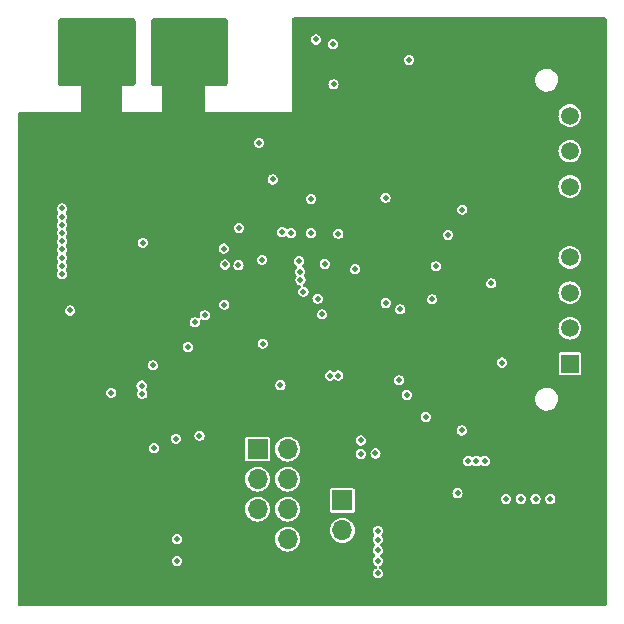
<source format=gbr>
%TF.GenerationSoftware,KiCad,Pcbnew,(7.0.0)*%
%TF.CreationDate,2023-03-16T22:42:37+01:00*%
%TF.ProjectId,iot_diagnostic_tool,696f745f-6469-4616-976e-6f737469635f,rev?*%
%TF.SameCoordinates,Original*%
%TF.FileFunction,Copper,L2,Inr*%
%TF.FilePolarity,Positive*%
%FSLAX46Y46*%
G04 Gerber Fmt 4.6, Leading zero omitted, Abs format (unit mm)*
G04 Created by KiCad (PCBNEW (7.0.0)) date 2023-03-16 22:42:37*
%MOMM*%
%LPD*%
G01*
G04 APERTURE LIST*
%TA.AperFunction,ComponentPad*%
%ADD10R,1.520000X1.520000*%
%TD*%
%TA.AperFunction,ComponentPad*%
%ADD11C,1.520000*%
%TD*%
%TA.AperFunction,ComponentPad*%
%ADD12R,1.700000X1.700000*%
%TD*%
%TA.AperFunction,ComponentPad*%
%ADD13O,1.700000X1.700000*%
%TD*%
%TA.AperFunction,ViaPad*%
%ADD14C,0.460000*%
%TD*%
G04 APERTURE END LIST*
D10*
%TO.N,+12V*%
%TO.C,J7*%
X172809999Y-99049999D03*
D11*
%TO.N,ISO_L*%
X172810000Y-96050000D03*
%TO.N,ISO_K*%
X172810000Y-93050000D03*
%TO.N,unconnected-(J7-Pad4)*%
X172810000Y-90050000D03*
%TO.N,GND*%
X172810000Y-87050000D03*
%TO.N,unconnected-(J7-Pad6)*%
X172810000Y-84050000D03*
%TO.N,CAN_L*%
X172810000Y-81050000D03*
%TO.N,CAN_H*%
X172810000Y-78050000D03*
%TD*%
D12*
%TO.N,+3V3*%
%TO.C,J6*%
X153549999Y-110619999D03*
D13*
%TO.N,Net-(J6-Pin_2)*%
X153549999Y-113159999D03*
%TO.N,GND*%
X153549999Y-115699999D03*
%TD*%
D12*
%TO.N,+3V3*%
%TO.C,J5*%
X146369999Y-106280000D03*
D13*
%TO.N,SWDIO*%
X148909999Y-106280000D03*
%TO.N,DBG_RX*%
X146369999Y-108820000D03*
%TO.N,SWCLK*%
X148909999Y-108820000D03*
%TO.N,DBG_TX*%
X146369999Y-111360000D03*
%TO.N,SWO*%
X148909999Y-111360000D03*
%TO.N,GND*%
X146369999Y-113900000D03*
%TO.N,NRST*%
X148909999Y-113900000D03*
%TO.N,GND*%
X146369999Y-116440000D03*
X148909999Y-116440000D03*
%TD*%
D14*
%TO.N,GND*%
X132200000Y-111050000D03*
X143000000Y-99250000D03*
X142200000Y-98483332D03*
X143350000Y-97716666D03*
X142550000Y-96950000D03*
X153050000Y-73350000D03*
X155650000Y-79550000D03*
X157400000Y-83750000D03*
X131800000Y-78450000D03*
X133650000Y-83350000D03*
X135866668Y-79800000D03*
X155600000Y-90550000D03*
X146650000Y-99000000D03*
X168400000Y-91850000D03*
X161450000Y-83900000D03*
X153350000Y-85000000D03*
X126800000Y-106453842D03*
X175050000Y-118855000D03*
X135550000Y-75100000D03*
X163520000Y-113950000D03*
X151250000Y-81450000D03*
X133683332Y-70250000D03*
X139200000Y-100800000D03*
X148429309Y-118855000D03*
X126800000Y-86228845D03*
X137800000Y-73400000D03*
X131791379Y-118855000D03*
X130127586Y-118855000D03*
X160960000Y-113950000D03*
X144890000Y-78450000D03*
X126800000Y-94007690D03*
X146750000Y-87700000D03*
X135550000Y-73483332D03*
X159680000Y-113950000D03*
X154900000Y-93500000D03*
X155650000Y-101600000D03*
X126800000Y-118855000D03*
X150093102Y-118855000D03*
X143300000Y-102700000D03*
X126800000Y-81561538D03*
X154050000Y-94350000D03*
X129950000Y-75100000D03*
X145101723Y-118855000D03*
X126800000Y-103342304D03*
X159680000Y-112450000D03*
X175050000Y-70450000D03*
X135118965Y-118855000D03*
X138650000Y-84150000D03*
X145250000Y-80275000D03*
X135916666Y-78450000D03*
X158950000Y-84200000D03*
X135550000Y-71866666D03*
X162240000Y-112450000D03*
X166900000Y-108250000D03*
X157700000Y-78350000D03*
X136650000Y-86050000D03*
X135650000Y-102650000D03*
X126800000Y-78450000D03*
X158400000Y-112800000D03*
X134500000Y-75100000D03*
X138749998Y-78450000D03*
X126800000Y-95563459D03*
X158250000Y-92200000D03*
X129950000Y-70250000D03*
X162400000Y-89150000D03*
X132200000Y-107750000D03*
X126800000Y-98674997D03*
X128466666Y-78450000D03*
X175050000Y-107450000D03*
X134500000Y-78450000D03*
X158250000Y-89680000D03*
X165067239Y-118855000D03*
X134300000Y-104750000D03*
X141550000Y-78450000D03*
X146765516Y-118855000D03*
X134500000Y-76775000D03*
X126800000Y-117344225D03*
X135800000Y-84750000D03*
X161523947Y-70450000D03*
X141550000Y-76700000D03*
X163433332Y-112450000D03*
X146700000Y-93450000D03*
X143100000Y-86100000D03*
X163403446Y-118855000D03*
X126800000Y-83117307D03*
X154050000Y-90000000D03*
X157250000Y-89050000D03*
X138700000Y-79800000D03*
X137333332Y-78450000D03*
X128463793Y-118855000D03*
X155650000Y-100900000D03*
X131816666Y-70250000D03*
X137050000Y-84850000D03*
X135850000Y-83700000D03*
X159680000Y-110950000D03*
X132100000Y-114350000D03*
X135350000Y-92800000D03*
X135650000Y-91750000D03*
X148230000Y-78450000D03*
X149900000Y-72050000D03*
X134700000Y-116950000D03*
X143437930Y-118855000D03*
X158250000Y-90940000D03*
X153500000Y-80250000D03*
X154250000Y-73325000D03*
X146560000Y-78450000D03*
X170058618Y-118855000D03*
X156300000Y-101600000D03*
X158400000Y-113950000D03*
X149050000Y-86500000D03*
X168883333Y-108800000D03*
X142250000Y-107650000D03*
X158142435Y-70450000D03*
X164750000Y-110950000D03*
X162240000Y-113950000D03*
X126800000Y-115788456D03*
X145750000Y-100450000D03*
X129900000Y-99100000D03*
X165950000Y-75750000D03*
X166596215Y-70450000D03*
X163433332Y-110950000D03*
X138749998Y-76700000D03*
X171722411Y-118855000D03*
X175050000Y-109079285D03*
X141550000Y-74950000D03*
X135550000Y-70250000D03*
X141533332Y-70300000D03*
X157400000Y-100450000D03*
X126800000Y-87784614D03*
X154050000Y-88900000D03*
X138700000Y-102300000D03*
X164750000Y-109500000D03*
X170116666Y-108800000D03*
X159833191Y-70450000D03*
X129700000Y-92440000D03*
X139800000Y-102550000D03*
X137283334Y-79800000D03*
X134650000Y-83950000D03*
X162050000Y-75050000D03*
X143400000Y-70300000D03*
X146450000Y-81800000D03*
X153070167Y-70450000D03*
X151756895Y-118855000D03*
X160960000Y-112450000D03*
X166731032Y-118855000D03*
X126800000Y-92451921D03*
X128800000Y-101300000D03*
X155600000Y-89400000D03*
X168286971Y-70450000D03*
X152200000Y-89500000D03*
X162240000Y-110950000D03*
X136650000Y-90150000D03*
X143400000Y-71850000D03*
X126800000Y-109565380D03*
X175050000Y-112337855D03*
X145425000Y-82225000D03*
X126800000Y-84673076D03*
X149900000Y-76850000D03*
X169977727Y-70450000D03*
X133455172Y-118855000D03*
X128800000Y-100200000D03*
X126800000Y-112676918D03*
X126800000Y-100230766D03*
X156450000Y-100100000D03*
X138700000Y-80900000D03*
X157250000Y-90310000D03*
X143500000Y-87550000D03*
X138446551Y-118855000D03*
X156050000Y-102250000D03*
X149900000Y-78450000D03*
X171350000Y-108800000D03*
X134450002Y-80900000D03*
X168850000Y-78250000D03*
X156451679Y-70450000D03*
X173386204Y-118855000D03*
X129950000Y-71866666D03*
X141774137Y-118855000D03*
X154760923Y-70450000D03*
X131800000Y-76775000D03*
X143050000Y-82450000D03*
X126800000Y-104898073D03*
X150100000Y-94550000D03*
X145350000Y-93450000D03*
X149875000Y-81450000D03*
X135866668Y-80900000D03*
X136782758Y-118855000D03*
X138250000Y-111800000D03*
X126800000Y-114232687D03*
X137650000Y-92350000D03*
X142150000Y-115350000D03*
X126800000Y-90896152D03*
X146700000Y-94750000D03*
X156700000Y-102250000D03*
X137800000Y-71850000D03*
X140110344Y-118855000D03*
X126800000Y-108009611D03*
X126800000Y-97119228D03*
X159100000Y-83100000D03*
X164800000Y-113950000D03*
X131750000Y-75100000D03*
X156748274Y-118855000D03*
X126800000Y-89340383D03*
X129950000Y-73483332D03*
X163214703Y-70450000D03*
X168394825Y-118855000D03*
X175050000Y-113967140D03*
X175050000Y-117225710D03*
X173359239Y-70450000D03*
X144250000Y-82225000D03*
X149900000Y-73650000D03*
X136650000Y-91250000D03*
X162375000Y-97425000D03*
X162250000Y-102400000D03*
X126800000Y-80005769D03*
X167650000Y-108800000D03*
X149900000Y-70450000D03*
X149900000Y-75250000D03*
X164800000Y-112450000D03*
X157250000Y-91570000D03*
X138749998Y-74950000D03*
X155084481Y-118855000D03*
X139666666Y-70300000D03*
X164400000Y-91450000D03*
X143400000Y-73400000D03*
X126800000Y-111121149D03*
X137800000Y-70300000D03*
X143400000Y-74950000D03*
X126800000Y-101786535D03*
X166350000Y-79100000D03*
X175050000Y-110708570D03*
X143220000Y-78450000D03*
X162150000Y-101250000D03*
X175050000Y-115596425D03*
X137800000Y-74950000D03*
X130133332Y-78450000D03*
X164905459Y-70450000D03*
X151379411Y-70450000D03*
X161739653Y-118855000D03*
X128800000Y-99100000D03*
X160075860Y-118855000D03*
X136650000Y-87500000D03*
X134450002Y-79800000D03*
X138850000Y-111800000D03*
X128590000Y-92450000D03*
X137283334Y-80900000D03*
X155600000Y-91700000D03*
X142350000Y-102700000D03*
X143100000Y-84200000D03*
X164750000Y-108250000D03*
X153420688Y-118855000D03*
X171668483Y-70450000D03*
X129900000Y-101300000D03*
X158412067Y-118855000D03*
X152700000Y-77550000D03*
X160960000Y-110950000D03*
X162700000Y-77400000D03*
%TO.N,/power_supply/+12V_F*%
X163650000Y-104700000D03*
%TO.N,+1V8*%
X148300000Y-100850000D03*
X139450000Y-105400000D03*
X153200000Y-100050000D03*
X141450000Y-105150000D03*
X152500000Y-100050000D03*
%TO.N,SIM_VDD*%
X137500000Y-99190000D03*
X141050000Y-95550000D03*
%TO.N,SIM_DET*%
X137600000Y-106200000D03*
X141900000Y-94950000D03*
X133975000Y-101500000D03*
%TO.N,RESET_N*%
X154625000Y-91050000D03*
X151825000Y-94875000D03*
X143550000Y-94050000D03*
X152800001Y-75390000D03*
%TO.N,PON_TRIG*%
X146500000Y-80350000D03*
%TO.N,BOOT0*%
X159000000Y-101700000D03*
X161450000Y-90800000D03*
%TO.N,BAT_V*%
X151450000Y-93550000D03*
X160600000Y-103550000D03*
%TO.N,IoT_PWR*%
X152050000Y-90600000D03*
X149888732Y-90366848D03*
%TO.N,+3V3*%
X156550000Y-114850000D03*
X139550000Y-115750000D03*
X143600000Y-90650000D03*
X144800000Y-87550000D03*
X150900000Y-85100000D03*
X166150000Y-92250000D03*
X146800000Y-97350000D03*
X155100000Y-106700000D03*
X152750000Y-72000000D03*
X156350000Y-106650000D03*
X157200000Y-85000000D03*
X162500000Y-88150000D03*
X158350000Y-100450000D03*
X156550000Y-115750000D03*
X143500000Y-89300000D03*
X139550000Y-113900000D03*
X144750000Y-90700000D03*
X156550000Y-113200000D03*
X156550000Y-113950000D03*
X146750000Y-90250000D03*
X155100000Y-105550000D03*
X156550000Y-116800000D03*
%TO.N,PON_TRIG_MCU*%
X153200000Y-88050000D03*
%TO.N,AP_READY_MCU*%
X147650000Y-83450000D03*
%TO.N,AP_READY*%
X130490001Y-94540001D03*
%TO.N,IoT_CTS*%
X150250000Y-92950000D03*
%TO.N,IoT_RTS*%
X150885000Y-88000000D03*
%TO.N,IoT_TX*%
X150000000Y-91950000D03*
%TO.N,IoT_RX*%
X148450000Y-87900000D03*
%TO.N,IoT_RI*%
X149200000Y-88000000D03*
%TO.N,IoT_DTR*%
X149958390Y-91256054D03*
%TO.N,CAN_S*%
X161150000Y-93600000D03*
X163700000Y-86000000D03*
%TO.N,GNSS_TX*%
X157210523Y-93910523D03*
%TO.N,GNSS_RX*%
X158450000Y-94450000D03*
%TO.N,GNSS_RXD*%
X129800000Y-86596089D03*
%TO.N,MAIN_RXD*%
X129800161Y-88684356D03*
%TO.N,MAIN_TXD*%
X129800002Y-90076534D03*
%TO.N,GNSS_TXD*%
X129800000Y-85900000D03*
%TO.N,MAIN_RTS*%
X129799995Y-89380445D03*
%TO.N,MAIN_CTS*%
X129800000Y-91468719D03*
%TO.N,DBG_TXD*%
X129800000Y-87292178D03*
%TO.N,DBG_RXD*%
X129800000Y-87988267D03*
%TO.N,MAIN_DTR*%
X129800000Y-90772623D03*
%TO.N,MAIN_RI*%
X136650000Y-88800000D03*
%TO.N,/power_supply/SW*%
X168650000Y-110500000D03*
X169900000Y-110500000D03*
X167400000Y-110500000D03*
X164900000Y-107300000D03*
X163300000Y-110000000D03*
X171150000Y-110500000D03*
X164200000Y-107300001D03*
X165600000Y-107300000D03*
%TO.N,/iot_module/sim/SIM_CL*%
X136600000Y-101600000D03*
%TO.N,/iot_module/sim/SIM_DAT*%
X136550000Y-100900000D03*
%TO.N,/iot_module/sim/SIM_RES*%
X140450000Y-97650000D03*
%TO.N,/power_supply/+12V_F*%
X167050000Y-98950000D03*
%TO.N,Net-(Q5-B)*%
X151300000Y-71600000D03*
%TO.N,Net-(Q5-C)*%
X159200000Y-73325000D03*
%TD*%
%TA.AperFunction,Conductor*%
%TO.N,GND*%
G36*
X175661971Y-69702381D02*
G01*
X175740618Y-69718024D01*
X175785308Y-69736535D01*
X175841626Y-69774166D01*
X175875833Y-69808373D01*
X175913462Y-69864688D01*
X175931976Y-69909387D01*
X175947617Y-69988020D01*
X175950000Y-70012211D01*
X175950000Y-119287789D01*
X175947617Y-119311980D01*
X175931976Y-119390612D01*
X175913462Y-119435311D01*
X175875836Y-119491623D01*
X175841623Y-119525836D01*
X175785311Y-119563462D01*
X175740612Y-119581976D01*
X175661980Y-119597617D01*
X175637789Y-119600000D01*
X126362211Y-119600000D01*
X126338020Y-119597617D01*
X126259387Y-119581976D01*
X126214689Y-119563462D01*
X126158373Y-119525833D01*
X126124166Y-119491626D01*
X126086535Y-119435308D01*
X126068024Y-119390618D01*
X126052381Y-119311971D01*
X126050000Y-119287789D01*
X126050000Y-116800000D01*
X156115073Y-116800000D01*
X156132691Y-116922533D01*
X156184116Y-117035139D01*
X156218272Y-117074557D01*
X156259374Y-117121993D01*
X156259377Y-117121995D01*
X156265183Y-117128696D01*
X156369325Y-117195624D01*
X156488103Y-117230500D01*
X156603026Y-117230500D01*
X156611897Y-117230500D01*
X156730675Y-117195624D01*
X156834817Y-117128696D01*
X156915884Y-117035139D01*
X156967309Y-116922533D01*
X156984927Y-116800000D01*
X156967309Y-116677467D01*
X156915884Y-116564861D01*
X156875350Y-116518082D01*
X156840625Y-116478006D01*
X156840622Y-116478003D01*
X156834817Y-116471304D01*
X156827357Y-116466509D01*
X156827355Y-116466508D01*
X156738138Y-116409172D01*
X156738137Y-116409171D01*
X156730675Y-116404376D01*
X156722167Y-116401877D01*
X156722163Y-116401876D01*
X156702716Y-116396166D01*
X156695257Y-116393976D01*
X156641268Y-116361421D01*
X156610266Y-116306523D01*
X156610266Y-116243477D01*
X156641268Y-116188579D01*
X156695257Y-116156023D01*
X156730675Y-116145624D01*
X156834817Y-116078696D01*
X156915884Y-115985139D01*
X156967309Y-115872533D01*
X156984927Y-115750000D01*
X156967309Y-115627467D01*
X156915884Y-115514861D01*
X156875350Y-115468082D01*
X156840625Y-115428006D01*
X156840622Y-115428003D01*
X156834817Y-115421304D01*
X156808380Y-115404314D01*
X156766588Y-115359427D01*
X156751420Y-115300000D01*
X156766588Y-115240573D01*
X156808380Y-115195685D01*
X156834817Y-115178696D01*
X156915884Y-115085139D01*
X156967309Y-114972533D01*
X156984927Y-114850000D01*
X156967309Y-114727467D01*
X156915884Y-114614861D01*
X156875350Y-114568082D01*
X156840625Y-114528006D01*
X156840622Y-114528003D01*
X156834817Y-114521304D01*
X156808380Y-114504314D01*
X156766588Y-114459427D01*
X156751420Y-114400000D01*
X156766588Y-114340573D01*
X156808380Y-114295685D01*
X156834817Y-114278696D01*
X156915884Y-114185139D01*
X156967309Y-114072533D01*
X156984927Y-113950000D01*
X156967309Y-113827467D01*
X156915884Y-113714861D01*
X156903120Y-113700131D01*
X156865056Y-113656202D01*
X156838264Y-113604234D01*
X156838264Y-113545766D01*
X156865056Y-113493798D01*
X156886110Y-113469500D01*
X156915884Y-113435139D01*
X156967309Y-113322533D01*
X156984927Y-113200000D01*
X156967309Y-113077467D01*
X156915884Y-112964861D01*
X156875350Y-112918082D01*
X156840625Y-112878006D01*
X156840622Y-112878003D01*
X156834817Y-112871304D01*
X156827357Y-112866509D01*
X156827355Y-112866508D01*
X156738138Y-112809172D01*
X156738137Y-112809171D01*
X156730675Y-112804376D01*
X156722167Y-112801877D01*
X156722163Y-112801876D01*
X156620409Y-112771999D01*
X156620406Y-112771998D01*
X156611897Y-112769500D01*
X156488103Y-112769500D01*
X156479594Y-112771998D01*
X156479590Y-112771999D01*
X156377836Y-112801876D01*
X156377830Y-112801878D01*
X156369325Y-112804376D01*
X156361865Y-112809169D01*
X156361861Y-112809172D01*
X156272644Y-112866508D01*
X156272639Y-112866512D01*
X156265183Y-112871304D01*
X156259380Y-112877999D01*
X156259374Y-112878006D01*
X156198522Y-112948235D01*
X156184116Y-112964861D01*
X156180435Y-112972919D01*
X156180433Y-112972924D01*
X156157877Y-113022316D01*
X156132691Y-113077467D01*
X156115073Y-113200000D01*
X156116335Y-113208777D01*
X156131399Y-113313551D01*
X156132691Y-113322533D01*
X156184116Y-113435139D01*
X156232235Y-113490672D01*
X156234944Y-113493798D01*
X156261735Y-113545766D01*
X156261735Y-113604234D01*
X156234944Y-113656201D01*
X156184116Y-113714861D01*
X156180435Y-113722919D01*
X156180433Y-113722924D01*
X156167540Y-113751157D01*
X156132691Y-113827467D01*
X156115073Y-113950000D01*
X156132691Y-114072533D01*
X156184116Y-114185139D01*
X156210496Y-114215583D01*
X156259374Y-114271993D01*
X156259377Y-114271995D01*
X156265183Y-114278696D01*
X156291619Y-114295685D01*
X156333411Y-114340574D01*
X156348579Y-114400000D01*
X156333411Y-114459426D01*
X156291619Y-114504314D01*
X156291617Y-114504316D01*
X156272642Y-114516510D01*
X156272640Y-114516511D01*
X156265183Y-114521304D01*
X156259380Y-114527999D01*
X156259374Y-114528006D01*
X156189923Y-114608159D01*
X156184116Y-114614861D01*
X156180435Y-114622919D01*
X156180433Y-114622924D01*
X156136373Y-114719404D01*
X156132691Y-114727467D01*
X156115073Y-114850000D01*
X156116335Y-114858777D01*
X156127423Y-114935898D01*
X156132691Y-114972533D01*
X156184116Y-115085139D01*
X156218272Y-115124557D01*
X156259374Y-115171993D01*
X156259377Y-115171995D01*
X156265183Y-115178696D01*
X156291619Y-115195685D01*
X156333411Y-115240574D01*
X156348579Y-115300000D01*
X156333411Y-115359426D01*
X156291619Y-115404314D01*
X156291617Y-115404316D01*
X156272642Y-115416510D01*
X156272640Y-115416511D01*
X156265183Y-115421304D01*
X156259380Y-115427999D01*
X156259374Y-115428006D01*
X156189923Y-115508159D01*
X156184116Y-115514861D01*
X156180435Y-115522919D01*
X156180433Y-115522924D01*
X156136373Y-115619404D01*
X156132691Y-115627467D01*
X156115073Y-115750000D01*
X156132691Y-115872533D01*
X156184116Y-115985139D01*
X156218272Y-116024557D01*
X156259374Y-116071993D01*
X156259377Y-116071995D01*
X156265183Y-116078696D01*
X156369325Y-116145624D01*
X156404742Y-116156023D01*
X156458731Y-116188580D01*
X156489733Y-116243477D01*
X156489733Y-116306523D01*
X156458731Y-116361420D01*
X156404742Y-116393976D01*
X156391416Y-116397889D01*
X156377835Y-116401877D01*
X156377833Y-116401877D01*
X156369325Y-116404376D01*
X156361865Y-116409169D01*
X156361861Y-116409172D01*
X156272644Y-116466508D01*
X156272639Y-116466512D01*
X156265183Y-116471304D01*
X156259380Y-116477999D01*
X156259374Y-116478006D01*
X156189923Y-116558159D01*
X156184116Y-116564861D01*
X156180435Y-116572919D01*
X156180433Y-116572924D01*
X156136373Y-116669404D01*
X156132691Y-116677467D01*
X156115073Y-116800000D01*
X126050000Y-116800000D01*
X126050000Y-115750000D01*
X139115073Y-115750000D01*
X139132691Y-115872533D01*
X139184116Y-115985139D01*
X139218272Y-116024557D01*
X139259374Y-116071993D01*
X139259377Y-116071995D01*
X139265183Y-116078696D01*
X139369325Y-116145624D01*
X139488103Y-116180500D01*
X139603026Y-116180500D01*
X139611897Y-116180500D01*
X139730675Y-116145624D01*
X139834817Y-116078696D01*
X139915884Y-115985139D01*
X139967309Y-115872533D01*
X139984927Y-115750000D01*
X139967309Y-115627467D01*
X139915884Y-115514861D01*
X139875350Y-115468082D01*
X139840625Y-115428006D01*
X139840622Y-115428003D01*
X139834817Y-115421304D01*
X139827357Y-115416509D01*
X139827355Y-115416508D01*
X139738138Y-115359172D01*
X139738137Y-115359171D01*
X139730675Y-115354376D01*
X139722167Y-115351877D01*
X139722163Y-115351876D01*
X139620409Y-115321999D01*
X139620406Y-115321998D01*
X139611897Y-115319500D01*
X139488103Y-115319500D01*
X139479594Y-115321998D01*
X139479590Y-115321999D01*
X139377836Y-115351876D01*
X139377830Y-115351878D01*
X139369325Y-115354376D01*
X139361865Y-115359169D01*
X139361861Y-115359172D01*
X139272644Y-115416508D01*
X139272639Y-115416512D01*
X139265183Y-115421304D01*
X139259380Y-115427999D01*
X139259374Y-115428006D01*
X139189923Y-115508159D01*
X139184116Y-115514861D01*
X139180435Y-115522919D01*
X139180433Y-115522924D01*
X139136373Y-115619404D01*
X139132691Y-115627467D01*
X139115073Y-115750000D01*
X126050000Y-115750000D01*
X126050000Y-113900000D01*
X139115073Y-113900000D01*
X139132691Y-114022533D01*
X139136373Y-114030595D01*
X139173441Y-114111765D01*
X139184116Y-114135139D01*
X139218272Y-114174557D01*
X139259374Y-114221993D01*
X139259377Y-114221995D01*
X139265183Y-114228696D01*
X139369325Y-114295624D01*
X139488103Y-114330500D01*
X139603026Y-114330500D01*
X139611897Y-114330500D01*
X139730675Y-114295624D01*
X139834817Y-114228696D01*
X139915884Y-114135139D01*
X139967309Y-114022533D01*
X139984927Y-113900001D01*
X147854417Y-113900001D01*
X147855014Y-113906062D01*
X147874102Y-114099870D01*
X147874103Y-114099876D01*
X147874700Y-114105935D01*
X147876467Y-114111760D01*
X147876468Y-114111765D01*
X147901808Y-114195300D01*
X147934768Y-114303955D01*
X147937638Y-114309324D01*
X147937640Y-114309329D01*
X148015170Y-114454376D01*
X148032315Y-114486451D01*
X148163590Y-114646411D01*
X148323550Y-114777686D01*
X148506046Y-114875233D01*
X148704066Y-114935301D01*
X148910000Y-114955584D01*
X149115934Y-114935301D01*
X149313954Y-114875233D01*
X149496450Y-114777686D01*
X149656410Y-114646411D01*
X149787685Y-114486451D01*
X149885232Y-114303955D01*
X149945300Y-114105935D01*
X149965583Y-113900001D01*
X149945300Y-113694067D01*
X149885232Y-113496047D01*
X149787685Y-113313551D01*
X149661670Y-113160000D01*
X152494417Y-113160000D01*
X152495014Y-113166061D01*
X152514102Y-113359869D01*
X152514103Y-113359875D01*
X152514700Y-113365934D01*
X152516467Y-113371759D01*
X152516468Y-113371764D01*
X152546116Y-113469500D01*
X152574768Y-113563954D01*
X152577638Y-113569323D01*
X152577640Y-113569328D01*
X152644315Y-113694067D01*
X152672315Y-113746450D01*
X152803590Y-113906410D01*
X152963550Y-114037685D01*
X153146046Y-114135232D01*
X153344066Y-114195300D01*
X153550000Y-114215583D01*
X153755934Y-114195300D01*
X153953954Y-114135232D01*
X154136450Y-114037685D01*
X154296410Y-113906410D01*
X154427685Y-113746450D01*
X154525232Y-113563954D01*
X154585300Y-113365934D01*
X154605583Y-113160000D01*
X154585300Y-112954066D01*
X154525232Y-112756046D01*
X154427685Y-112573550D01*
X154296410Y-112413590D01*
X154136450Y-112282315D01*
X154131079Y-112279444D01*
X153959328Y-112187640D01*
X153959323Y-112187638D01*
X153953954Y-112184768D01*
X153917356Y-112173666D01*
X153761764Y-112126468D01*
X153761759Y-112126467D01*
X153755934Y-112124700D01*
X153749875Y-112124103D01*
X153749869Y-112124102D01*
X153556061Y-112105014D01*
X153550000Y-112104417D01*
X153543939Y-112105014D01*
X153350130Y-112124102D01*
X153350122Y-112124103D01*
X153344066Y-112124700D01*
X153338242Y-112126466D01*
X153338235Y-112126468D01*
X153151877Y-112182999D01*
X153151875Y-112182999D01*
X153146046Y-112184768D01*
X153140679Y-112187636D01*
X153140671Y-112187640D01*
X152968920Y-112279444D01*
X152968915Y-112279447D01*
X152963550Y-112282315D01*
X152958846Y-112286174D01*
X152958842Y-112286178D01*
X152808296Y-112409727D01*
X152808290Y-112409732D01*
X152803590Y-112413590D01*
X152799732Y-112418290D01*
X152799727Y-112418296D01*
X152676178Y-112568842D01*
X152676174Y-112568846D01*
X152672315Y-112573550D01*
X152669447Y-112578915D01*
X152669444Y-112578920D01*
X152577640Y-112750671D01*
X152577636Y-112750679D01*
X152574768Y-112756046D01*
X152572999Y-112761875D01*
X152572999Y-112761877D01*
X152516468Y-112948235D01*
X152516466Y-112948242D01*
X152514700Y-112954066D01*
X152514103Y-112960122D01*
X152514102Y-112960130D01*
X152495890Y-113145040D01*
X152494417Y-113160000D01*
X149661670Y-113160000D01*
X149656410Y-113153591D01*
X149496450Y-113022316D01*
X149404045Y-112972924D01*
X149319328Y-112927641D01*
X149319323Y-112927639D01*
X149313954Y-112924769D01*
X149277356Y-112913667D01*
X149121764Y-112866469D01*
X149121759Y-112866468D01*
X149115934Y-112864701D01*
X149109875Y-112864104D01*
X149109869Y-112864103D01*
X148916061Y-112845015D01*
X148910000Y-112844418D01*
X148903939Y-112845015D01*
X148710130Y-112864103D01*
X148710122Y-112864104D01*
X148704066Y-112864701D01*
X148698242Y-112866467D01*
X148698235Y-112866469D01*
X148511877Y-112923000D01*
X148511875Y-112923000D01*
X148506046Y-112924769D01*
X148500679Y-112927637D01*
X148500671Y-112927641D01*
X148328920Y-113019445D01*
X148328915Y-113019448D01*
X148323550Y-113022316D01*
X148318846Y-113026175D01*
X148318842Y-113026179D01*
X148168296Y-113149728D01*
X148168290Y-113149733D01*
X148163590Y-113153591D01*
X148159732Y-113158291D01*
X148159727Y-113158297D01*
X148036178Y-113308843D01*
X148036174Y-113308847D01*
X148032315Y-113313551D01*
X148029447Y-113318916D01*
X148029444Y-113318921D01*
X147937640Y-113490672D01*
X147937636Y-113490680D01*
X147934768Y-113496047D01*
X147932999Y-113501876D01*
X147932999Y-113501878D01*
X147876468Y-113688236D01*
X147876466Y-113688243D01*
X147874700Y-113694067D01*
X147874103Y-113700123D01*
X147874102Y-113700131D01*
X147862355Y-113819404D01*
X147854417Y-113900001D01*
X139984927Y-113900001D01*
X139984927Y-113900000D01*
X139967309Y-113777467D01*
X139915884Y-113664861D01*
X139863351Y-113604234D01*
X139840625Y-113578006D01*
X139840622Y-113578003D01*
X139834817Y-113571304D01*
X139827357Y-113566509D01*
X139827355Y-113566508D01*
X139738138Y-113509172D01*
X139738137Y-113509171D01*
X139730675Y-113504376D01*
X139722167Y-113501877D01*
X139722163Y-113501876D01*
X139620409Y-113471999D01*
X139620406Y-113471998D01*
X139611897Y-113469500D01*
X139488103Y-113469500D01*
X139479594Y-113471998D01*
X139479590Y-113471999D01*
X139377836Y-113501876D01*
X139377830Y-113501878D01*
X139369325Y-113504376D01*
X139361865Y-113509169D01*
X139361861Y-113509172D01*
X139272644Y-113566508D01*
X139272639Y-113566512D01*
X139265183Y-113571304D01*
X139259380Y-113577999D01*
X139259374Y-113578006D01*
X139191619Y-113656202D01*
X139184116Y-113664861D01*
X139180435Y-113672919D01*
X139180433Y-113672924D01*
X139146856Y-113746450D01*
X139132691Y-113777467D01*
X139115073Y-113900000D01*
X126050000Y-113900000D01*
X126050000Y-111360001D01*
X145314417Y-111360001D01*
X145315014Y-111366062D01*
X145334102Y-111559870D01*
X145334103Y-111559876D01*
X145334700Y-111565935D01*
X145336467Y-111571760D01*
X145336468Y-111571765D01*
X145360832Y-111652082D01*
X145394768Y-111763955D01*
X145492315Y-111946451D01*
X145623590Y-112106411D01*
X145783550Y-112237686D01*
X145966046Y-112335233D01*
X146164066Y-112395301D01*
X146370000Y-112415584D01*
X146575934Y-112395301D01*
X146773954Y-112335233D01*
X146956450Y-112237686D01*
X147116410Y-112106411D01*
X147247685Y-111946451D01*
X147345232Y-111763955D01*
X147405300Y-111565935D01*
X147425583Y-111360001D01*
X147854417Y-111360001D01*
X147855014Y-111366062D01*
X147874102Y-111559870D01*
X147874103Y-111559876D01*
X147874700Y-111565935D01*
X147876467Y-111571760D01*
X147876468Y-111571765D01*
X147900832Y-111652082D01*
X147934768Y-111763955D01*
X148032315Y-111946451D01*
X148163590Y-112106411D01*
X148323550Y-112237686D01*
X148506046Y-112335233D01*
X148704066Y-112395301D01*
X148910000Y-112415584D01*
X149115934Y-112395301D01*
X149313954Y-112335233D01*
X149496450Y-112237686D01*
X149656410Y-112106411D01*
X149787685Y-111946451D01*
X149885232Y-111763955D01*
X149945300Y-111565935D01*
X149952804Y-111489748D01*
X152499500Y-111489748D01*
X152511133Y-111548231D01*
X152517916Y-111558383D01*
X152517917Y-111558384D01*
X152522962Y-111565935D01*
X152555448Y-111614552D01*
X152621769Y-111658867D01*
X152680252Y-111670500D01*
X154413652Y-111670500D01*
X154419748Y-111670500D01*
X154478231Y-111658867D01*
X154544552Y-111614552D01*
X154588867Y-111548231D01*
X154600500Y-111489748D01*
X154600500Y-110500000D01*
X166965073Y-110500000D01*
X166982691Y-110622533D01*
X167034116Y-110735139D01*
X167067400Y-110773551D01*
X167109374Y-110821993D01*
X167109377Y-110821995D01*
X167115183Y-110828696D01*
X167219325Y-110895624D01*
X167338103Y-110930500D01*
X167453026Y-110930500D01*
X167461897Y-110930500D01*
X167580675Y-110895624D01*
X167684817Y-110828696D01*
X167765884Y-110735139D01*
X167817309Y-110622533D01*
X167834927Y-110500000D01*
X168215073Y-110500000D01*
X168232691Y-110622533D01*
X168284116Y-110735139D01*
X168317400Y-110773551D01*
X168359374Y-110821993D01*
X168359377Y-110821995D01*
X168365183Y-110828696D01*
X168469325Y-110895624D01*
X168588103Y-110930500D01*
X168703026Y-110930500D01*
X168711897Y-110930500D01*
X168830675Y-110895624D01*
X168934817Y-110828696D01*
X169015884Y-110735139D01*
X169067309Y-110622533D01*
X169084927Y-110500000D01*
X169465073Y-110500000D01*
X169482691Y-110622533D01*
X169534116Y-110735139D01*
X169567400Y-110773551D01*
X169609374Y-110821993D01*
X169609377Y-110821995D01*
X169615183Y-110828696D01*
X169719325Y-110895624D01*
X169838103Y-110930500D01*
X169953026Y-110930500D01*
X169961897Y-110930500D01*
X170080675Y-110895624D01*
X170184817Y-110828696D01*
X170265884Y-110735139D01*
X170317309Y-110622533D01*
X170334927Y-110500000D01*
X170715073Y-110500000D01*
X170732691Y-110622533D01*
X170784116Y-110735139D01*
X170817400Y-110773551D01*
X170859374Y-110821993D01*
X170859377Y-110821995D01*
X170865183Y-110828696D01*
X170969325Y-110895624D01*
X171088103Y-110930500D01*
X171203026Y-110930500D01*
X171211897Y-110930500D01*
X171330675Y-110895624D01*
X171434817Y-110828696D01*
X171515884Y-110735139D01*
X171567309Y-110622533D01*
X171584927Y-110500000D01*
X171567309Y-110377467D01*
X171515884Y-110264861D01*
X171475350Y-110218082D01*
X171440625Y-110178006D01*
X171440622Y-110178003D01*
X171434817Y-110171304D01*
X171427357Y-110166509D01*
X171427355Y-110166508D01*
X171338138Y-110109172D01*
X171338137Y-110109171D01*
X171330675Y-110104376D01*
X171322167Y-110101877D01*
X171322163Y-110101876D01*
X171220409Y-110071999D01*
X171220406Y-110071998D01*
X171211897Y-110069500D01*
X171088103Y-110069500D01*
X171079594Y-110071998D01*
X171079590Y-110071999D01*
X170977836Y-110101876D01*
X170977830Y-110101878D01*
X170969325Y-110104376D01*
X170961865Y-110109169D01*
X170961861Y-110109172D01*
X170872644Y-110166508D01*
X170872639Y-110166512D01*
X170865183Y-110171304D01*
X170859380Y-110177999D01*
X170859374Y-110178006D01*
X170789923Y-110258159D01*
X170784116Y-110264861D01*
X170780435Y-110272919D01*
X170780433Y-110272924D01*
X170752774Y-110333491D01*
X170732691Y-110377467D01*
X170715073Y-110500000D01*
X170334927Y-110500000D01*
X170317309Y-110377467D01*
X170265884Y-110264861D01*
X170225350Y-110218082D01*
X170190625Y-110178006D01*
X170190622Y-110178003D01*
X170184817Y-110171304D01*
X170177357Y-110166509D01*
X170177355Y-110166508D01*
X170088138Y-110109172D01*
X170088137Y-110109171D01*
X170080675Y-110104376D01*
X170072167Y-110101877D01*
X170072163Y-110101876D01*
X169970409Y-110071999D01*
X169970406Y-110071998D01*
X169961897Y-110069500D01*
X169838103Y-110069500D01*
X169829594Y-110071998D01*
X169829590Y-110071999D01*
X169727836Y-110101876D01*
X169727830Y-110101878D01*
X169719325Y-110104376D01*
X169711865Y-110109169D01*
X169711861Y-110109172D01*
X169622644Y-110166508D01*
X169622639Y-110166512D01*
X169615183Y-110171304D01*
X169609380Y-110177999D01*
X169609374Y-110178006D01*
X169539923Y-110258159D01*
X169534116Y-110264861D01*
X169530435Y-110272919D01*
X169530433Y-110272924D01*
X169502774Y-110333491D01*
X169482691Y-110377467D01*
X169465073Y-110500000D01*
X169084927Y-110500000D01*
X169067309Y-110377467D01*
X169015884Y-110264861D01*
X168975350Y-110218082D01*
X168940625Y-110178006D01*
X168940622Y-110178003D01*
X168934817Y-110171304D01*
X168927357Y-110166509D01*
X168927355Y-110166508D01*
X168838138Y-110109172D01*
X168838137Y-110109171D01*
X168830675Y-110104376D01*
X168822167Y-110101877D01*
X168822163Y-110101876D01*
X168720409Y-110071999D01*
X168720406Y-110071998D01*
X168711897Y-110069500D01*
X168588103Y-110069500D01*
X168579594Y-110071998D01*
X168579590Y-110071999D01*
X168477836Y-110101876D01*
X168477830Y-110101878D01*
X168469325Y-110104376D01*
X168461865Y-110109169D01*
X168461861Y-110109172D01*
X168372644Y-110166508D01*
X168372639Y-110166512D01*
X168365183Y-110171304D01*
X168359380Y-110177999D01*
X168359374Y-110178006D01*
X168289923Y-110258159D01*
X168284116Y-110264861D01*
X168280435Y-110272919D01*
X168280433Y-110272924D01*
X168252774Y-110333491D01*
X168232691Y-110377467D01*
X168215073Y-110500000D01*
X167834927Y-110500000D01*
X167817309Y-110377467D01*
X167765884Y-110264861D01*
X167725350Y-110218082D01*
X167690625Y-110178006D01*
X167690622Y-110178003D01*
X167684817Y-110171304D01*
X167677357Y-110166509D01*
X167677355Y-110166508D01*
X167588138Y-110109172D01*
X167588137Y-110109171D01*
X167580675Y-110104376D01*
X167572167Y-110101877D01*
X167572163Y-110101876D01*
X167470409Y-110071999D01*
X167470406Y-110071998D01*
X167461897Y-110069500D01*
X167338103Y-110069500D01*
X167329594Y-110071998D01*
X167329590Y-110071999D01*
X167227836Y-110101876D01*
X167227830Y-110101878D01*
X167219325Y-110104376D01*
X167211865Y-110109169D01*
X167211861Y-110109172D01*
X167122644Y-110166508D01*
X167122639Y-110166512D01*
X167115183Y-110171304D01*
X167109380Y-110177999D01*
X167109374Y-110178006D01*
X167039923Y-110258159D01*
X167034116Y-110264861D01*
X167030435Y-110272919D01*
X167030433Y-110272924D01*
X167002774Y-110333491D01*
X166982691Y-110377467D01*
X166965073Y-110500000D01*
X154600500Y-110500000D01*
X154600500Y-110000000D01*
X162865073Y-110000000D01*
X162882691Y-110122533D01*
X162934116Y-110235139D01*
X162954063Y-110258159D01*
X163009374Y-110321993D01*
X163009377Y-110321995D01*
X163015183Y-110328696D01*
X163119325Y-110395624D01*
X163238103Y-110430500D01*
X163353026Y-110430500D01*
X163361897Y-110430500D01*
X163480675Y-110395624D01*
X163584817Y-110328696D01*
X163665884Y-110235139D01*
X163717309Y-110122533D01*
X163734927Y-110000000D01*
X163717309Y-109877467D01*
X163665884Y-109764861D01*
X163602550Y-109691769D01*
X163590625Y-109678006D01*
X163590622Y-109678003D01*
X163584817Y-109671304D01*
X163577357Y-109666509D01*
X163577355Y-109666508D01*
X163488138Y-109609172D01*
X163488137Y-109609171D01*
X163480675Y-109604376D01*
X163472167Y-109601877D01*
X163472163Y-109601876D01*
X163370409Y-109571999D01*
X163370406Y-109571998D01*
X163361897Y-109569500D01*
X163238103Y-109569500D01*
X163229594Y-109571998D01*
X163229590Y-109571999D01*
X163127836Y-109601876D01*
X163127830Y-109601878D01*
X163119325Y-109604376D01*
X163111865Y-109609169D01*
X163111861Y-109609172D01*
X163022644Y-109666508D01*
X163022639Y-109666512D01*
X163015183Y-109671304D01*
X163009380Y-109677999D01*
X163009374Y-109678006D01*
X162939923Y-109758159D01*
X162934116Y-109764861D01*
X162930435Y-109772919D01*
X162930433Y-109772924D01*
X162892541Y-109855898D01*
X162882691Y-109877467D01*
X162865073Y-110000000D01*
X154600500Y-110000000D01*
X154600500Y-109750252D01*
X154588867Y-109691769D01*
X154544552Y-109625448D01*
X154478231Y-109581133D01*
X154466253Y-109578750D01*
X154466252Y-109578750D01*
X154425728Y-109570689D01*
X154425723Y-109570688D01*
X154419748Y-109569500D01*
X152680252Y-109569500D01*
X152674277Y-109570688D01*
X152674271Y-109570689D01*
X152633747Y-109578750D01*
X152633745Y-109578750D01*
X152621769Y-109581133D01*
X152611618Y-109587915D01*
X152611615Y-109587917D01*
X152565601Y-109618663D01*
X152565598Y-109618665D01*
X152555448Y-109625448D01*
X152548665Y-109635598D01*
X152548663Y-109635601D01*
X152517917Y-109681615D01*
X152517915Y-109681618D01*
X152511133Y-109691769D01*
X152508750Y-109703745D01*
X152508750Y-109703747D01*
X152500689Y-109744271D01*
X152500688Y-109744277D01*
X152499500Y-109750252D01*
X152499500Y-111489748D01*
X149952804Y-111489748D01*
X149965583Y-111360001D01*
X149945300Y-111154067D01*
X149885232Y-110956047D01*
X149787685Y-110773551D01*
X149656410Y-110613591D01*
X149496450Y-110482316D01*
X149491079Y-110479445D01*
X149319328Y-110387641D01*
X149319323Y-110387639D01*
X149313954Y-110384769D01*
X149263302Y-110369404D01*
X149121764Y-110326469D01*
X149121759Y-110326468D01*
X149115934Y-110324701D01*
X149109875Y-110324104D01*
X149109869Y-110324103D01*
X148916061Y-110305015D01*
X148910000Y-110304418D01*
X148903939Y-110305015D01*
X148710130Y-110324103D01*
X148710122Y-110324104D01*
X148704066Y-110324701D01*
X148698242Y-110326467D01*
X148698235Y-110326469D01*
X148511877Y-110383000D01*
X148511875Y-110383000D01*
X148506046Y-110384769D01*
X148500679Y-110387637D01*
X148500671Y-110387641D01*
X148328920Y-110479445D01*
X148328915Y-110479448D01*
X148323550Y-110482316D01*
X148318846Y-110486175D01*
X148318842Y-110486179D01*
X148168296Y-110609728D01*
X148168290Y-110609733D01*
X148163590Y-110613591D01*
X148159732Y-110618291D01*
X148159727Y-110618297D01*
X148036178Y-110768843D01*
X148036174Y-110768847D01*
X148032315Y-110773551D01*
X148029447Y-110778916D01*
X148029444Y-110778921D01*
X147937640Y-110950672D01*
X147937636Y-110950680D01*
X147934768Y-110956047D01*
X147932999Y-110961876D01*
X147932999Y-110961878D01*
X147876468Y-111148236D01*
X147876466Y-111148243D01*
X147874700Y-111154067D01*
X147874103Y-111160123D01*
X147874102Y-111160131D01*
X147855890Y-111345041D01*
X147854417Y-111360001D01*
X147425583Y-111360001D01*
X147405300Y-111154067D01*
X147345232Y-110956047D01*
X147247685Y-110773551D01*
X147116410Y-110613591D01*
X146956450Y-110482316D01*
X146951079Y-110479445D01*
X146779328Y-110387641D01*
X146779323Y-110387639D01*
X146773954Y-110384769D01*
X146723302Y-110369404D01*
X146581764Y-110326469D01*
X146581759Y-110326468D01*
X146575934Y-110324701D01*
X146569875Y-110324104D01*
X146569869Y-110324103D01*
X146376061Y-110305015D01*
X146370000Y-110304418D01*
X146363939Y-110305015D01*
X146170130Y-110324103D01*
X146170122Y-110324104D01*
X146164066Y-110324701D01*
X146158242Y-110326467D01*
X146158235Y-110326469D01*
X145971877Y-110383000D01*
X145971875Y-110383000D01*
X145966046Y-110384769D01*
X145960679Y-110387637D01*
X145960671Y-110387641D01*
X145788920Y-110479445D01*
X145788915Y-110479448D01*
X145783550Y-110482316D01*
X145778846Y-110486175D01*
X145778842Y-110486179D01*
X145628296Y-110609728D01*
X145628290Y-110609733D01*
X145623590Y-110613591D01*
X145619732Y-110618291D01*
X145619727Y-110618297D01*
X145496178Y-110768843D01*
X145496174Y-110768847D01*
X145492315Y-110773551D01*
X145489447Y-110778916D01*
X145489444Y-110778921D01*
X145397640Y-110950672D01*
X145397636Y-110950680D01*
X145394768Y-110956047D01*
X145392999Y-110961876D01*
X145392999Y-110961878D01*
X145336468Y-111148236D01*
X145336466Y-111148243D01*
X145334700Y-111154067D01*
X145334103Y-111160123D01*
X145334102Y-111160131D01*
X145315890Y-111345041D01*
X145314417Y-111360001D01*
X126050000Y-111360001D01*
X126050000Y-108820001D01*
X145314417Y-108820001D01*
X145315014Y-108826062D01*
X145334102Y-109019870D01*
X145334103Y-109019876D01*
X145334700Y-109025935D01*
X145394768Y-109223955D01*
X145492315Y-109406451D01*
X145623590Y-109566411D01*
X145783550Y-109697686D01*
X145966046Y-109795233D01*
X146164066Y-109855301D01*
X146370000Y-109875584D01*
X146575934Y-109855301D01*
X146773954Y-109795233D01*
X146956450Y-109697686D01*
X147116410Y-109566411D01*
X147247685Y-109406451D01*
X147345232Y-109223955D01*
X147405300Y-109025935D01*
X147425583Y-108820001D01*
X147854417Y-108820001D01*
X147855014Y-108826062D01*
X147874102Y-109019870D01*
X147874103Y-109019876D01*
X147874700Y-109025935D01*
X147934768Y-109223955D01*
X148032315Y-109406451D01*
X148163590Y-109566411D01*
X148323550Y-109697686D01*
X148506046Y-109795233D01*
X148704066Y-109855301D01*
X148910000Y-109875584D01*
X149115934Y-109855301D01*
X149313954Y-109795233D01*
X149496450Y-109697686D01*
X149656410Y-109566411D01*
X149787685Y-109406451D01*
X149885232Y-109223955D01*
X149945300Y-109025935D01*
X149965583Y-108820001D01*
X149945300Y-108614067D01*
X149885232Y-108416047D01*
X149787685Y-108233551D01*
X149656410Y-108073591D01*
X149496450Y-107942316D01*
X149491079Y-107939445D01*
X149319328Y-107847641D01*
X149319323Y-107847639D01*
X149313954Y-107844769D01*
X149277356Y-107833667D01*
X149121764Y-107786469D01*
X149121759Y-107786468D01*
X149115934Y-107784701D01*
X149109875Y-107784104D01*
X149109869Y-107784103D01*
X148916061Y-107765015D01*
X148910000Y-107764418D01*
X148903939Y-107765015D01*
X148710130Y-107784103D01*
X148710122Y-107784104D01*
X148704066Y-107784701D01*
X148698242Y-107786467D01*
X148698235Y-107786469D01*
X148511877Y-107843000D01*
X148511875Y-107843000D01*
X148506046Y-107844769D01*
X148500679Y-107847637D01*
X148500671Y-107847641D01*
X148328920Y-107939445D01*
X148328915Y-107939448D01*
X148323550Y-107942316D01*
X148318846Y-107946175D01*
X148318842Y-107946179D01*
X148168296Y-108069728D01*
X148168290Y-108069733D01*
X148163590Y-108073591D01*
X148159732Y-108078291D01*
X148159727Y-108078297D01*
X148036178Y-108228843D01*
X148036174Y-108228847D01*
X148032315Y-108233551D01*
X148029447Y-108238916D01*
X148029444Y-108238921D01*
X147937640Y-108410672D01*
X147937636Y-108410680D01*
X147934768Y-108416047D01*
X147932999Y-108421876D01*
X147932999Y-108421878D01*
X147876468Y-108608236D01*
X147876466Y-108608243D01*
X147874700Y-108614067D01*
X147874103Y-108620123D01*
X147874102Y-108620131D01*
X147855890Y-108805041D01*
X147854417Y-108820001D01*
X147425583Y-108820001D01*
X147405300Y-108614067D01*
X147345232Y-108416047D01*
X147247685Y-108233551D01*
X147116410Y-108073591D01*
X146956450Y-107942316D01*
X146951079Y-107939445D01*
X146779328Y-107847641D01*
X146779323Y-107847639D01*
X146773954Y-107844769D01*
X146737356Y-107833667D01*
X146581764Y-107786469D01*
X146581759Y-107786468D01*
X146575934Y-107784701D01*
X146569875Y-107784104D01*
X146569869Y-107784103D01*
X146376061Y-107765015D01*
X146370000Y-107764418D01*
X146363939Y-107765015D01*
X146170130Y-107784103D01*
X146170122Y-107784104D01*
X146164066Y-107784701D01*
X146158242Y-107786467D01*
X146158235Y-107786469D01*
X145971877Y-107843000D01*
X145971875Y-107843000D01*
X145966046Y-107844769D01*
X145960679Y-107847637D01*
X145960671Y-107847641D01*
X145788920Y-107939445D01*
X145788915Y-107939448D01*
X145783550Y-107942316D01*
X145778846Y-107946175D01*
X145778842Y-107946179D01*
X145628296Y-108069728D01*
X145628290Y-108069733D01*
X145623590Y-108073591D01*
X145619732Y-108078291D01*
X145619727Y-108078297D01*
X145496178Y-108228843D01*
X145496174Y-108228847D01*
X145492315Y-108233551D01*
X145489447Y-108238916D01*
X145489444Y-108238921D01*
X145397640Y-108410672D01*
X145397636Y-108410680D01*
X145394768Y-108416047D01*
X145392999Y-108421876D01*
X145392999Y-108421878D01*
X145336468Y-108608236D01*
X145336466Y-108608243D01*
X145334700Y-108614067D01*
X145334103Y-108620123D01*
X145334102Y-108620131D01*
X145315890Y-108805041D01*
X145314417Y-108820001D01*
X126050000Y-108820001D01*
X126050000Y-107149749D01*
X145319500Y-107149749D01*
X145320688Y-107155724D01*
X145320689Y-107155729D01*
X145326759Y-107186242D01*
X145331133Y-107208232D01*
X145337916Y-107218384D01*
X145337917Y-107218385D01*
X145362538Y-107255233D01*
X145375448Y-107274553D01*
X145441769Y-107318868D01*
X145500252Y-107330501D01*
X147233652Y-107330501D01*
X147239748Y-107330501D01*
X147298231Y-107318868D01*
X147364552Y-107274553D01*
X147408867Y-107208232D01*
X147420500Y-107149749D01*
X147420500Y-106280001D01*
X147854417Y-106280001D01*
X147855014Y-106286062D01*
X147874102Y-106479870D01*
X147874103Y-106479876D01*
X147874700Y-106485935D01*
X147876467Y-106491760D01*
X147876468Y-106491765D01*
X147905127Y-106586241D01*
X147934768Y-106683955D01*
X147937638Y-106689324D01*
X147937640Y-106689329D01*
X148004150Y-106813758D01*
X148032315Y-106866451D01*
X148163590Y-107026411D01*
X148323550Y-107157686D01*
X148506046Y-107255233D01*
X148704066Y-107315301D01*
X148910000Y-107335584D01*
X149115934Y-107315301D01*
X149166372Y-107300001D01*
X163765073Y-107300001D01*
X163782691Y-107422534D01*
X163834116Y-107535140D01*
X163849999Y-107553470D01*
X163909374Y-107621994D01*
X163909377Y-107621996D01*
X163915183Y-107628697D01*
X164019325Y-107695625D01*
X164138103Y-107730501D01*
X164253026Y-107730501D01*
X164261897Y-107730501D01*
X164380675Y-107695625D01*
X164482965Y-107629886D01*
X164526532Y-107612445D01*
X164573467Y-107612445D01*
X164617035Y-107629886D01*
X164719325Y-107695624D01*
X164838103Y-107730500D01*
X164953026Y-107730500D01*
X164961897Y-107730500D01*
X165080675Y-107695624D01*
X165182965Y-107629885D01*
X165226533Y-107612444D01*
X165273467Y-107612444D01*
X165317034Y-107629885D01*
X165419325Y-107695624D01*
X165538103Y-107730500D01*
X165653026Y-107730500D01*
X165661897Y-107730500D01*
X165780675Y-107695624D01*
X165884817Y-107628696D01*
X165965884Y-107535139D01*
X166017309Y-107422533D01*
X166034927Y-107300000D01*
X166017309Y-107177467D01*
X165965884Y-107064861D01*
X165925350Y-107018082D01*
X165890625Y-106978006D01*
X165890622Y-106978003D01*
X165884817Y-106971304D01*
X165877357Y-106966509D01*
X165877355Y-106966508D01*
X165788138Y-106909172D01*
X165788137Y-106909171D01*
X165780675Y-106904376D01*
X165772167Y-106901877D01*
X165772163Y-106901876D01*
X165670409Y-106871999D01*
X165670406Y-106871998D01*
X165661897Y-106869500D01*
X165538103Y-106869500D01*
X165529594Y-106871998D01*
X165529590Y-106871999D01*
X165427836Y-106901876D01*
X165427830Y-106901878D01*
X165419325Y-106904376D01*
X165317036Y-106970112D01*
X165250000Y-106989796D01*
X165182963Y-106970112D01*
X165080675Y-106904376D01*
X165072167Y-106901877D01*
X165072163Y-106901876D01*
X164970409Y-106871999D01*
X164970406Y-106871998D01*
X164961897Y-106869500D01*
X164838103Y-106869500D01*
X164829594Y-106871998D01*
X164829590Y-106871999D01*
X164727836Y-106901876D01*
X164727830Y-106901878D01*
X164719325Y-106904376D01*
X164711861Y-106909173D01*
X164617038Y-106970112D01*
X164549999Y-106989796D01*
X164482961Y-106970112D01*
X164380675Y-106904377D01*
X164372167Y-106901878D01*
X164372163Y-106901877D01*
X164270409Y-106872000D01*
X164270406Y-106871999D01*
X164261897Y-106869501D01*
X164138103Y-106869501D01*
X164129594Y-106871999D01*
X164129590Y-106872000D01*
X164027836Y-106901877D01*
X164027830Y-106901879D01*
X164019325Y-106904377D01*
X164011865Y-106909170D01*
X164011861Y-106909173D01*
X163922644Y-106966509D01*
X163922639Y-106966513D01*
X163915183Y-106971305D01*
X163909380Y-106978000D01*
X163909374Y-106978007D01*
X163848620Y-107048123D01*
X163834116Y-107064862D01*
X163830435Y-107072920D01*
X163830433Y-107072925D01*
X163786373Y-107169405D01*
X163782691Y-107177468D01*
X163781429Y-107186238D01*
X163781429Y-107186242D01*
X163770192Y-107264399D01*
X163765073Y-107300001D01*
X149166372Y-107300001D01*
X149313954Y-107255233D01*
X149496450Y-107157686D01*
X149656410Y-107026411D01*
X149787685Y-106866451D01*
X149876656Y-106700000D01*
X154665073Y-106700000D01*
X154682691Y-106822533D01*
X154686373Y-106830595D01*
X154720067Y-106904377D01*
X154734116Y-106935139D01*
X154761297Y-106966508D01*
X154809374Y-107021993D01*
X154809377Y-107021995D01*
X154815183Y-107028696D01*
X154919325Y-107095624D01*
X155038103Y-107130500D01*
X155153026Y-107130500D01*
X155161897Y-107130500D01*
X155280675Y-107095624D01*
X155384817Y-107028696D01*
X155465884Y-106935139D01*
X155517309Y-106822533D01*
X155534927Y-106700000D01*
X155527738Y-106650000D01*
X155915073Y-106650000D01*
X155932691Y-106772533D01*
X155936373Y-106780595D01*
X155978115Y-106872000D01*
X155984116Y-106885139D01*
X156018272Y-106924557D01*
X156059374Y-106971993D01*
X156059377Y-106971995D01*
X156065183Y-106978696D01*
X156169325Y-107045624D01*
X156288103Y-107080500D01*
X156403026Y-107080500D01*
X156411897Y-107080500D01*
X156530675Y-107045624D01*
X156634817Y-106978696D01*
X156715884Y-106885139D01*
X156767309Y-106772533D01*
X156784927Y-106650000D01*
X156767309Y-106527467D01*
X156715884Y-106414861D01*
X156642868Y-106330595D01*
X156640625Y-106328006D01*
X156640622Y-106328003D01*
X156634817Y-106321304D01*
X156627357Y-106316509D01*
X156627355Y-106316508D01*
X156538138Y-106259172D01*
X156538137Y-106259171D01*
X156530675Y-106254376D01*
X156522167Y-106251877D01*
X156522163Y-106251876D01*
X156420409Y-106221999D01*
X156420406Y-106221998D01*
X156411897Y-106219500D01*
X156288103Y-106219500D01*
X156279594Y-106221998D01*
X156279590Y-106221999D01*
X156177836Y-106251876D01*
X156177830Y-106251878D01*
X156169325Y-106254376D01*
X156161865Y-106259169D01*
X156161861Y-106259172D01*
X156072644Y-106316508D01*
X156072639Y-106316512D01*
X156065183Y-106321304D01*
X156059380Y-106327999D01*
X156059374Y-106328006D01*
X155989923Y-106408159D01*
X155984116Y-106414861D01*
X155980435Y-106422919D01*
X155980433Y-106422924D01*
X155948995Y-106491765D01*
X155932691Y-106527467D01*
X155915073Y-106650000D01*
X155527738Y-106650000D01*
X155517309Y-106577467D01*
X155465884Y-106464861D01*
X155416752Y-106408159D01*
X155390625Y-106378006D01*
X155390622Y-106378003D01*
X155384817Y-106371304D01*
X155377357Y-106366509D01*
X155377355Y-106366508D01*
X155288138Y-106309172D01*
X155288137Y-106309171D01*
X155280675Y-106304376D01*
X155272167Y-106301877D01*
X155272163Y-106301876D01*
X155170409Y-106271999D01*
X155170406Y-106271998D01*
X155161897Y-106269500D01*
X155038103Y-106269500D01*
X155029594Y-106271998D01*
X155029590Y-106271999D01*
X154927836Y-106301876D01*
X154927830Y-106301878D01*
X154919325Y-106304376D01*
X154911865Y-106309169D01*
X154911861Y-106309172D01*
X154822644Y-106366508D01*
X154822639Y-106366512D01*
X154815183Y-106371304D01*
X154809380Y-106377999D01*
X154809374Y-106378006D01*
X154739923Y-106458159D01*
X154734116Y-106464861D01*
X154730435Y-106472919D01*
X154730433Y-106472924D01*
X154702774Y-106533491D01*
X154682691Y-106577467D01*
X154681429Y-106586237D01*
X154681429Y-106586241D01*
X154667380Y-106683955D01*
X154665073Y-106700000D01*
X149876656Y-106700000D01*
X149885232Y-106683955D01*
X149945300Y-106485935D01*
X149965583Y-106280001D01*
X149945300Y-106074067D01*
X149885232Y-105876047D01*
X149787685Y-105693551D01*
X149669876Y-105550000D01*
X154665073Y-105550000D01*
X154682691Y-105672533D01*
X154734116Y-105785139D01*
X154745367Y-105798123D01*
X154809374Y-105871993D01*
X154809377Y-105871995D01*
X154815183Y-105878696D01*
X154919325Y-105945624D01*
X155038103Y-105980500D01*
X155153026Y-105980500D01*
X155161897Y-105980500D01*
X155280675Y-105945624D01*
X155384817Y-105878696D01*
X155465884Y-105785139D01*
X155517309Y-105672533D01*
X155534927Y-105550000D01*
X155517309Y-105427467D01*
X155465884Y-105314861D01*
X155407878Y-105247918D01*
X155390625Y-105228006D01*
X155390622Y-105228003D01*
X155384817Y-105221304D01*
X155377357Y-105216509D01*
X155377355Y-105216508D01*
X155288138Y-105159172D01*
X155288137Y-105159171D01*
X155280675Y-105154376D01*
X155272167Y-105151877D01*
X155272163Y-105151876D01*
X155170409Y-105121999D01*
X155170406Y-105121998D01*
X155161897Y-105119500D01*
X155038103Y-105119500D01*
X155029594Y-105121998D01*
X155029590Y-105121999D01*
X154927836Y-105151876D01*
X154927830Y-105151878D01*
X154919325Y-105154376D01*
X154911865Y-105159169D01*
X154911861Y-105159172D01*
X154822644Y-105216508D01*
X154822639Y-105216512D01*
X154815183Y-105221304D01*
X154809380Y-105227999D01*
X154809374Y-105228006D01*
X154740372Y-105307641D01*
X154734116Y-105314861D01*
X154730435Y-105322919D01*
X154730433Y-105322924D01*
X154692413Y-105406179D01*
X154682691Y-105427467D01*
X154665073Y-105550000D01*
X149669876Y-105550000D01*
X149656410Y-105533591D01*
X149496450Y-105402316D01*
X149475697Y-105391223D01*
X149319328Y-105307641D01*
X149319323Y-105307639D01*
X149313954Y-105304769D01*
X149250264Y-105285449D01*
X149121764Y-105246469D01*
X149121759Y-105246468D01*
X149115934Y-105244701D01*
X149109875Y-105244104D01*
X149109869Y-105244103D01*
X148916061Y-105225015D01*
X148910000Y-105224418D01*
X148903939Y-105225015D01*
X148710130Y-105244103D01*
X148710122Y-105244104D01*
X148704066Y-105244701D01*
X148698242Y-105246467D01*
X148698235Y-105246469D01*
X148511877Y-105303000D01*
X148511875Y-105303000D01*
X148506046Y-105304769D01*
X148500679Y-105307637D01*
X148500671Y-105307641D01*
X148328920Y-105399445D01*
X148328915Y-105399448D01*
X148323550Y-105402316D01*
X148318846Y-105406175D01*
X148318842Y-105406179D01*
X148168296Y-105529728D01*
X148168290Y-105529733D01*
X148163590Y-105533591D01*
X148159732Y-105538291D01*
X148159727Y-105538297D01*
X148036178Y-105688843D01*
X148036174Y-105688847D01*
X148032315Y-105693551D01*
X148029447Y-105698916D01*
X148029444Y-105698921D01*
X147937640Y-105870672D01*
X147937636Y-105870680D01*
X147934768Y-105876047D01*
X147932999Y-105881876D01*
X147932999Y-105881878D01*
X147876468Y-106068236D01*
X147876466Y-106068243D01*
X147874700Y-106074067D01*
X147874103Y-106080123D01*
X147874102Y-106080131D01*
X147855890Y-106265041D01*
X147854417Y-106280001D01*
X147420500Y-106280001D01*
X147420500Y-105410253D01*
X147408867Y-105351770D01*
X147364552Y-105285449D01*
X147352606Y-105277467D01*
X147308384Y-105247918D01*
X147308383Y-105247917D01*
X147298231Y-105241134D01*
X147286253Y-105238751D01*
X147286252Y-105238751D01*
X147245728Y-105230690D01*
X147245723Y-105230689D01*
X147239748Y-105229501D01*
X145500252Y-105229501D01*
X145494277Y-105230689D01*
X145494271Y-105230690D01*
X145453747Y-105238751D01*
X145453745Y-105238751D01*
X145441769Y-105241134D01*
X145431618Y-105247916D01*
X145431615Y-105247918D01*
X145385601Y-105278664D01*
X145385598Y-105278666D01*
X145375448Y-105285449D01*
X145368665Y-105295599D01*
X145368663Y-105295602D01*
X145337917Y-105341616D01*
X145337915Y-105341619D01*
X145331133Y-105351770D01*
X145328750Y-105363746D01*
X145328750Y-105363748D01*
X145320689Y-105404272D01*
X145320688Y-105404278D01*
X145319500Y-105410253D01*
X145319500Y-107149749D01*
X126050000Y-107149749D01*
X126050000Y-106200000D01*
X137165073Y-106200000D01*
X137166335Y-106208777D01*
X137176575Y-106280001D01*
X137182691Y-106322533D01*
X137186373Y-106330595D01*
X137228537Y-106422924D01*
X137234116Y-106435139D01*
X137254063Y-106458159D01*
X137309374Y-106521993D01*
X137309377Y-106521995D01*
X137315183Y-106528696D01*
X137419325Y-106595624D01*
X137538103Y-106630500D01*
X137653026Y-106630500D01*
X137661897Y-106630500D01*
X137780675Y-106595624D01*
X137884817Y-106528696D01*
X137965884Y-106435139D01*
X138017309Y-106322533D01*
X138034927Y-106200000D01*
X138017309Y-106077467D01*
X137965884Y-105964861D01*
X137925350Y-105918082D01*
X137890625Y-105878006D01*
X137890622Y-105878003D01*
X137884817Y-105871304D01*
X137877357Y-105866509D01*
X137877355Y-105866508D01*
X137788138Y-105809172D01*
X137788137Y-105809171D01*
X137780675Y-105804376D01*
X137772167Y-105801877D01*
X137772163Y-105801876D01*
X137670409Y-105771999D01*
X137670406Y-105771998D01*
X137661897Y-105769500D01*
X137538103Y-105769500D01*
X137529594Y-105771998D01*
X137529590Y-105771999D01*
X137427836Y-105801876D01*
X137427830Y-105801878D01*
X137419325Y-105804376D01*
X137411865Y-105809169D01*
X137411861Y-105809172D01*
X137322644Y-105866508D01*
X137322639Y-105866512D01*
X137315183Y-105871304D01*
X137309380Y-105877999D01*
X137309374Y-105878006D01*
X137248619Y-105948123D01*
X137234116Y-105964861D01*
X137230435Y-105972919D01*
X137230433Y-105972924D01*
X137186373Y-106069404D01*
X137182691Y-106077467D01*
X137165073Y-106200000D01*
X126050000Y-106200000D01*
X126050000Y-105400000D01*
X139015073Y-105400000D01*
X139032691Y-105522533D01*
X139084116Y-105635139D01*
X139116518Y-105672533D01*
X139159374Y-105721993D01*
X139159377Y-105721995D01*
X139165183Y-105728696D01*
X139269325Y-105795624D01*
X139388103Y-105830500D01*
X139503026Y-105830500D01*
X139511897Y-105830500D01*
X139630675Y-105795624D01*
X139734817Y-105728696D01*
X139815884Y-105635139D01*
X139867309Y-105522533D01*
X139884927Y-105400000D01*
X139867309Y-105277467D01*
X139815884Y-105164861D01*
X139803007Y-105150000D01*
X141015073Y-105150000D01*
X141016335Y-105158777D01*
X141024635Y-105216508D01*
X141032691Y-105272533D01*
X141084116Y-105385139D01*
X141113807Y-105419404D01*
X141159374Y-105471993D01*
X141159377Y-105471995D01*
X141165183Y-105478696D01*
X141269325Y-105545624D01*
X141388103Y-105580500D01*
X141503026Y-105580500D01*
X141511897Y-105580500D01*
X141630675Y-105545624D01*
X141734817Y-105478696D01*
X141815884Y-105385139D01*
X141867309Y-105272533D01*
X141884927Y-105150000D01*
X141867309Y-105027467D01*
X141815884Y-104914861D01*
X141742868Y-104830595D01*
X141740625Y-104828006D01*
X141740622Y-104828003D01*
X141734817Y-104821304D01*
X141727357Y-104816509D01*
X141727355Y-104816508D01*
X141638138Y-104759172D01*
X141638137Y-104759171D01*
X141630675Y-104754376D01*
X141622167Y-104751877D01*
X141622163Y-104751876D01*
X141520409Y-104721999D01*
X141520406Y-104721998D01*
X141511897Y-104719500D01*
X141388103Y-104719500D01*
X141379594Y-104721998D01*
X141379590Y-104721999D01*
X141277836Y-104751876D01*
X141277830Y-104751878D01*
X141269325Y-104754376D01*
X141261865Y-104759169D01*
X141261861Y-104759172D01*
X141172644Y-104816508D01*
X141172639Y-104816512D01*
X141165183Y-104821304D01*
X141159380Y-104827999D01*
X141159374Y-104828006D01*
X141089923Y-104908159D01*
X141084116Y-104914861D01*
X141080435Y-104922919D01*
X141080433Y-104922924D01*
X141074855Y-104935139D01*
X141032691Y-105027467D01*
X141031429Y-105036237D01*
X141031429Y-105036241D01*
X141026388Y-105071304D01*
X141015073Y-105150000D01*
X139803007Y-105150000D01*
X139758056Y-105098123D01*
X139740625Y-105078006D01*
X139740622Y-105078003D01*
X139734817Y-105071304D01*
X139727357Y-105066509D01*
X139727355Y-105066508D01*
X139638138Y-105009172D01*
X139638137Y-105009171D01*
X139630675Y-105004376D01*
X139622167Y-105001877D01*
X139622163Y-105001876D01*
X139520409Y-104971999D01*
X139520406Y-104971998D01*
X139511897Y-104969500D01*
X139388103Y-104969500D01*
X139379594Y-104971998D01*
X139379590Y-104971999D01*
X139277836Y-105001876D01*
X139277830Y-105001878D01*
X139269325Y-105004376D01*
X139261865Y-105009169D01*
X139261861Y-105009172D01*
X139172644Y-105066508D01*
X139172639Y-105066512D01*
X139165183Y-105071304D01*
X139159380Y-105077999D01*
X139159374Y-105078006D01*
X139104598Y-105141223D01*
X139084116Y-105164861D01*
X139080435Y-105172919D01*
X139080433Y-105172924D01*
X139036373Y-105269404D01*
X139032691Y-105277467D01*
X139031429Y-105286237D01*
X139031429Y-105286241D01*
X139020285Y-105363748D01*
X139015073Y-105400000D01*
X126050000Y-105400000D01*
X126050000Y-104700000D01*
X163215073Y-104700000D01*
X163232691Y-104822533D01*
X163236373Y-104830595D01*
X163278537Y-104922924D01*
X163284116Y-104935139D01*
X163313890Y-104969500D01*
X163359374Y-105021993D01*
X163359377Y-105021995D01*
X163365183Y-105028696D01*
X163469325Y-105095624D01*
X163588103Y-105130500D01*
X163703026Y-105130500D01*
X163711897Y-105130500D01*
X163830675Y-105095624D01*
X163934817Y-105028696D01*
X164015884Y-104935139D01*
X164067309Y-104822533D01*
X164084927Y-104700000D01*
X164067309Y-104577467D01*
X164015884Y-104464861D01*
X163975350Y-104418082D01*
X163940625Y-104378006D01*
X163940622Y-104378003D01*
X163934817Y-104371304D01*
X163927357Y-104366509D01*
X163927355Y-104366508D01*
X163838138Y-104309172D01*
X163838137Y-104309171D01*
X163830675Y-104304376D01*
X163822167Y-104301877D01*
X163822163Y-104301876D01*
X163720409Y-104271999D01*
X163720406Y-104271998D01*
X163711897Y-104269500D01*
X163588103Y-104269500D01*
X163579594Y-104271998D01*
X163579590Y-104271999D01*
X163477836Y-104301876D01*
X163477830Y-104301878D01*
X163469325Y-104304376D01*
X163461865Y-104309169D01*
X163461861Y-104309172D01*
X163372644Y-104366508D01*
X163372639Y-104366512D01*
X163365183Y-104371304D01*
X163359380Y-104377999D01*
X163359374Y-104378006D01*
X163289923Y-104458159D01*
X163284116Y-104464861D01*
X163280435Y-104472919D01*
X163280433Y-104472924D01*
X163236373Y-104569404D01*
X163232691Y-104577467D01*
X163215073Y-104700000D01*
X126050000Y-104700000D01*
X126050000Y-103550000D01*
X160165073Y-103550000D01*
X160182691Y-103672533D01*
X160234116Y-103785139D01*
X160268272Y-103824557D01*
X160309374Y-103871993D01*
X160309377Y-103871995D01*
X160315183Y-103878696D01*
X160419325Y-103945624D01*
X160538103Y-103980500D01*
X160653026Y-103980500D01*
X160661897Y-103980500D01*
X160780675Y-103945624D01*
X160884817Y-103878696D01*
X160965884Y-103785139D01*
X161017309Y-103672533D01*
X161034927Y-103550000D01*
X161017309Y-103427467D01*
X160965884Y-103314861D01*
X160925350Y-103268082D01*
X160890625Y-103228006D01*
X160890622Y-103228003D01*
X160884817Y-103221304D01*
X160877357Y-103216509D01*
X160877355Y-103216508D01*
X160788138Y-103159172D01*
X160788137Y-103159171D01*
X160780675Y-103154376D01*
X160772167Y-103151877D01*
X160772163Y-103151876D01*
X160670409Y-103121999D01*
X160670406Y-103121998D01*
X160661897Y-103119500D01*
X160538103Y-103119500D01*
X160529594Y-103121998D01*
X160529590Y-103121999D01*
X160427836Y-103151876D01*
X160427830Y-103151878D01*
X160419325Y-103154376D01*
X160411865Y-103159169D01*
X160411861Y-103159172D01*
X160322644Y-103216508D01*
X160322639Y-103216512D01*
X160315183Y-103221304D01*
X160309380Y-103227999D01*
X160309374Y-103228006D01*
X160239923Y-103308159D01*
X160234116Y-103314861D01*
X160230435Y-103322919D01*
X160230433Y-103322924D01*
X160186373Y-103419404D01*
X160182691Y-103427467D01*
X160165073Y-103550000D01*
X126050000Y-103550000D01*
X126050000Y-101500000D01*
X133540073Y-101500000D01*
X133557691Y-101622533D01*
X133561373Y-101630595D01*
X133601760Y-101719033D01*
X133609116Y-101735139D01*
X133643272Y-101774557D01*
X133684374Y-101821993D01*
X133684377Y-101821995D01*
X133690183Y-101828696D01*
X133697643Y-101833490D01*
X133697644Y-101833491D01*
X133710635Y-101841840D01*
X133794325Y-101895624D01*
X133913103Y-101930500D01*
X134028026Y-101930500D01*
X134036897Y-101930500D01*
X134155675Y-101895624D01*
X134259817Y-101828696D01*
X134340884Y-101735139D01*
X134392309Y-101622533D01*
X134409927Y-101500000D01*
X134392309Y-101377467D01*
X134340884Y-101264861D01*
X134289062Y-101205055D01*
X134265625Y-101178006D01*
X134265622Y-101178003D01*
X134259817Y-101171304D01*
X134252357Y-101166509D01*
X134252355Y-101166508D01*
X134163138Y-101109172D01*
X134163137Y-101109171D01*
X134155675Y-101104376D01*
X134147167Y-101101877D01*
X134147163Y-101101876D01*
X134045409Y-101071999D01*
X134045406Y-101071998D01*
X134036897Y-101069500D01*
X133913103Y-101069500D01*
X133904594Y-101071998D01*
X133904590Y-101071999D01*
X133802836Y-101101876D01*
X133802830Y-101101878D01*
X133794325Y-101104376D01*
X133786865Y-101109169D01*
X133786861Y-101109172D01*
X133697644Y-101166508D01*
X133697639Y-101166512D01*
X133690183Y-101171304D01*
X133684380Y-101177999D01*
X133684374Y-101178006D01*
X133614923Y-101258159D01*
X133609116Y-101264861D01*
X133605435Y-101272919D01*
X133605433Y-101272924D01*
X133563448Y-101364861D01*
X133557691Y-101377467D01*
X133556429Y-101386237D01*
X133556429Y-101386241D01*
X133546089Y-101458159D01*
X133540073Y-101500000D01*
X126050000Y-101500000D01*
X126050000Y-100900000D01*
X136115073Y-100900000D01*
X136132691Y-101022533D01*
X136184116Y-101135139D01*
X136238282Y-101197650D01*
X136265071Y-101249612D01*
X136265075Y-101308074D01*
X136243506Y-101349922D01*
X136244717Y-101350700D01*
X136239921Y-101358160D01*
X136234116Y-101364861D01*
X136230435Y-101372919D01*
X136230433Y-101372924D01*
X136190074Y-101461300D01*
X136182691Y-101477467D01*
X136165073Y-101600000D01*
X136182691Y-101722533D01*
X136186373Y-101730595D01*
X136224351Y-101813758D01*
X136234116Y-101835139D01*
X136268272Y-101874557D01*
X136309374Y-101921993D01*
X136309377Y-101921995D01*
X136315183Y-101928696D01*
X136322643Y-101933490D01*
X136322644Y-101933491D01*
X136335635Y-101941840D01*
X136419325Y-101995624D01*
X136538103Y-102030500D01*
X136653026Y-102030500D01*
X136661897Y-102030500D01*
X136780675Y-101995624D01*
X136884817Y-101928696D01*
X136965884Y-101835139D01*
X137017309Y-101722533D01*
X137020549Y-101700000D01*
X158565073Y-101700000D01*
X158566335Y-101708777D01*
X158581314Y-101812961D01*
X158582691Y-101822533D01*
X158588448Y-101835139D01*
X158622323Y-101909317D01*
X158634116Y-101935139D01*
X158668272Y-101974557D01*
X158709374Y-102021993D01*
X158709377Y-102021995D01*
X158715183Y-102028696D01*
X158819325Y-102095624D01*
X158938103Y-102130500D01*
X159053026Y-102130500D01*
X159061897Y-102130500D01*
X159168653Y-102099154D01*
X169880767Y-102099154D01*
X169881718Y-102105366D01*
X169881719Y-102105372D01*
X169894788Y-102190682D01*
X169910501Y-102293253D01*
X169912682Y-102299142D01*
X169912684Y-102299149D01*
X169947331Y-102392696D01*
X169978700Y-102477393D01*
X169982026Y-102482729D01*
X169982028Y-102482733D01*
X170079242Y-102638699D01*
X170082569Y-102644036D01*
X170217857Y-102786359D01*
X170379025Y-102898535D01*
X170559474Y-102975972D01*
X170751818Y-103015500D01*
X170895820Y-103015500D01*
X170898962Y-103015500D01*
X171045356Y-103000613D01*
X171232714Y-102941829D01*
X171404404Y-102846534D01*
X171553396Y-102718628D01*
X171673591Y-102563348D01*
X171760069Y-102387052D01*
X171809288Y-102196957D01*
X171819233Y-102000846D01*
X171789499Y-101806747D01*
X171721300Y-101622607D01*
X171650349Y-101508777D01*
X171620757Y-101461300D01*
X171620756Y-101461299D01*
X171617431Y-101455964D01*
X171482143Y-101313641D01*
X171320975Y-101201465D01*
X171315201Y-101198987D01*
X171315199Y-101198986D01*
X171201232Y-101150079D01*
X171140526Y-101124028D01*
X171134371Y-101122763D01*
X170954339Y-101085765D01*
X170954336Y-101085764D01*
X170948182Y-101084500D01*
X170801038Y-101084500D01*
X170797927Y-101084816D01*
X170797914Y-101084817D01*
X170660896Y-101098751D01*
X170660893Y-101098751D01*
X170654644Y-101099387D01*
X170648646Y-101101268D01*
X170648645Y-101101269D01*
X170473289Y-101156287D01*
X170473284Y-101156289D01*
X170467286Y-101158171D01*
X170461790Y-101161221D01*
X170461784Y-101161224D01*
X170301097Y-101250412D01*
X170301091Y-101250415D01*
X170295596Y-101253466D01*
X170290830Y-101257557D01*
X170290822Y-101257563D01*
X170151381Y-101377270D01*
X170151375Y-101377275D01*
X170146604Y-101381372D01*
X170142754Y-101386345D01*
X170142750Y-101386350D01*
X170030262Y-101531673D01*
X170030257Y-101531679D01*
X170026409Y-101536652D01*
X170023641Y-101542293D01*
X170023637Y-101542301D01*
X169942699Y-101707303D01*
X169942695Y-101707311D01*
X169939931Y-101712948D01*
X169938356Y-101719028D01*
X169938355Y-101719033D01*
X169892286Y-101896962D01*
X169890712Y-101903043D01*
X169890394Y-101909308D01*
X169890393Y-101909317D01*
X169881085Y-102092872D01*
X169881085Y-102092877D01*
X169880767Y-102099154D01*
X159168653Y-102099154D01*
X159180675Y-102095624D01*
X159284817Y-102028696D01*
X159365884Y-101935139D01*
X159417309Y-101822533D01*
X159434927Y-101700000D01*
X159417309Y-101577467D01*
X159365884Y-101464861D01*
X159325350Y-101418082D01*
X159290625Y-101378006D01*
X159290622Y-101378003D01*
X159284817Y-101371304D01*
X159277357Y-101366509D01*
X159277355Y-101366508D01*
X159188138Y-101309172D01*
X159188137Y-101309171D01*
X159180675Y-101304376D01*
X159172167Y-101301877D01*
X159172163Y-101301876D01*
X159070409Y-101271999D01*
X159070406Y-101271998D01*
X159061897Y-101269500D01*
X158938103Y-101269500D01*
X158929594Y-101271998D01*
X158929590Y-101271999D01*
X158827836Y-101301876D01*
X158827830Y-101301878D01*
X158819325Y-101304376D01*
X158811865Y-101309169D01*
X158811861Y-101309172D01*
X158722644Y-101366508D01*
X158722639Y-101366512D01*
X158715183Y-101371304D01*
X158709380Y-101377999D01*
X158709374Y-101378006D01*
X158641825Y-101455964D01*
X158634116Y-101464861D01*
X158630435Y-101472919D01*
X158630433Y-101472924D01*
X158586373Y-101569404D01*
X158582691Y-101577467D01*
X158581429Y-101586237D01*
X158581429Y-101586241D01*
X158575352Y-101628508D01*
X158565073Y-101700000D01*
X137020549Y-101700000D01*
X137034927Y-101600000D01*
X137017309Y-101477467D01*
X136965884Y-101364861D01*
X136911716Y-101302347D01*
X136884926Y-101250379D01*
X136884928Y-101191907D01*
X136906495Y-101150079D01*
X136905283Y-101149300D01*
X136910076Y-101141841D01*
X136915884Y-101135139D01*
X136967309Y-101022533D01*
X136984927Y-100900000D01*
X136977738Y-100850000D01*
X147865073Y-100850000D01*
X147882691Y-100972533D01*
X147934116Y-101085139D01*
X147945911Y-101098751D01*
X148009374Y-101171993D01*
X148009377Y-101171995D01*
X148015183Y-101178696D01*
X148119325Y-101245624D01*
X148238103Y-101280500D01*
X148353026Y-101280500D01*
X148361897Y-101280500D01*
X148480675Y-101245624D01*
X148584817Y-101178696D01*
X148665884Y-101085139D01*
X148717309Y-100972533D01*
X148734927Y-100850000D01*
X148717309Y-100727467D01*
X148665884Y-100614861D01*
X148621603Y-100563758D01*
X148590625Y-100528006D01*
X148590622Y-100528003D01*
X148584817Y-100521304D01*
X148577357Y-100516509D01*
X148577355Y-100516508D01*
X148488138Y-100459172D01*
X148488137Y-100459171D01*
X148480675Y-100454376D01*
X148472167Y-100451877D01*
X148472163Y-100451876D01*
X148370409Y-100421999D01*
X148370406Y-100421998D01*
X148361897Y-100419500D01*
X148238103Y-100419500D01*
X148229594Y-100421998D01*
X148229590Y-100421999D01*
X148127836Y-100451876D01*
X148127830Y-100451878D01*
X148119325Y-100454376D01*
X148111865Y-100459169D01*
X148111861Y-100459172D01*
X148022644Y-100516508D01*
X148022639Y-100516512D01*
X148015183Y-100521304D01*
X148009380Y-100527999D01*
X148009374Y-100528006D01*
X147963807Y-100580595D01*
X147934116Y-100614861D01*
X147930435Y-100622919D01*
X147930433Y-100622924D01*
X147905704Y-100677075D01*
X147882691Y-100727467D01*
X147865073Y-100850000D01*
X136977738Y-100850000D01*
X136967309Y-100777467D01*
X136915884Y-100664861D01*
X136842868Y-100580595D01*
X136840625Y-100578006D01*
X136840622Y-100578003D01*
X136834817Y-100571304D01*
X136827357Y-100566509D01*
X136827355Y-100566508D01*
X136738138Y-100509172D01*
X136738137Y-100509171D01*
X136730675Y-100504376D01*
X136722167Y-100501877D01*
X136722163Y-100501876D01*
X136620409Y-100471999D01*
X136620406Y-100471998D01*
X136611897Y-100469500D01*
X136488103Y-100469500D01*
X136479594Y-100471998D01*
X136479590Y-100471999D01*
X136377836Y-100501876D01*
X136377830Y-100501878D01*
X136369325Y-100504376D01*
X136361865Y-100509169D01*
X136361861Y-100509172D01*
X136272644Y-100566508D01*
X136272639Y-100566512D01*
X136265183Y-100571304D01*
X136259380Y-100577999D01*
X136259374Y-100578006D01*
X136189923Y-100658159D01*
X136184116Y-100664861D01*
X136180435Y-100672919D01*
X136180433Y-100672924D01*
X136174855Y-100685139D01*
X136132691Y-100777467D01*
X136115073Y-100900000D01*
X126050000Y-100900000D01*
X126050000Y-100050000D01*
X152065073Y-100050000D01*
X152066335Y-100058777D01*
X152074635Y-100116508D01*
X152082691Y-100172533D01*
X152134116Y-100285139D01*
X152150000Y-100303470D01*
X152209374Y-100371993D01*
X152209377Y-100371995D01*
X152215183Y-100378696D01*
X152319325Y-100445624D01*
X152438103Y-100480500D01*
X152553026Y-100480500D01*
X152561897Y-100480500D01*
X152680675Y-100445624D01*
X152782965Y-100379885D01*
X152826533Y-100362444D01*
X152873467Y-100362444D01*
X152917034Y-100379885D01*
X153019325Y-100445624D01*
X153138103Y-100480500D01*
X153253026Y-100480500D01*
X153261897Y-100480500D01*
X153365772Y-100450000D01*
X157915073Y-100450000D01*
X157916335Y-100458777D01*
X157924635Y-100516508D01*
X157932691Y-100572533D01*
X157936373Y-100580595D01*
X157978537Y-100672924D01*
X157984116Y-100685139D01*
X158013807Y-100719404D01*
X158059374Y-100771993D01*
X158059377Y-100771995D01*
X158065183Y-100778696D01*
X158169325Y-100845624D01*
X158288103Y-100880500D01*
X158403026Y-100880500D01*
X158411897Y-100880500D01*
X158530675Y-100845624D01*
X158634817Y-100778696D01*
X158715884Y-100685139D01*
X158767309Y-100572533D01*
X158784927Y-100450000D01*
X158767309Y-100327467D01*
X158715884Y-100214861D01*
X158671603Y-100163758D01*
X158640625Y-100128006D01*
X158640622Y-100128003D01*
X158634817Y-100121304D01*
X158627357Y-100116509D01*
X158627355Y-100116508D01*
X158538138Y-100059172D01*
X158538137Y-100059171D01*
X158530675Y-100054376D01*
X158522167Y-100051877D01*
X158522163Y-100051876D01*
X158420409Y-100021999D01*
X158420406Y-100021998D01*
X158411897Y-100019500D01*
X158288103Y-100019500D01*
X158279594Y-100021998D01*
X158279590Y-100021999D01*
X158177836Y-100051876D01*
X158177830Y-100051878D01*
X158169325Y-100054376D01*
X158161865Y-100059169D01*
X158161861Y-100059172D01*
X158072644Y-100116508D01*
X158072639Y-100116512D01*
X158065183Y-100121304D01*
X158059380Y-100127999D01*
X158059374Y-100128006D01*
X158013807Y-100180595D01*
X157984116Y-100214861D01*
X157980435Y-100222919D01*
X157980433Y-100222924D01*
X157955704Y-100277075D01*
X157932691Y-100327467D01*
X157915073Y-100450000D01*
X153365772Y-100450000D01*
X153380675Y-100445624D01*
X153484817Y-100378696D01*
X153565884Y-100285139D01*
X153617309Y-100172533D01*
X153634927Y-100050000D01*
X153617309Y-99927467D01*
X153572683Y-99829748D01*
X171849500Y-99829748D01*
X171861133Y-99888231D01*
X171905448Y-99954552D01*
X171971769Y-99998867D01*
X172030252Y-100010500D01*
X173583652Y-100010500D01*
X173589748Y-100010500D01*
X173648231Y-99998867D01*
X173714552Y-99954552D01*
X173758867Y-99888231D01*
X173770500Y-99829748D01*
X173770500Y-98270252D01*
X173758867Y-98211769D01*
X173714552Y-98145448D01*
X173648231Y-98101133D01*
X173636253Y-98098750D01*
X173636252Y-98098750D01*
X173595728Y-98090689D01*
X173595723Y-98090688D01*
X173589748Y-98089500D01*
X172030252Y-98089500D01*
X172024277Y-98090688D01*
X172024271Y-98090689D01*
X171983747Y-98098750D01*
X171983745Y-98098750D01*
X171971769Y-98101133D01*
X171961618Y-98107915D01*
X171961615Y-98107917D01*
X171915601Y-98138663D01*
X171915598Y-98138665D01*
X171905448Y-98145448D01*
X171898665Y-98155598D01*
X171898663Y-98155601D01*
X171867917Y-98201615D01*
X171867915Y-98201618D01*
X171861133Y-98211769D01*
X171858750Y-98223745D01*
X171858750Y-98223747D01*
X171850689Y-98264271D01*
X171850688Y-98264277D01*
X171849500Y-98270252D01*
X171849500Y-99829748D01*
X153572683Y-99829748D01*
X153565884Y-99814861D01*
X153525350Y-99768082D01*
X153490625Y-99728006D01*
X153490622Y-99728003D01*
X153484817Y-99721304D01*
X153477357Y-99716509D01*
X153477355Y-99716508D01*
X153388138Y-99659172D01*
X153388137Y-99659171D01*
X153380675Y-99654376D01*
X153372167Y-99651877D01*
X153372163Y-99651876D01*
X153270409Y-99621999D01*
X153270406Y-99621998D01*
X153261897Y-99619500D01*
X153138103Y-99619500D01*
X153129594Y-99621998D01*
X153129590Y-99621999D01*
X153027836Y-99651876D01*
X153027830Y-99651878D01*
X153019325Y-99654376D01*
X152917036Y-99720112D01*
X152850000Y-99739796D01*
X152782963Y-99720112D01*
X152680675Y-99654376D01*
X152672167Y-99651877D01*
X152672163Y-99651876D01*
X152570409Y-99621999D01*
X152570406Y-99621998D01*
X152561897Y-99619500D01*
X152438103Y-99619500D01*
X152429594Y-99621998D01*
X152429590Y-99621999D01*
X152327836Y-99651876D01*
X152327830Y-99651878D01*
X152319325Y-99654376D01*
X152311865Y-99659169D01*
X152311861Y-99659172D01*
X152222644Y-99716508D01*
X152222639Y-99716512D01*
X152215183Y-99721304D01*
X152209380Y-99727999D01*
X152209374Y-99728006D01*
X152139923Y-99808159D01*
X152134116Y-99814861D01*
X152130435Y-99822919D01*
X152130433Y-99822924D01*
X152086373Y-99919404D01*
X152082691Y-99927467D01*
X152081429Y-99936237D01*
X152081429Y-99936241D01*
X152070923Y-100009310D01*
X152065073Y-100050000D01*
X126050000Y-100050000D01*
X126050000Y-99190000D01*
X137065073Y-99190000D01*
X137082691Y-99312533D01*
X137086373Y-99320595D01*
X137112588Y-99378000D01*
X137134116Y-99425139D01*
X137168272Y-99464557D01*
X137209374Y-99511993D01*
X137209377Y-99511995D01*
X137215183Y-99518696D01*
X137319325Y-99585624D01*
X137438103Y-99620500D01*
X137553026Y-99620500D01*
X137561897Y-99620500D01*
X137680675Y-99585624D01*
X137784817Y-99518696D01*
X137865884Y-99425139D01*
X137917309Y-99312533D01*
X137934927Y-99190000D01*
X137917309Y-99067467D01*
X137865884Y-98954861D01*
X137861672Y-98950000D01*
X166615073Y-98950000D01*
X166632691Y-99072533D01*
X166684116Y-99185139D01*
X166718272Y-99224557D01*
X166759374Y-99271993D01*
X166759377Y-99271995D01*
X166765183Y-99278696D01*
X166869325Y-99345624D01*
X166988103Y-99380500D01*
X167103026Y-99380500D01*
X167111897Y-99380500D01*
X167230675Y-99345624D01*
X167334817Y-99278696D01*
X167415884Y-99185139D01*
X167467309Y-99072533D01*
X167484927Y-98950000D01*
X167467309Y-98827467D01*
X167415884Y-98714861D01*
X167375350Y-98668082D01*
X167340625Y-98628006D01*
X167340622Y-98628003D01*
X167334817Y-98621304D01*
X167327357Y-98616509D01*
X167327355Y-98616508D01*
X167238138Y-98559172D01*
X167238137Y-98559171D01*
X167230675Y-98554376D01*
X167222167Y-98551877D01*
X167222163Y-98551876D01*
X167120409Y-98521999D01*
X167120406Y-98521998D01*
X167111897Y-98519500D01*
X166988103Y-98519500D01*
X166979594Y-98521998D01*
X166979590Y-98521999D01*
X166877836Y-98551876D01*
X166877830Y-98551878D01*
X166869325Y-98554376D01*
X166861865Y-98559169D01*
X166861861Y-98559172D01*
X166772644Y-98616508D01*
X166772639Y-98616512D01*
X166765183Y-98621304D01*
X166759380Y-98627999D01*
X166759374Y-98628006D01*
X166689923Y-98708159D01*
X166684116Y-98714861D01*
X166680435Y-98722919D01*
X166680433Y-98722924D01*
X166636373Y-98819404D01*
X166632691Y-98827467D01*
X166615073Y-98950000D01*
X137861672Y-98950000D01*
X137825350Y-98908082D01*
X137790625Y-98868006D01*
X137790622Y-98868003D01*
X137784817Y-98861304D01*
X137777357Y-98856509D01*
X137777355Y-98856508D01*
X137688138Y-98799172D01*
X137688137Y-98799171D01*
X137680675Y-98794376D01*
X137672167Y-98791877D01*
X137672163Y-98791876D01*
X137570409Y-98761999D01*
X137570406Y-98761998D01*
X137561897Y-98759500D01*
X137438103Y-98759500D01*
X137429594Y-98761998D01*
X137429590Y-98761999D01*
X137327836Y-98791876D01*
X137327830Y-98791878D01*
X137319325Y-98794376D01*
X137311865Y-98799169D01*
X137311861Y-98799172D01*
X137222644Y-98856508D01*
X137222639Y-98856512D01*
X137215183Y-98861304D01*
X137209380Y-98867999D01*
X137209374Y-98868006D01*
X137145933Y-98941223D01*
X137134116Y-98954861D01*
X137130435Y-98962919D01*
X137130433Y-98962924D01*
X137086373Y-99059404D01*
X137082691Y-99067467D01*
X137065073Y-99190000D01*
X126050000Y-99190000D01*
X126050000Y-97650000D01*
X140015073Y-97650000D01*
X140032691Y-97772533D01*
X140084116Y-97885139D01*
X140118272Y-97924557D01*
X140159374Y-97971993D01*
X140159377Y-97971995D01*
X140165183Y-97978696D01*
X140269325Y-98045624D01*
X140388103Y-98080500D01*
X140503026Y-98080500D01*
X140511897Y-98080500D01*
X140630675Y-98045624D01*
X140734817Y-97978696D01*
X140815884Y-97885139D01*
X140867309Y-97772533D01*
X140884927Y-97650000D01*
X140867309Y-97527467D01*
X140815884Y-97414861D01*
X140759682Y-97350000D01*
X146365073Y-97350000D01*
X146382691Y-97472533D01*
X146434116Y-97585139D01*
X146468272Y-97624557D01*
X146509374Y-97671993D01*
X146509377Y-97671995D01*
X146515183Y-97678696D01*
X146619325Y-97745624D01*
X146738103Y-97780500D01*
X146853026Y-97780500D01*
X146861897Y-97780500D01*
X146980675Y-97745624D01*
X147084817Y-97678696D01*
X147165884Y-97585139D01*
X147217309Y-97472533D01*
X147234927Y-97350000D01*
X147217309Y-97227467D01*
X147165884Y-97114861D01*
X147125350Y-97068082D01*
X147090625Y-97028006D01*
X147090622Y-97028003D01*
X147084817Y-97021304D01*
X147077357Y-97016509D01*
X147077355Y-97016508D01*
X146988138Y-96959172D01*
X146988137Y-96959171D01*
X146980675Y-96954376D01*
X146972167Y-96951877D01*
X146972163Y-96951876D01*
X146870409Y-96921999D01*
X146870406Y-96921998D01*
X146861897Y-96919500D01*
X146738103Y-96919500D01*
X146729594Y-96921998D01*
X146729590Y-96921999D01*
X146627836Y-96951876D01*
X146627830Y-96951878D01*
X146619325Y-96954376D01*
X146611865Y-96959169D01*
X146611861Y-96959172D01*
X146522644Y-97016508D01*
X146522639Y-97016512D01*
X146515183Y-97021304D01*
X146509380Y-97027999D01*
X146509374Y-97028006D01*
X146439923Y-97108159D01*
X146434116Y-97114861D01*
X146430435Y-97122919D01*
X146430433Y-97122924D01*
X146386373Y-97219404D01*
X146382691Y-97227467D01*
X146381429Y-97236237D01*
X146381429Y-97236241D01*
X146369199Y-97321304D01*
X146365073Y-97350000D01*
X140759682Y-97350000D01*
X140752077Y-97341223D01*
X140740625Y-97328006D01*
X140740622Y-97328003D01*
X140734817Y-97321304D01*
X140727357Y-97316509D01*
X140727355Y-97316508D01*
X140638138Y-97259172D01*
X140638137Y-97259171D01*
X140630675Y-97254376D01*
X140622167Y-97251877D01*
X140622163Y-97251876D01*
X140520409Y-97221999D01*
X140520406Y-97221998D01*
X140511897Y-97219500D01*
X140388103Y-97219500D01*
X140379594Y-97221998D01*
X140379590Y-97221999D01*
X140277836Y-97251876D01*
X140277830Y-97251878D01*
X140269325Y-97254376D01*
X140261865Y-97259169D01*
X140261861Y-97259172D01*
X140172644Y-97316508D01*
X140172639Y-97316512D01*
X140165183Y-97321304D01*
X140159380Y-97327999D01*
X140159374Y-97328006D01*
X140089923Y-97408159D01*
X140084116Y-97414861D01*
X140080435Y-97422919D01*
X140080433Y-97422924D01*
X140036373Y-97519404D01*
X140032691Y-97527467D01*
X140015073Y-97650000D01*
X126050000Y-97650000D01*
X126050000Y-96050000D01*
X171844853Y-96050000D01*
X171845450Y-96056061D01*
X171862800Y-96232226D01*
X171862801Y-96232232D01*
X171863398Y-96238291D01*
X171918320Y-96419346D01*
X172007510Y-96586207D01*
X172127538Y-96732462D01*
X172273793Y-96852490D01*
X172440654Y-96941680D01*
X172621709Y-96996602D01*
X172810000Y-97015147D01*
X172998291Y-96996602D01*
X173179346Y-96941680D01*
X173346207Y-96852490D01*
X173492462Y-96732462D01*
X173612490Y-96586207D01*
X173701680Y-96419346D01*
X173756602Y-96238291D01*
X173775147Y-96050000D01*
X173756602Y-95861709D01*
X173701680Y-95680654D01*
X173612490Y-95513793D01*
X173492462Y-95367538D01*
X173459917Y-95340829D01*
X173350913Y-95251372D01*
X173350912Y-95251371D01*
X173346207Y-95247510D01*
X173283603Y-95214047D01*
X173184720Y-95161192D01*
X173184715Y-95161190D01*
X173179346Y-95158320D01*
X173124092Y-95141559D01*
X173004121Y-95105166D01*
X173004116Y-95105165D01*
X172998291Y-95103398D01*
X172992232Y-95102801D01*
X172992226Y-95102800D01*
X172816061Y-95085450D01*
X172810000Y-95084853D01*
X172803939Y-95085450D01*
X172627773Y-95102800D01*
X172627765Y-95102801D01*
X172621709Y-95103398D01*
X172615885Y-95105164D01*
X172615878Y-95105166D01*
X172446485Y-95156551D01*
X172446483Y-95156551D01*
X172440654Y-95158320D01*
X172435287Y-95161188D01*
X172435279Y-95161192D01*
X172279161Y-95244640D01*
X172279155Y-95244643D01*
X172273793Y-95247510D01*
X172269092Y-95251367D01*
X172269086Y-95251372D01*
X172132244Y-95363675D01*
X172132238Y-95363680D01*
X172127538Y-95367538D01*
X172123680Y-95372238D01*
X172123675Y-95372244D01*
X172011372Y-95509086D01*
X172011367Y-95509092D01*
X172007510Y-95513793D01*
X172004643Y-95519155D01*
X172004640Y-95519161D01*
X171921192Y-95675279D01*
X171921188Y-95675287D01*
X171918320Y-95680654D01*
X171916551Y-95686483D01*
X171916551Y-95686485D01*
X171865166Y-95855878D01*
X171865164Y-95855885D01*
X171863398Y-95861709D01*
X171862801Y-95867765D01*
X171862800Y-95867773D01*
X171855133Y-95945624D01*
X171844853Y-96050000D01*
X126050000Y-96050000D01*
X126050000Y-95550000D01*
X140615073Y-95550000D01*
X140632691Y-95672533D01*
X140684116Y-95785139D01*
X140718272Y-95824557D01*
X140759374Y-95871993D01*
X140759377Y-95871995D01*
X140765183Y-95878696D01*
X140869325Y-95945624D01*
X140988103Y-95980500D01*
X141103026Y-95980500D01*
X141111897Y-95980500D01*
X141230675Y-95945624D01*
X141334817Y-95878696D01*
X141415884Y-95785139D01*
X141467309Y-95672533D01*
X141484927Y-95550000D01*
X141467327Y-95427599D01*
X141472135Y-95371634D01*
X141501142Y-95323532D01*
X141548396Y-95293163D01*
X141604202Y-95286760D01*
X141657101Y-95305635D01*
X141719325Y-95345624D01*
X141838103Y-95380500D01*
X141953026Y-95380500D01*
X141961897Y-95380500D01*
X142080675Y-95345624D01*
X142184817Y-95278696D01*
X142265884Y-95185139D01*
X142317309Y-95072533D01*
X142334927Y-94950000D01*
X142324143Y-94875000D01*
X151390073Y-94875000D01*
X151391335Y-94883777D01*
X151402118Y-94958777D01*
X151407691Y-94997533D01*
X151459116Y-95110139D01*
X151493272Y-95149557D01*
X151534374Y-95196993D01*
X151534377Y-95196995D01*
X151540183Y-95203696D01*
X151644325Y-95270624D01*
X151763103Y-95305500D01*
X151878026Y-95305500D01*
X151886897Y-95305500D01*
X152005675Y-95270624D01*
X152109817Y-95203696D01*
X152190884Y-95110139D01*
X152242309Y-94997533D01*
X152259927Y-94875000D01*
X152242309Y-94752467D01*
X152190884Y-94639861D01*
X152139530Y-94580595D01*
X152115625Y-94553006D01*
X152115622Y-94553003D01*
X152109817Y-94546304D01*
X152102357Y-94541509D01*
X152102355Y-94541508D01*
X152013138Y-94484172D01*
X152013137Y-94484171D01*
X152005675Y-94479376D01*
X151997167Y-94476877D01*
X151997163Y-94476876D01*
X151905630Y-94450000D01*
X158015073Y-94450000D01*
X158016335Y-94458777D01*
X158028919Y-94546304D01*
X158032691Y-94572533D01*
X158036373Y-94580595D01*
X158073792Y-94662534D01*
X158084116Y-94685139D01*
X158104063Y-94708159D01*
X158159374Y-94771993D01*
X158159377Y-94771995D01*
X158165183Y-94778696D01*
X158269325Y-94845624D01*
X158388103Y-94880500D01*
X158503026Y-94880500D01*
X158511897Y-94880500D01*
X158630675Y-94845624D01*
X158734817Y-94778696D01*
X158815884Y-94685139D01*
X158867309Y-94572533D01*
X158884927Y-94450000D01*
X158867309Y-94327467D01*
X158815884Y-94214861D01*
X158761730Y-94152363D01*
X158740625Y-94128006D01*
X158740622Y-94128003D01*
X158734817Y-94121304D01*
X158727357Y-94116509D01*
X158727355Y-94116508D01*
X158638138Y-94059172D01*
X158638137Y-94059171D01*
X158630675Y-94054376D01*
X158622167Y-94051877D01*
X158622163Y-94051876D01*
X158520409Y-94021999D01*
X158520406Y-94021998D01*
X158511897Y-94019500D01*
X158388103Y-94019500D01*
X158379594Y-94021998D01*
X158379590Y-94021999D01*
X158277836Y-94051876D01*
X158277830Y-94051878D01*
X158269325Y-94054376D01*
X158261865Y-94059169D01*
X158261861Y-94059172D01*
X158172644Y-94116508D01*
X158172639Y-94116512D01*
X158165183Y-94121304D01*
X158159380Y-94127999D01*
X158159374Y-94128006D01*
X158113807Y-94180595D01*
X158084116Y-94214861D01*
X158080435Y-94222919D01*
X158080433Y-94222924D01*
X158070802Y-94244014D01*
X158032691Y-94327467D01*
X158031429Y-94336237D01*
X158031429Y-94336241D01*
X158018489Y-94426242D01*
X158015073Y-94450000D01*
X151905630Y-94450000D01*
X151895409Y-94446999D01*
X151895406Y-94446998D01*
X151886897Y-94444500D01*
X151763103Y-94444500D01*
X151754594Y-94446998D01*
X151754590Y-94446999D01*
X151652836Y-94476876D01*
X151652830Y-94476878D01*
X151644325Y-94479376D01*
X151636865Y-94484169D01*
X151636861Y-94484172D01*
X151547644Y-94541508D01*
X151547639Y-94541512D01*
X151540183Y-94546304D01*
X151534380Y-94552999D01*
X151534374Y-94553006D01*
X151469388Y-94628006D01*
X151459116Y-94639861D01*
X151455435Y-94647919D01*
X151455433Y-94647924D01*
X151411373Y-94744404D01*
X151407691Y-94752467D01*
X151406429Y-94761237D01*
X151406429Y-94761241D01*
X151396907Y-94827467D01*
X151390073Y-94875000D01*
X142324143Y-94875000D01*
X142317309Y-94827467D01*
X142265884Y-94714861D01*
X142212939Y-94653759D01*
X142190625Y-94628006D01*
X142190622Y-94628003D01*
X142184817Y-94621304D01*
X142177357Y-94616509D01*
X142177355Y-94616508D01*
X142088138Y-94559172D01*
X142088137Y-94559171D01*
X142080675Y-94554376D01*
X142072167Y-94551877D01*
X142072163Y-94551876D01*
X141970409Y-94521999D01*
X141970406Y-94521998D01*
X141961897Y-94519500D01*
X141838103Y-94519500D01*
X141829594Y-94521998D01*
X141829590Y-94521999D01*
X141727836Y-94551876D01*
X141727830Y-94551878D01*
X141719325Y-94554376D01*
X141711865Y-94559169D01*
X141711861Y-94559172D01*
X141622644Y-94616508D01*
X141622639Y-94616512D01*
X141615183Y-94621304D01*
X141609380Y-94627999D01*
X141609374Y-94628006D01*
X141539923Y-94708159D01*
X141534116Y-94714861D01*
X141530435Y-94722919D01*
X141530433Y-94722924D01*
X141502774Y-94783491D01*
X141482691Y-94827467D01*
X141481429Y-94836237D01*
X141481429Y-94836241D01*
X141467830Y-94930828D01*
X141465073Y-94950000D01*
X141466335Y-94958777D01*
X141466335Y-94958778D01*
X141482671Y-95072400D01*
X141472727Y-95141559D01*
X141426972Y-95194363D01*
X141359933Y-95214047D01*
X141292895Y-95194362D01*
X141230675Y-95154376D01*
X141222167Y-95151877D01*
X141222163Y-95151876D01*
X141120409Y-95121999D01*
X141120406Y-95121998D01*
X141111897Y-95119500D01*
X140988103Y-95119500D01*
X140979594Y-95121998D01*
X140979590Y-95121999D01*
X140877836Y-95151876D01*
X140877830Y-95151878D01*
X140869325Y-95154376D01*
X140861865Y-95159169D01*
X140861861Y-95159172D01*
X140772644Y-95216508D01*
X140772639Y-95216512D01*
X140765183Y-95221304D01*
X140759380Y-95227999D01*
X140759374Y-95228006D01*
X140689923Y-95308159D01*
X140684116Y-95314861D01*
X140680435Y-95322919D01*
X140680433Y-95322924D01*
X140636373Y-95419404D01*
X140632691Y-95427467D01*
X140615073Y-95550000D01*
X126050000Y-95550000D01*
X126050000Y-94540001D01*
X130055074Y-94540001D01*
X130056336Y-94548778D01*
X130067727Y-94628006D01*
X130072692Y-94662534D01*
X130093528Y-94708159D01*
X130117769Y-94761241D01*
X130124117Y-94775140D01*
X130158273Y-94814558D01*
X130199375Y-94861994D01*
X130199378Y-94861996D01*
X130205184Y-94868697D01*
X130309326Y-94935625D01*
X130428104Y-94970501D01*
X130543027Y-94970501D01*
X130551898Y-94970501D01*
X130670676Y-94935625D01*
X130774818Y-94868697D01*
X130855885Y-94775140D01*
X130907310Y-94662534D01*
X130924928Y-94540001D01*
X130907310Y-94417468D01*
X130855885Y-94304862D01*
X130815351Y-94258083D01*
X130780626Y-94218007D01*
X130780623Y-94218004D01*
X130774818Y-94211305D01*
X130767358Y-94206510D01*
X130767356Y-94206509D01*
X130678139Y-94149173D01*
X130678138Y-94149172D01*
X130670676Y-94144377D01*
X130662168Y-94141878D01*
X130662164Y-94141877D01*
X130560410Y-94112000D01*
X130560407Y-94111999D01*
X130551898Y-94109501D01*
X130428104Y-94109501D01*
X130419595Y-94111999D01*
X130419591Y-94112000D01*
X130317837Y-94141877D01*
X130317831Y-94141879D01*
X130309326Y-94144377D01*
X130301866Y-94149170D01*
X130301862Y-94149173D01*
X130212645Y-94206509D01*
X130212640Y-94206513D01*
X130205184Y-94211305D01*
X130199381Y-94218000D01*
X130199375Y-94218007D01*
X130129924Y-94298160D01*
X130124117Y-94304862D01*
X130120436Y-94312920D01*
X130120434Y-94312925D01*
X130076374Y-94409405D01*
X130072692Y-94417468D01*
X130071430Y-94426238D01*
X130071430Y-94426242D01*
X130063791Y-94479376D01*
X130055074Y-94540001D01*
X126050000Y-94540001D01*
X126050000Y-94050000D01*
X143115073Y-94050000D01*
X143116335Y-94058777D01*
X143128642Y-94144377D01*
X143132691Y-94172533D01*
X143184116Y-94285139D01*
X143204485Y-94308646D01*
X143259374Y-94371993D01*
X143259377Y-94371995D01*
X143265183Y-94378696D01*
X143369325Y-94445624D01*
X143488103Y-94480500D01*
X143603026Y-94480500D01*
X143611897Y-94480500D01*
X143730675Y-94445624D01*
X143834817Y-94378696D01*
X143915884Y-94285139D01*
X143967309Y-94172533D01*
X143984927Y-94050000D01*
X143967309Y-93927467D01*
X143915884Y-93814861D01*
X143847832Y-93736324D01*
X143840625Y-93728006D01*
X143840622Y-93728003D01*
X143834817Y-93721304D01*
X143827357Y-93716509D01*
X143827355Y-93716508D01*
X143738138Y-93659172D01*
X143738137Y-93659171D01*
X143730675Y-93654376D01*
X143722167Y-93651877D01*
X143722163Y-93651876D01*
X143620409Y-93621999D01*
X143620406Y-93621998D01*
X143611897Y-93619500D01*
X143488103Y-93619500D01*
X143479594Y-93621998D01*
X143479590Y-93621999D01*
X143377836Y-93651876D01*
X143377830Y-93651878D01*
X143369325Y-93654376D01*
X143361865Y-93659169D01*
X143361861Y-93659172D01*
X143272644Y-93716508D01*
X143272639Y-93716512D01*
X143265183Y-93721304D01*
X143259380Y-93727999D01*
X143259374Y-93728006D01*
X143199797Y-93796764D01*
X143184116Y-93814861D01*
X143180435Y-93822919D01*
X143180433Y-93822924D01*
X143136373Y-93919404D01*
X143132691Y-93927467D01*
X143131429Y-93936237D01*
X143131429Y-93936241D01*
X143122665Y-93997199D01*
X143115073Y-94050000D01*
X126050000Y-94050000D01*
X126050000Y-93550000D01*
X151015073Y-93550000D01*
X151016335Y-93558777D01*
X151020955Y-93590913D01*
X151032691Y-93672533D01*
X151084116Y-93785139D01*
X151104063Y-93808159D01*
X151159374Y-93871993D01*
X151159377Y-93871995D01*
X151165183Y-93878696D01*
X151269325Y-93945624D01*
X151388103Y-93980500D01*
X151503026Y-93980500D01*
X151511897Y-93980500D01*
X151630675Y-93945624D01*
X151685293Y-93910523D01*
X156775596Y-93910523D01*
X156776858Y-93919300D01*
X156787972Y-93996602D01*
X156793214Y-94033056D01*
X156844639Y-94145662D01*
X156867923Y-94172533D01*
X156919897Y-94232516D01*
X156919900Y-94232518D01*
X156925706Y-94239219D01*
X157029848Y-94306147D01*
X157148626Y-94341023D01*
X157263549Y-94341023D01*
X157272420Y-94341023D01*
X157391198Y-94306147D01*
X157495340Y-94239219D01*
X157576407Y-94145662D01*
X157627832Y-94033056D01*
X157645450Y-93910523D01*
X157627832Y-93787990D01*
X157576407Y-93675384D01*
X157511087Y-93600000D01*
X160715073Y-93600000D01*
X160732691Y-93722533D01*
X160738989Y-93736324D01*
X160778537Y-93822924D01*
X160784116Y-93835139D01*
X160799151Y-93852490D01*
X160859374Y-93921993D01*
X160859377Y-93921995D01*
X160865183Y-93928696D01*
X160872643Y-93933490D01*
X160872644Y-93933491D01*
X160891523Y-93945624D01*
X160969325Y-93995624D01*
X161088103Y-94030500D01*
X161203026Y-94030500D01*
X161211897Y-94030500D01*
X161330675Y-93995624D01*
X161434817Y-93928696D01*
X161515884Y-93835139D01*
X161567309Y-93722533D01*
X161584927Y-93600000D01*
X161567309Y-93477467D01*
X161515884Y-93364861D01*
X161466752Y-93308159D01*
X161440625Y-93278006D01*
X161440622Y-93278003D01*
X161434817Y-93271304D01*
X161427357Y-93266509D01*
X161427355Y-93266508D01*
X161338138Y-93209172D01*
X161338137Y-93209171D01*
X161330675Y-93204376D01*
X161322167Y-93201877D01*
X161322163Y-93201876D01*
X161220409Y-93171999D01*
X161220406Y-93171998D01*
X161211897Y-93169500D01*
X161088103Y-93169500D01*
X161079594Y-93171998D01*
X161079590Y-93171999D01*
X160977836Y-93201876D01*
X160977830Y-93201878D01*
X160969325Y-93204376D01*
X160961865Y-93209169D01*
X160961861Y-93209172D01*
X160872644Y-93266508D01*
X160872639Y-93266512D01*
X160865183Y-93271304D01*
X160859380Y-93277999D01*
X160859374Y-93278006D01*
X160798619Y-93348123D01*
X160784116Y-93364861D01*
X160780435Y-93372919D01*
X160780433Y-93372924D01*
X160755525Y-93427467D01*
X160732691Y-93477467D01*
X160731429Y-93486237D01*
X160731429Y-93486241D01*
X160717828Y-93580838D01*
X160715073Y-93600000D01*
X157511087Y-93600000D01*
X157503482Y-93591223D01*
X157501148Y-93588529D01*
X157501145Y-93588526D01*
X157495340Y-93581827D01*
X157487880Y-93577032D01*
X157487878Y-93577031D01*
X157398661Y-93519695D01*
X157398660Y-93519694D01*
X157391198Y-93514899D01*
X157382690Y-93512400D01*
X157382686Y-93512399D01*
X157280932Y-93482522D01*
X157280929Y-93482521D01*
X157272420Y-93480023D01*
X157148626Y-93480023D01*
X157140117Y-93482521D01*
X157140113Y-93482522D01*
X157038359Y-93512399D01*
X157038353Y-93512401D01*
X157029848Y-93514899D01*
X157022388Y-93519692D01*
X157022384Y-93519695D01*
X156933167Y-93577031D01*
X156933162Y-93577035D01*
X156925706Y-93581827D01*
X156919903Y-93588522D01*
X156919897Y-93588529D01*
X156854713Y-93663758D01*
X156844639Y-93675384D01*
X156840958Y-93683442D01*
X156840956Y-93683447D01*
X156796896Y-93779927D01*
X156793214Y-93787990D01*
X156791952Y-93796760D01*
X156791952Y-93796764D01*
X156781136Y-93871993D01*
X156775596Y-93910523D01*
X151685293Y-93910523D01*
X151734817Y-93878696D01*
X151815884Y-93785139D01*
X151867309Y-93672533D01*
X151884927Y-93550000D01*
X151867309Y-93427467D01*
X151815884Y-93314861D01*
X151754588Y-93244121D01*
X151740625Y-93228006D01*
X151740622Y-93228003D01*
X151734817Y-93221304D01*
X151727357Y-93216509D01*
X151727355Y-93216508D01*
X151638138Y-93159172D01*
X151638137Y-93159171D01*
X151630675Y-93154376D01*
X151622167Y-93151877D01*
X151622163Y-93151876D01*
X151520409Y-93121999D01*
X151520406Y-93121998D01*
X151511897Y-93119500D01*
X151388103Y-93119500D01*
X151379594Y-93121998D01*
X151379590Y-93121999D01*
X151277836Y-93151876D01*
X151277830Y-93151878D01*
X151269325Y-93154376D01*
X151261865Y-93159169D01*
X151261861Y-93159172D01*
X151172644Y-93216508D01*
X151172639Y-93216512D01*
X151165183Y-93221304D01*
X151159380Y-93227999D01*
X151159374Y-93228006D01*
X151089923Y-93308159D01*
X151084116Y-93314861D01*
X151080435Y-93322919D01*
X151080433Y-93322924D01*
X151036373Y-93419404D01*
X151032691Y-93427467D01*
X151015073Y-93550000D01*
X126050000Y-93550000D01*
X126050000Y-89380445D01*
X129365068Y-89380445D01*
X129382686Y-89502978D01*
X129434111Y-89615584D01*
X129459361Y-89644724D01*
X129461585Y-89647291D01*
X129488377Y-89699258D01*
X129488377Y-89757726D01*
X129461587Y-89809693D01*
X129434118Y-89841395D01*
X129430437Y-89849453D01*
X129430435Y-89849458D01*
X129386375Y-89945938D01*
X129382693Y-89954001D01*
X129381431Y-89962771D01*
X129381431Y-89962775D01*
X129369630Y-90044854D01*
X129365075Y-90076534D01*
X129366337Y-90085311D01*
X129372044Y-90125007D01*
X129382693Y-90199067D01*
X129434118Y-90311673D01*
X129461589Y-90343377D01*
X129488380Y-90395342D01*
X129488380Y-90453810D01*
X129461589Y-90505777D01*
X129434116Y-90537484D01*
X129430435Y-90545542D01*
X129430433Y-90545547D01*
X129386921Y-90640827D01*
X129382691Y-90650090D01*
X129381429Y-90658860D01*
X129381429Y-90658864D01*
X129375515Y-90700000D01*
X129365073Y-90772623D01*
X129366335Y-90781400D01*
X129381250Y-90885139D01*
X129382691Y-90895156D01*
X129401454Y-90936241D01*
X129428211Y-90994833D01*
X129434116Y-91007762D01*
X129456410Y-91033491D01*
X129461590Y-91039469D01*
X129488382Y-91091437D01*
X129488382Y-91149905D01*
X129461589Y-91201873D01*
X129434116Y-91233580D01*
X129430435Y-91241638D01*
X129430433Y-91241643D01*
X129386373Y-91338123D01*
X129382691Y-91346186D01*
X129381429Y-91354956D01*
X129381429Y-91354960D01*
X129377327Y-91383491D01*
X129365073Y-91468719D01*
X129366335Y-91477496D01*
X129376727Y-91549776D01*
X129382691Y-91591252D01*
X129434116Y-91703858D01*
X129450637Y-91722924D01*
X129509374Y-91790712D01*
X129509377Y-91790714D01*
X129515183Y-91797415D01*
X129619325Y-91864343D01*
X129738103Y-91899219D01*
X129853026Y-91899219D01*
X129861897Y-91899219D01*
X129980675Y-91864343D01*
X130084817Y-91797415D01*
X130165884Y-91703858D01*
X130217309Y-91591252D01*
X130234927Y-91468719D01*
X130217309Y-91346186D01*
X130165884Y-91233580D01*
X130138407Y-91201870D01*
X130111617Y-91149906D01*
X130111617Y-91091436D01*
X130138407Y-91039471D01*
X130165884Y-91007762D01*
X130217309Y-90895156D01*
X130234927Y-90772623D01*
X130217309Y-90650090D01*
X130217268Y-90650000D01*
X143165073Y-90650000D01*
X143166392Y-90659172D01*
X143176929Y-90732462D01*
X143182691Y-90772533D01*
X143194024Y-90797348D01*
X143218406Y-90850740D01*
X143234116Y-90885139D01*
X143263807Y-90919404D01*
X143309374Y-90971993D01*
X143309377Y-90971995D01*
X143315183Y-90978696D01*
X143419325Y-91045624D01*
X143538103Y-91080500D01*
X143653026Y-91080500D01*
X143661897Y-91080500D01*
X143780675Y-91045624D01*
X143884817Y-90978696D01*
X143965884Y-90885139D01*
X144017309Y-90772533D01*
X144027738Y-90700000D01*
X144315073Y-90700000D01*
X144316335Y-90708777D01*
X144328920Y-90796310D01*
X144332691Y-90822533D01*
X144336373Y-90830595D01*
X144374351Y-90913758D01*
X144384116Y-90935139D01*
X144391316Y-90943448D01*
X144459374Y-91021993D01*
X144459377Y-91021995D01*
X144465183Y-91028696D01*
X144472643Y-91033490D01*
X144472644Y-91033491D01*
X144481943Y-91039467D01*
X144569325Y-91095624D01*
X144688103Y-91130500D01*
X144803026Y-91130500D01*
X144811897Y-91130500D01*
X144930675Y-91095624D01*
X145034817Y-91028696D01*
X145115884Y-90935139D01*
X145167309Y-90822533D01*
X145184927Y-90700000D01*
X145167309Y-90577467D01*
X145115884Y-90464861D01*
X145042868Y-90380595D01*
X145040625Y-90378006D01*
X145040622Y-90378003D01*
X145034817Y-90371304D01*
X145027357Y-90366509D01*
X145027355Y-90366508D01*
X144938138Y-90309172D01*
X144938137Y-90309171D01*
X144930675Y-90304376D01*
X144922167Y-90301877D01*
X144922163Y-90301876D01*
X144820409Y-90271999D01*
X144820406Y-90271998D01*
X144811897Y-90269500D01*
X144688103Y-90269500D01*
X144679594Y-90271998D01*
X144679590Y-90271999D01*
X144577836Y-90301876D01*
X144577830Y-90301878D01*
X144569325Y-90304376D01*
X144561865Y-90309169D01*
X144561861Y-90309172D01*
X144472644Y-90366508D01*
X144472639Y-90366512D01*
X144465183Y-90371304D01*
X144459380Y-90377999D01*
X144459374Y-90378006D01*
X144393690Y-90453812D01*
X144384116Y-90464861D01*
X144380435Y-90472919D01*
X144380433Y-90472924D01*
X144338448Y-90564861D01*
X144332691Y-90577467D01*
X144331429Y-90586237D01*
X144331429Y-90586241D01*
X144320943Y-90659172D01*
X144315073Y-90700000D01*
X144027738Y-90700000D01*
X144034927Y-90650000D01*
X144017309Y-90527467D01*
X143965884Y-90414861D01*
X143903941Y-90343374D01*
X143890625Y-90328006D01*
X143890622Y-90328003D01*
X143884817Y-90321304D01*
X143877357Y-90316509D01*
X143877355Y-90316508D01*
X143788138Y-90259172D01*
X143788137Y-90259171D01*
X143780675Y-90254376D01*
X143772167Y-90251877D01*
X143772163Y-90251876D01*
X143765774Y-90250000D01*
X146315073Y-90250000D01*
X146316335Y-90258777D01*
X146330611Y-90358071D01*
X146332691Y-90372533D01*
X146343108Y-90395343D01*
X146378537Y-90472924D01*
X146384116Y-90485139D01*
X146402001Y-90505779D01*
X146459374Y-90571993D01*
X146459377Y-90571995D01*
X146465183Y-90578696D01*
X146472643Y-90583490D01*
X146472644Y-90583491D01*
X146505974Y-90604910D01*
X146569325Y-90645624D01*
X146688103Y-90680500D01*
X146803026Y-90680500D01*
X146811897Y-90680500D01*
X146930675Y-90645624D01*
X147034817Y-90578696D01*
X147115884Y-90485139D01*
X147167309Y-90372533D01*
X147168126Y-90366848D01*
X149453805Y-90366848D01*
X149455067Y-90375625D01*
X149469653Y-90477075D01*
X149471423Y-90489381D01*
X149475105Y-90497443D01*
X149517790Y-90590913D01*
X149522848Y-90601987D01*
X149556503Y-90640827D01*
X149598106Y-90688841D01*
X149598109Y-90688843D01*
X149603915Y-90695544D01*
X149659273Y-90731121D01*
X149698874Y-90772159D01*
X149715917Y-90826585D01*
X149706795Y-90882884D01*
X149675723Y-90925976D01*
X149673573Y-90927358D01*
X149667767Y-90934058D01*
X149667764Y-90934061D01*
X149612255Y-90998123D01*
X149592506Y-91020915D01*
X149588825Y-91028973D01*
X149588823Y-91028978D01*
X149544763Y-91125458D01*
X149541081Y-91133521D01*
X149539819Y-91142291D01*
X149539819Y-91142295D01*
X149532841Y-91190827D01*
X149523463Y-91256054D01*
X149541081Y-91378587D01*
X149544763Y-91386649D01*
X149587622Y-91480500D01*
X149592506Y-91491193D01*
X149605185Y-91505825D01*
X149639853Y-91545835D01*
X149666644Y-91597800D01*
X149666646Y-91656264D01*
X149643984Y-91700229D01*
X149644717Y-91700700D01*
X149639923Y-91708159D01*
X149634116Y-91714861D01*
X149630435Y-91722919D01*
X149630433Y-91722924D01*
X149599476Y-91790712D01*
X149582691Y-91827467D01*
X149581429Y-91836237D01*
X149581429Y-91836241D01*
X149569199Y-91921304D01*
X149565073Y-91950000D01*
X149582691Y-92072533D01*
X149634116Y-92185139D01*
X149668272Y-92224557D01*
X149709374Y-92271993D01*
X149709377Y-92271995D01*
X149715183Y-92278696D01*
X149819325Y-92345624D01*
X149938103Y-92380500D01*
X149941809Y-92380500D01*
X149994214Y-92401769D01*
X150032606Y-92447375D01*
X150045278Y-92505627D01*
X150029303Y-92563060D01*
X149988371Y-92606401D01*
X149965183Y-92621304D01*
X149959380Y-92627999D01*
X149959374Y-92628006D01*
X149889923Y-92708159D01*
X149884116Y-92714861D01*
X149880435Y-92722919D01*
X149880433Y-92722924D01*
X149836373Y-92819404D01*
X149832691Y-92827467D01*
X149831429Y-92836237D01*
X149831429Y-92836241D01*
X149817208Y-92935146D01*
X149815073Y-92950000D01*
X149816335Y-92958777D01*
X149830322Y-93056061D01*
X149832691Y-93072533D01*
X149884116Y-93185139D01*
X149898619Y-93201876D01*
X149959374Y-93271993D01*
X149959377Y-93271995D01*
X149965183Y-93278696D01*
X150069325Y-93345624D01*
X150188103Y-93380500D01*
X150303026Y-93380500D01*
X150311897Y-93380500D01*
X150430675Y-93345624D01*
X150534817Y-93278696D01*
X150615884Y-93185139D01*
X150667309Y-93072533D01*
X150670549Y-93050000D01*
X171844853Y-93050000D01*
X171845450Y-93056061D01*
X171862800Y-93232226D01*
X171862801Y-93232232D01*
X171863398Y-93238291D01*
X171865165Y-93244116D01*
X171865166Y-93244121D01*
X171877109Y-93283491D01*
X171918320Y-93419346D01*
X171921190Y-93424715D01*
X171921192Y-93424720D01*
X171971958Y-93519695D01*
X172007510Y-93586207D01*
X172011371Y-93590912D01*
X172011372Y-93590913D01*
X172123675Y-93727755D01*
X172127538Y-93732462D01*
X172273793Y-93852490D01*
X172440654Y-93941680D01*
X172621709Y-93996602D01*
X172810000Y-94015147D01*
X172998291Y-93996602D01*
X173179346Y-93941680D01*
X173346207Y-93852490D01*
X173492462Y-93732462D01*
X173612490Y-93586207D01*
X173701680Y-93419346D01*
X173756602Y-93238291D01*
X173775147Y-93050000D01*
X173756602Y-92861709D01*
X173701680Y-92680654D01*
X173612490Y-92513793D01*
X173492462Y-92367538D01*
X173465760Y-92345624D01*
X173350913Y-92251372D01*
X173350912Y-92251371D01*
X173346207Y-92247510D01*
X173334445Y-92241223D01*
X173184720Y-92161192D01*
X173184715Y-92161190D01*
X173179346Y-92158320D01*
X173106561Y-92136241D01*
X173004121Y-92105166D01*
X173004116Y-92105165D01*
X172998291Y-92103398D01*
X172992232Y-92102801D01*
X172992226Y-92102800D01*
X172816061Y-92085450D01*
X172810000Y-92084853D01*
X172803939Y-92085450D01*
X172627773Y-92102800D01*
X172627765Y-92102801D01*
X172621709Y-92103398D01*
X172615885Y-92105164D01*
X172615878Y-92105166D01*
X172446485Y-92156551D01*
X172446483Y-92156551D01*
X172440654Y-92158320D01*
X172435287Y-92161188D01*
X172435279Y-92161192D01*
X172279161Y-92244640D01*
X172279155Y-92244643D01*
X172273793Y-92247510D01*
X172269092Y-92251367D01*
X172269086Y-92251372D01*
X172132244Y-92363675D01*
X172132238Y-92363680D01*
X172127538Y-92367538D01*
X172123680Y-92372238D01*
X172123675Y-92372244D01*
X172011372Y-92509086D01*
X172011367Y-92509092D01*
X172007510Y-92513793D01*
X172004643Y-92519155D01*
X172004640Y-92519161D01*
X171921192Y-92675279D01*
X171921188Y-92675287D01*
X171918320Y-92680654D01*
X171916551Y-92686483D01*
X171916551Y-92686485D01*
X171865166Y-92855878D01*
X171865164Y-92855885D01*
X171863398Y-92861709D01*
X171862801Y-92867765D01*
X171862800Y-92867773D01*
X171846433Y-93033952D01*
X171844853Y-93050000D01*
X150670549Y-93050000D01*
X150684927Y-92950000D01*
X150667309Y-92827467D01*
X150615884Y-92714861D01*
X150558056Y-92648123D01*
X150540625Y-92628006D01*
X150540622Y-92628003D01*
X150534817Y-92621304D01*
X150527357Y-92616509D01*
X150527355Y-92616508D01*
X150438138Y-92559172D01*
X150438137Y-92559171D01*
X150430675Y-92554376D01*
X150422167Y-92551877D01*
X150422163Y-92551876D01*
X150320405Y-92521998D01*
X150320404Y-92521997D01*
X150311897Y-92519500D01*
X150308189Y-92519500D01*
X150255781Y-92498226D01*
X150217391Y-92452618D01*
X150204721Y-92394366D01*
X150220699Y-92336933D01*
X150261629Y-92293597D01*
X150284817Y-92278696D01*
X150309682Y-92250000D01*
X165715073Y-92250000D01*
X165732691Y-92372533D01*
X165784116Y-92485139D01*
X165816054Y-92521998D01*
X165859374Y-92571993D01*
X165859377Y-92571995D01*
X165865183Y-92578696D01*
X165969325Y-92645624D01*
X166088103Y-92680500D01*
X166203026Y-92680500D01*
X166211897Y-92680500D01*
X166330675Y-92645624D01*
X166434817Y-92578696D01*
X166515884Y-92485139D01*
X166567309Y-92372533D01*
X166584927Y-92250000D01*
X166567309Y-92127467D01*
X166515884Y-92014861D01*
X166452077Y-91941223D01*
X166440625Y-91928006D01*
X166440622Y-91928003D01*
X166434817Y-91921304D01*
X166427357Y-91916509D01*
X166427355Y-91916508D01*
X166338138Y-91859172D01*
X166338137Y-91859171D01*
X166330675Y-91854376D01*
X166322167Y-91851877D01*
X166322163Y-91851876D01*
X166220409Y-91821999D01*
X166220406Y-91821998D01*
X166211897Y-91819500D01*
X166088103Y-91819500D01*
X166079594Y-91821998D01*
X166079590Y-91821999D01*
X165977836Y-91851876D01*
X165977830Y-91851878D01*
X165969325Y-91854376D01*
X165961865Y-91859169D01*
X165961861Y-91859172D01*
X165872644Y-91916508D01*
X165872639Y-91916512D01*
X165865183Y-91921304D01*
X165859380Y-91927999D01*
X165859374Y-91928006D01*
X165789923Y-92008159D01*
X165784116Y-92014861D01*
X165780435Y-92022919D01*
X165780433Y-92022924D01*
X165752152Y-92084853D01*
X165732691Y-92127467D01*
X165715073Y-92250000D01*
X150309682Y-92250000D01*
X150365884Y-92185139D01*
X150417309Y-92072533D01*
X150434927Y-91950000D01*
X150417309Y-91827467D01*
X150365884Y-91714861D01*
X150318536Y-91660218D01*
X150291744Y-91608247D01*
X150291746Y-91549776D01*
X150314406Y-91505825D01*
X150313673Y-91505354D01*
X150318466Y-91497895D01*
X150324274Y-91491193D01*
X150375699Y-91378587D01*
X150393317Y-91256054D01*
X150375699Y-91133521D01*
X150337557Y-91050000D01*
X154190073Y-91050000D01*
X154191335Y-91058777D01*
X154204437Y-91149906D01*
X154207691Y-91172533D01*
X154221090Y-91201873D01*
X154249841Y-91264831D01*
X154259116Y-91285139D01*
X154293272Y-91324557D01*
X154334374Y-91371993D01*
X154334377Y-91371995D01*
X154340183Y-91378696D01*
X154444325Y-91445624D01*
X154563103Y-91480500D01*
X154678026Y-91480500D01*
X154686897Y-91480500D01*
X154805675Y-91445624D01*
X154909817Y-91378696D01*
X154990884Y-91285139D01*
X155042309Y-91172533D01*
X155059927Y-91050000D01*
X155042309Y-90927467D01*
X154990884Y-90814861D01*
X154978007Y-90800000D01*
X161015073Y-90800000D01*
X161016335Y-90808777D01*
X161028754Y-90895156D01*
X161032691Y-90922533D01*
X161055025Y-90971439D01*
X161074673Y-91014463D01*
X161084116Y-91035139D01*
X161118272Y-91074557D01*
X161159374Y-91121993D01*
X161159377Y-91121995D01*
X161165183Y-91128696D01*
X161269325Y-91195624D01*
X161388103Y-91230500D01*
X161503026Y-91230500D01*
X161511897Y-91230500D01*
X161630675Y-91195624D01*
X161734817Y-91128696D01*
X161815884Y-91035139D01*
X161867309Y-90922533D01*
X161884927Y-90800000D01*
X161867309Y-90677467D01*
X161815884Y-90564861D01*
X161764690Y-90505779D01*
X161740625Y-90478006D01*
X161740622Y-90478003D01*
X161734817Y-90471304D01*
X161727357Y-90466509D01*
X161727355Y-90466508D01*
X161638138Y-90409172D01*
X161638137Y-90409171D01*
X161630675Y-90404376D01*
X161622167Y-90401877D01*
X161622163Y-90401876D01*
X161520409Y-90371999D01*
X161520406Y-90371998D01*
X161511897Y-90369500D01*
X161388103Y-90369500D01*
X161379594Y-90371998D01*
X161379590Y-90371999D01*
X161277836Y-90401876D01*
X161277830Y-90401878D01*
X161269325Y-90404376D01*
X161261865Y-90409169D01*
X161261861Y-90409172D01*
X161172644Y-90466508D01*
X161172639Y-90466512D01*
X161165183Y-90471304D01*
X161159380Y-90477999D01*
X161159374Y-90478006D01*
X161089923Y-90558159D01*
X161084116Y-90564861D01*
X161080435Y-90572919D01*
X161080433Y-90572924D01*
X161041046Y-90659172D01*
X161032691Y-90677467D01*
X161031429Y-90686237D01*
X161031429Y-90686241D01*
X161024228Y-90736324D01*
X161015073Y-90800000D01*
X154978007Y-90800000D01*
X154922832Y-90736324D01*
X154915625Y-90728006D01*
X154915622Y-90728003D01*
X154909817Y-90721304D01*
X154902357Y-90716509D01*
X154902355Y-90716508D01*
X154813138Y-90659172D01*
X154813137Y-90659171D01*
X154805675Y-90654376D01*
X154797167Y-90651877D01*
X154797163Y-90651876D01*
X154695409Y-90621999D01*
X154695406Y-90621998D01*
X154686897Y-90619500D01*
X154563103Y-90619500D01*
X154554594Y-90621998D01*
X154554590Y-90621999D01*
X154452836Y-90651876D01*
X154452830Y-90651878D01*
X154444325Y-90654376D01*
X154436865Y-90659169D01*
X154436861Y-90659172D01*
X154347644Y-90716508D01*
X154347639Y-90716512D01*
X154340183Y-90721304D01*
X154334380Y-90727999D01*
X154334374Y-90728006D01*
X154279598Y-90791223D01*
X154259116Y-90814861D01*
X154255435Y-90822919D01*
X154255433Y-90822924D01*
X154211373Y-90919404D01*
X154207691Y-90927467D01*
X154206429Y-90936237D01*
X154206429Y-90936241D01*
X154195170Y-91014550D01*
X154190073Y-91050000D01*
X150337557Y-91050000D01*
X150324274Y-91020915D01*
X150281883Y-90971993D01*
X150249015Y-90934060D01*
X150249012Y-90934057D01*
X150243207Y-90927358D01*
X150187845Y-90891779D01*
X150148246Y-90850740D01*
X150131204Y-90796310D01*
X150140329Y-90740010D01*
X150171400Y-90696924D01*
X150173549Y-90695544D01*
X150254616Y-90601987D01*
X150255523Y-90600000D01*
X151615073Y-90600000D01*
X151616335Y-90608777D01*
X151629499Y-90700337D01*
X151632691Y-90722533D01*
X151650930Y-90762472D01*
X151680209Y-90826585D01*
X151684116Y-90835139D01*
X151699151Y-90852490D01*
X151759374Y-90921993D01*
X151759377Y-90921995D01*
X151765183Y-90928696D01*
X151772643Y-90933490D01*
X151772644Y-90933491D01*
X151805974Y-90954910D01*
X151869325Y-90995624D01*
X151988103Y-91030500D01*
X152103026Y-91030500D01*
X152111897Y-91030500D01*
X152230675Y-90995624D01*
X152334817Y-90928696D01*
X152415884Y-90835139D01*
X152467309Y-90722533D01*
X152484927Y-90600000D01*
X152467309Y-90477467D01*
X152415884Y-90364861D01*
X152361308Y-90301876D01*
X152340625Y-90278006D01*
X152340622Y-90278003D01*
X152334817Y-90271304D01*
X152327357Y-90266509D01*
X152327355Y-90266508D01*
X152238138Y-90209172D01*
X152238137Y-90209171D01*
X152230675Y-90204376D01*
X152222167Y-90201877D01*
X152222163Y-90201876D01*
X152120409Y-90171999D01*
X152120406Y-90171998D01*
X152111897Y-90169500D01*
X151988103Y-90169500D01*
X151979594Y-90171998D01*
X151979590Y-90171999D01*
X151877836Y-90201876D01*
X151877830Y-90201878D01*
X151869325Y-90204376D01*
X151861865Y-90209169D01*
X151861861Y-90209172D01*
X151772644Y-90266508D01*
X151772639Y-90266512D01*
X151765183Y-90271304D01*
X151759380Y-90277999D01*
X151759374Y-90278006D01*
X151689923Y-90358159D01*
X151684116Y-90364861D01*
X151680435Y-90372919D01*
X151680433Y-90372924D01*
X151638448Y-90464861D01*
X151632691Y-90477467D01*
X151631429Y-90486237D01*
X151631429Y-90486241D01*
X151622902Y-90545547D01*
X151615073Y-90600000D01*
X150255523Y-90600000D01*
X150306041Y-90489381D01*
X150323659Y-90366848D01*
X150306041Y-90244315D01*
X150254616Y-90131709D01*
X150199202Y-90067757D01*
X150183816Y-90050000D01*
X171844853Y-90050000D01*
X171845450Y-90056061D01*
X171862800Y-90232226D01*
X171862801Y-90232232D01*
X171863398Y-90238291D01*
X171865165Y-90244116D01*
X171865166Y-90244121D01*
X171903747Y-90371304D01*
X171918320Y-90419346D01*
X171921190Y-90424715D01*
X171921192Y-90424720D01*
X171999912Y-90571993D01*
X172007510Y-90586207D01*
X172011371Y-90590912D01*
X172011372Y-90590913D01*
X172123675Y-90727755D01*
X172127538Y-90732462D01*
X172273793Y-90852490D01*
X172440654Y-90941680D01*
X172621709Y-90996602D01*
X172810000Y-91015147D01*
X172998291Y-90996602D01*
X173179346Y-90941680D01*
X173346207Y-90852490D01*
X173492462Y-90732462D01*
X173612490Y-90586207D01*
X173701680Y-90419346D01*
X173756602Y-90238291D01*
X173775147Y-90050000D01*
X173756602Y-89861709D01*
X173701680Y-89680654D01*
X173612490Y-89513793D01*
X173492462Y-89367538D01*
X173420861Y-89308777D01*
X173350913Y-89251372D01*
X173350912Y-89251371D01*
X173346207Y-89247510D01*
X173309707Y-89228000D01*
X173184720Y-89161192D01*
X173184715Y-89161190D01*
X173179346Y-89158320D01*
X173114351Y-89138604D01*
X173004121Y-89105166D01*
X173004116Y-89105165D01*
X172998291Y-89103398D01*
X172992232Y-89102801D01*
X172992226Y-89102800D01*
X172816061Y-89085450D01*
X172810000Y-89084853D01*
X172803939Y-89085450D01*
X172627773Y-89102800D01*
X172627765Y-89102801D01*
X172621709Y-89103398D01*
X172615885Y-89105164D01*
X172615878Y-89105166D01*
X172446485Y-89156551D01*
X172446483Y-89156551D01*
X172440654Y-89158320D01*
X172435287Y-89161188D01*
X172435279Y-89161192D01*
X172279161Y-89244640D01*
X172279155Y-89244643D01*
X172273793Y-89247510D01*
X172269092Y-89251367D01*
X172269086Y-89251372D01*
X172132244Y-89363675D01*
X172132238Y-89363680D01*
X172127538Y-89367538D01*
X172123680Y-89372238D01*
X172123675Y-89372244D01*
X172011372Y-89509086D01*
X172011367Y-89509092D01*
X172007510Y-89513793D01*
X172004643Y-89519155D01*
X172004640Y-89519161D01*
X171921192Y-89675279D01*
X171921188Y-89675287D01*
X171918320Y-89680654D01*
X171916551Y-89686483D01*
X171916551Y-89686485D01*
X171865166Y-89855878D01*
X171865164Y-89855885D01*
X171863398Y-89861709D01*
X171862801Y-89867765D01*
X171862800Y-89867773D01*
X171852139Y-89976020D01*
X171844853Y-90050000D01*
X150183816Y-90050000D01*
X150179357Y-90044854D01*
X150179354Y-90044851D01*
X150173549Y-90038152D01*
X150166089Y-90033357D01*
X150166087Y-90033356D01*
X150076870Y-89976020D01*
X150076869Y-89976019D01*
X150069407Y-89971224D01*
X150060899Y-89968725D01*
X150060895Y-89968724D01*
X149959141Y-89938847D01*
X149959138Y-89938846D01*
X149950629Y-89936348D01*
X149826835Y-89936348D01*
X149818326Y-89938846D01*
X149818322Y-89938847D01*
X149716568Y-89968724D01*
X149716562Y-89968726D01*
X149708057Y-89971224D01*
X149700597Y-89976017D01*
X149700593Y-89976020D01*
X149611376Y-90033356D01*
X149611371Y-90033360D01*
X149603915Y-90038152D01*
X149598112Y-90044847D01*
X149598106Y-90044854D01*
X149533510Y-90119404D01*
X149522848Y-90131709D01*
X149519167Y-90139767D01*
X149519165Y-90139772D01*
X149481614Y-90221999D01*
X149471423Y-90244315D01*
X149470161Y-90253085D01*
X149470161Y-90253089D01*
X149462787Y-90304376D01*
X149453805Y-90366848D01*
X147168126Y-90366848D01*
X147184927Y-90250000D01*
X147167309Y-90127467D01*
X147115884Y-90014861D01*
X147063149Y-89954001D01*
X147040625Y-89928006D01*
X147040622Y-89928003D01*
X147034817Y-89921304D01*
X147027357Y-89916509D01*
X147027355Y-89916508D01*
X146938138Y-89859172D01*
X146938137Y-89859171D01*
X146930675Y-89854376D01*
X146922167Y-89851877D01*
X146922163Y-89851876D01*
X146820409Y-89821999D01*
X146820406Y-89821998D01*
X146811897Y-89819500D01*
X146688103Y-89819500D01*
X146679594Y-89821998D01*
X146679590Y-89821999D01*
X146577836Y-89851876D01*
X146577830Y-89851878D01*
X146569325Y-89854376D01*
X146561865Y-89859169D01*
X146561861Y-89859172D01*
X146472644Y-89916508D01*
X146472639Y-89916512D01*
X146465183Y-89921304D01*
X146459380Y-89927999D01*
X146459374Y-89928006D01*
X146389923Y-90008159D01*
X146384116Y-90014861D01*
X146380435Y-90022919D01*
X146380433Y-90022924D01*
X146336373Y-90119404D01*
X146332691Y-90127467D01*
X146331429Y-90136237D01*
X146331429Y-90136241D01*
X146326647Y-90169500D01*
X146315073Y-90250000D01*
X143765774Y-90250000D01*
X143670409Y-90221999D01*
X143670406Y-90221998D01*
X143661897Y-90219500D01*
X143538103Y-90219500D01*
X143529594Y-90221998D01*
X143529590Y-90221999D01*
X143427836Y-90251876D01*
X143427830Y-90251878D01*
X143419325Y-90254376D01*
X143411865Y-90259169D01*
X143411861Y-90259172D01*
X143322644Y-90316508D01*
X143322639Y-90316512D01*
X143315183Y-90321304D01*
X143309380Y-90327999D01*
X143309374Y-90328006D01*
X143263807Y-90380595D01*
X143234116Y-90414861D01*
X143230435Y-90422919D01*
X143230433Y-90422924D01*
X143202021Y-90485139D01*
X143182691Y-90527467D01*
X143181429Y-90536237D01*
X143181429Y-90536241D01*
X143173524Y-90591223D01*
X143165073Y-90650000D01*
X130217268Y-90650000D01*
X130165884Y-90537484D01*
X130138411Y-90505778D01*
X130111621Y-90453812D01*
X130111622Y-90395343D01*
X130138411Y-90343380D01*
X130165886Y-90311673D01*
X130217311Y-90199067D01*
X130234929Y-90076534D01*
X130217311Y-89954001D01*
X130165886Y-89841395D01*
X130138410Y-89809686D01*
X130111619Y-89757718D01*
X130111620Y-89699250D01*
X130138409Y-89647285D01*
X130165879Y-89615584D01*
X130217304Y-89502978D01*
X130234922Y-89380445D01*
X130223355Y-89300000D01*
X143065073Y-89300000D01*
X143066335Y-89308777D01*
X143076639Y-89380445D01*
X143082691Y-89422533D01*
X143086373Y-89430595D01*
X143124367Y-89513793D01*
X143134116Y-89535139D01*
X143168272Y-89574557D01*
X143209374Y-89621993D01*
X143209377Y-89621995D01*
X143215183Y-89628696D01*
X143319325Y-89695624D01*
X143438103Y-89730500D01*
X143553026Y-89730500D01*
X143561897Y-89730500D01*
X143680675Y-89695624D01*
X143784817Y-89628696D01*
X143865884Y-89535139D01*
X143917309Y-89422533D01*
X143934927Y-89300000D01*
X143917309Y-89177467D01*
X143865884Y-89064861D01*
X143812508Y-89003261D01*
X143790625Y-88978006D01*
X143790622Y-88978003D01*
X143784817Y-88971304D01*
X143777357Y-88966509D01*
X143777355Y-88966508D01*
X143688138Y-88909172D01*
X143688137Y-88909171D01*
X143680675Y-88904376D01*
X143672167Y-88901877D01*
X143672163Y-88901876D01*
X143570409Y-88871999D01*
X143570406Y-88871998D01*
X143561897Y-88869500D01*
X143438103Y-88869500D01*
X143429594Y-88871998D01*
X143429590Y-88871999D01*
X143327836Y-88901876D01*
X143327830Y-88901878D01*
X143319325Y-88904376D01*
X143311865Y-88909169D01*
X143311861Y-88909172D01*
X143222644Y-88966508D01*
X143222639Y-88966512D01*
X143215183Y-88971304D01*
X143209380Y-88977999D01*
X143209374Y-88978006D01*
X143139923Y-89058159D01*
X143134116Y-89064861D01*
X143130435Y-89072919D01*
X143130433Y-89072924D01*
X143102774Y-89133491D01*
X143082691Y-89177467D01*
X143065073Y-89300000D01*
X130223355Y-89300000D01*
X130217304Y-89257912D01*
X130165879Y-89145306D01*
X130138488Y-89113695D01*
X130111698Y-89061730D01*
X130111699Y-89003261D01*
X130138490Y-88951294D01*
X130166045Y-88919495D01*
X130217470Y-88806889D01*
X130218461Y-88800000D01*
X136215073Y-88800000D01*
X136216335Y-88808777D01*
X136231094Y-88911431D01*
X136232691Y-88922533D01*
X136284116Y-89035139D01*
X136298509Y-89051749D01*
X136359374Y-89121993D01*
X136359377Y-89121995D01*
X136365183Y-89128696D01*
X136469325Y-89195624D01*
X136588103Y-89230500D01*
X136703026Y-89230500D01*
X136711897Y-89230500D01*
X136830675Y-89195624D01*
X136934817Y-89128696D01*
X137015884Y-89035139D01*
X137067309Y-88922533D01*
X137084927Y-88800000D01*
X137067309Y-88677467D01*
X137015884Y-88564861D01*
X136975350Y-88518082D01*
X136940625Y-88478006D01*
X136940622Y-88478003D01*
X136934817Y-88471304D01*
X136927357Y-88466509D01*
X136927355Y-88466508D01*
X136838138Y-88409172D01*
X136838137Y-88409171D01*
X136830675Y-88404376D01*
X136822167Y-88401877D01*
X136822163Y-88401876D01*
X136720409Y-88371999D01*
X136720406Y-88371998D01*
X136711897Y-88369500D01*
X136588103Y-88369500D01*
X136579594Y-88371998D01*
X136579590Y-88371999D01*
X136477836Y-88401876D01*
X136477830Y-88401878D01*
X136469325Y-88404376D01*
X136461865Y-88409169D01*
X136461861Y-88409172D01*
X136372644Y-88466508D01*
X136372639Y-88466512D01*
X136365183Y-88471304D01*
X136359380Y-88477999D01*
X136359374Y-88478006D01*
X136298619Y-88548123D01*
X136284116Y-88564861D01*
X136280435Y-88572919D01*
X136280433Y-88572924D01*
X136236373Y-88669404D01*
X136232691Y-88677467D01*
X136231429Y-88686237D01*
X136231429Y-88686241D01*
X136217208Y-88785146D01*
X136215073Y-88800000D01*
X130218461Y-88800000D01*
X130235088Y-88684356D01*
X130217470Y-88561823D01*
X130166045Y-88449217D01*
X130138493Y-88417420D01*
X130111701Y-88365451D01*
X130111702Y-88306983D01*
X130138491Y-88255018D01*
X130165884Y-88223406D01*
X130217309Y-88110800D01*
X130234927Y-87988267D01*
X130217309Y-87865734D01*
X130165884Y-87753128D01*
X130138412Y-87721423D01*
X130111620Y-87669456D01*
X130111621Y-87610986D01*
X130138411Y-87559022D01*
X130146229Y-87550000D01*
X144365073Y-87550000D01*
X144366370Y-87559019D01*
X144373580Y-87609170D01*
X144382691Y-87672533D01*
X144386373Y-87680595D01*
X144428537Y-87772924D01*
X144434116Y-87785139D01*
X144454063Y-87808159D01*
X144509374Y-87871993D01*
X144509377Y-87871995D01*
X144515183Y-87878696D01*
X144619325Y-87945624D01*
X144738103Y-87980500D01*
X144853026Y-87980500D01*
X144861897Y-87980500D01*
X144980675Y-87945624D01*
X145051667Y-87900000D01*
X148015073Y-87900000D01*
X148032691Y-88022533D01*
X148045235Y-88050000D01*
X148076682Y-88118862D01*
X148084116Y-88135139D01*
X148116518Y-88172533D01*
X148159374Y-88221993D01*
X148159377Y-88221995D01*
X148165183Y-88228696D01*
X148172643Y-88233490D01*
X148172644Y-88233491D01*
X148178566Y-88237297D01*
X148269325Y-88295624D01*
X148388103Y-88330500D01*
X148503026Y-88330500D01*
X148511897Y-88330500D01*
X148630675Y-88295624D01*
X148704628Y-88248097D01*
X148759873Y-88228977D01*
X148817747Y-88237297D01*
X148865374Y-88271213D01*
X148909374Y-88321993D01*
X148909377Y-88321995D01*
X148915183Y-88328696D01*
X149019325Y-88395624D01*
X149138103Y-88430500D01*
X149253026Y-88430500D01*
X149261897Y-88430500D01*
X149380675Y-88395624D01*
X149484817Y-88328696D01*
X149565884Y-88235139D01*
X149617309Y-88122533D01*
X149634927Y-88000000D01*
X150450073Y-88000000D01*
X150467691Y-88122533D01*
X150476508Y-88141840D01*
X150513757Y-88223406D01*
X150519116Y-88235139D01*
X150550374Y-88271213D01*
X150594374Y-88321993D01*
X150594377Y-88321995D01*
X150600183Y-88328696D01*
X150704325Y-88395624D01*
X150823103Y-88430500D01*
X150938026Y-88430500D01*
X150946897Y-88430500D01*
X151065675Y-88395624D01*
X151169817Y-88328696D01*
X151250884Y-88235139D01*
X151302309Y-88122533D01*
X151312738Y-88050000D01*
X152765073Y-88050000D01*
X152766335Y-88058777D01*
X152780295Y-88155873D01*
X152782691Y-88172533D01*
X152786373Y-88180595D01*
X152824351Y-88263758D01*
X152834116Y-88285139D01*
X152866050Y-88321993D01*
X152909374Y-88371993D01*
X152909377Y-88371995D01*
X152915183Y-88378696D01*
X152922643Y-88383490D01*
X152922644Y-88383491D01*
X152934059Y-88390827D01*
X153019325Y-88445624D01*
X153138103Y-88480500D01*
X153253026Y-88480500D01*
X153261897Y-88480500D01*
X153380675Y-88445624D01*
X153484817Y-88378696D01*
X153565884Y-88285139D01*
X153617309Y-88172533D01*
X153620549Y-88150000D01*
X162065073Y-88150000D01*
X162066335Y-88158777D01*
X162077624Y-88237297D01*
X162082691Y-88272533D01*
X162098424Y-88306983D01*
X162120653Y-88355660D01*
X162134116Y-88385139D01*
X162162248Y-88417605D01*
X162209374Y-88471993D01*
X162209377Y-88471995D01*
X162215183Y-88478696D01*
X162319325Y-88545624D01*
X162438103Y-88580500D01*
X162553026Y-88580500D01*
X162561897Y-88580500D01*
X162680675Y-88545624D01*
X162784817Y-88478696D01*
X162865884Y-88385139D01*
X162917309Y-88272533D01*
X162934927Y-88150000D01*
X162917309Y-88027467D01*
X162865884Y-87914861D01*
X162816329Y-87857671D01*
X162790625Y-87828006D01*
X162790622Y-87828003D01*
X162784817Y-87821304D01*
X162777357Y-87816509D01*
X162777355Y-87816508D01*
X162688138Y-87759172D01*
X162688137Y-87759171D01*
X162680675Y-87754376D01*
X162672167Y-87751877D01*
X162672163Y-87751876D01*
X162570409Y-87721999D01*
X162570406Y-87721998D01*
X162561897Y-87719500D01*
X162438103Y-87719500D01*
X162429594Y-87721998D01*
X162429590Y-87721999D01*
X162327836Y-87751876D01*
X162327830Y-87751878D01*
X162319325Y-87754376D01*
X162311865Y-87759169D01*
X162311861Y-87759172D01*
X162222644Y-87816508D01*
X162222639Y-87816512D01*
X162215183Y-87821304D01*
X162209380Y-87827999D01*
X162209374Y-87828006D01*
X162158915Y-87886241D01*
X162134116Y-87914861D01*
X162130435Y-87922919D01*
X162130433Y-87922924D01*
X162086373Y-88019404D01*
X162082691Y-88027467D01*
X162065073Y-88150000D01*
X153620549Y-88150000D01*
X153634927Y-88050000D01*
X153617309Y-87927467D01*
X153565884Y-87814861D01*
X153513474Y-87754376D01*
X153490625Y-87728006D01*
X153490622Y-87728003D01*
X153484817Y-87721304D01*
X153477357Y-87716509D01*
X153477355Y-87716508D01*
X153388138Y-87659172D01*
X153388137Y-87659171D01*
X153380675Y-87654376D01*
X153372167Y-87651877D01*
X153372163Y-87651876D01*
X153270409Y-87621999D01*
X153270406Y-87621998D01*
X153261897Y-87619500D01*
X153138103Y-87619500D01*
X153129594Y-87621998D01*
X153129590Y-87621999D01*
X153027836Y-87651876D01*
X153027830Y-87651878D01*
X153019325Y-87654376D01*
X153011865Y-87659169D01*
X153011861Y-87659172D01*
X152922644Y-87716508D01*
X152922639Y-87716512D01*
X152915183Y-87721304D01*
X152909380Y-87727999D01*
X152909374Y-87728006D01*
X152839923Y-87808159D01*
X152834116Y-87814861D01*
X152830435Y-87822919D01*
X152830433Y-87822924D01*
X152791226Y-87908777D01*
X152782691Y-87927467D01*
X152765073Y-88050000D01*
X151312738Y-88050000D01*
X151319927Y-88000000D01*
X151302309Y-87877467D01*
X151250884Y-87764861D01*
X151177868Y-87680595D01*
X151175625Y-87678006D01*
X151175622Y-87678003D01*
X151169817Y-87671304D01*
X151162357Y-87666509D01*
X151162355Y-87666508D01*
X151073138Y-87609172D01*
X151073137Y-87609171D01*
X151065675Y-87604376D01*
X151057167Y-87601877D01*
X151057163Y-87601876D01*
X150955409Y-87571999D01*
X150955406Y-87571998D01*
X150946897Y-87569500D01*
X150823103Y-87569500D01*
X150814594Y-87571998D01*
X150814590Y-87571999D01*
X150712836Y-87601876D01*
X150712830Y-87601878D01*
X150704325Y-87604376D01*
X150696865Y-87609169D01*
X150696861Y-87609172D01*
X150607644Y-87666508D01*
X150607639Y-87666512D01*
X150600183Y-87671304D01*
X150594380Y-87677999D01*
X150594374Y-87678006D01*
X150528201Y-87754376D01*
X150519116Y-87764861D01*
X150515435Y-87772919D01*
X150515433Y-87772924D01*
X150476731Y-87857671D01*
X150467691Y-87877467D01*
X150450073Y-88000000D01*
X149634927Y-88000000D01*
X149617309Y-87877467D01*
X149565884Y-87764861D01*
X149492868Y-87680595D01*
X149490625Y-87678006D01*
X149490622Y-87678003D01*
X149484817Y-87671304D01*
X149477357Y-87666509D01*
X149477355Y-87666508D01*
X149388138Y-87609172D01*
X149388137Y-87609171D01*
X149380675Y-87604376D01*
X149372167Y-87601877D01*
X149372163Y-87601876D01*
X149270409Y-87571999D01*
X149270406Y-87571998D01*
X149261897Y-87569500D01*
X149138103Y-87569500D01*
X149129594Y-87571998D01*
X149129590Y-87571999D01*
X149027836Y-87601876D01*
X149027830Y-87601878D01*
X149019325Y-87604376D01*
X148945375Y-87651900D01*
X148890124Y-87671023D01*
X148832251Y-87662701D01*
X148784625Y-87628786D01*
X148740625Y-87578006D01*
X148740622Y-87578003D01*
X148734817Y-87571304D01*
X148727357Y-87566509D01*
X148727355Y-87566508D01*
X148638138Y-87509172D01*
X148638137Y-87509171D01*
X148630675Y-87504376D01*
X148622167Y-87501877D01*
X148622163Y-87501876D01*
X148520409Y-87471999D01*
X148520406Y-87471998D01*
X148511897Y-87469500D01*
X148388103Y-87469500D01*
X148379594Y-87471998D01*
X148379590Y-87471999D01*
X148277836Y-87501876D01*
X148277830Y-87501878D01*
X148269325Y-87504376D01*
X148261865Y-87509169D01*
X148261861Y-87509172D01*
X148172644Y-87566508D01*
X148172639Y-87566512D01*
X148165183Y-87571304D01*
X148159380Y-87577999D01*
X148159374Y-87578006D01*
X148093201Y-87654376D01*
X148084116Y-87664861D01*
X148080435Y-87672919D01*
X148080433Y-87672924D01*
X148041046Y-87759172D01*
X148032691Y-87777467D01*
X148031429Y-87786237D01*
X148031429Y-87786241D01*
X148026388Y-87821304D01*
X148015073Y-87900000D01*
X145051667Y-87900000D01*
X145084817Y-87878696D01*
X145165884Y-87785139D01*
X145217309Y-87672533D01*
X145234927Y-87550000D01*
X145217309Y-87427467D01*
X145165884Y-87314861D01*
X145125350Y-87268082D01*
X145090625Y-87228006D01*
X145090622Y-87228003D01*
X145084817Y-87221304D01*
X145077357Y-87216509D01*
X145077355Y-87216508D01*
X144988138Y-87159172D01*
X144988137Y-87159171D01*
X144980675Y-87154376D01*
X144972167Y-87151877D01*
X144972163Y-87151876D01*
X144870409Y-87121999D01*
X144870406Y-87121998D01*
X144861897Y-87119500D01*
X144738103Y-87119500D01*
X144729594Y-87121998D01*
X144729590Y-87121999D01*
X144627836Y-87151876D01*
X144627830Y-87151878D01*
X144619325Y-87154376D01*
X144611865Y-87159169D01*
X144611861Y-87159172D01*
X144522644Y-87216508D01*
X144522639Y-87216512D01*
X144515183Y-87221304D01*
X144509380Y-87227999D01*
X144509374Y-87228006D01*
X144439923Y-87308159D01*
X144434116Y-87314861D01*
X144430435Y-87322919D01*
X144430433Y-87322924D01*
X144388516Y-87414711D01*
X144382691Y-87427467D01*
X144365073Y-87550000D01*
X130146229Y-87550000D01*
X130165884Y-87527317D01*
X130217309Y-87414711D01*
X130234927Y-87292178D01*
X130217309Y-87169645D01*
X130165884Y-87057039D01*
X130138412Y-87025334D01*
X130111620Y-86973367D01*
X130111621Y-86914897D01*
X130138411Y-86862933D01*
X130165884Y-86831228D01*
X130217309Y-86718622D01*
X130234927Y-86596089D01*
X130217309Y-86473556D01*
X130165884Y-86360950D01*
X130138412Y-86329245D01*
X130111620Y-86277278D01*
X130111621Y-86218808D01*
X130138411Y-86166844D01*
X130165884Y-86135139D01*
X130217309Y-86022533D01*
X130220549Y-86000000D01*
X163265073Y-86000000D01*
X163282691Y-86122533D01*
X163334116Y-86235139D01*
X163362064Y-86267393D01*
X163409374Y-86321993D01*
X163409377Y-86321995D01*
X163415183Y-86328696D01*
X163519325Y-86395624D01*
X163638103Y-86430500D01*
X163753026Y-86430500D01*
X163761897Y-86430500D01*
X163880675Y-86395624D01*
X163984817Y-86328696D01*
X164065884Y-86235139D01*
X164117309Y-86122533D01*
X164134927Y-86000000D01*
X164117309Y-85877467D01*
X164065884Y-85764861D01*
X164025350Y-85718082D01*
X163990625Y-85678006D01*
X163990622Y-85678003D01*
X163984817Y-85671304D01*
X163977357Y-85666509D01*
X163977355Y-85666508D01*
X163888138Y-85609172D01*
X163888137Y-85609171D01*
X163880675Y-85604376D01*
X163872167Y-85601877D01*
X163872163Y-85601876D01*
X163770409Y-85571999D01*
X163770406Y-85571998D01*
X163761897Y-85569500D01*
X163638103Y-85569500D01*
X163629594Y-85571998D01*
X163629590Y-85571999D01*
X163527836Y-85601876D01*
X163527830Y-85601878D01*
X163519325Y-85604376D01*
X163511865Y-85609169D01*
X163511861Y-85609172D01*
X163422644Y-85666508D01*
X163422639Y-85666512D01*
X163415183Y-85671304D01*
X163409380Y-85677999D01*
X163409374Y-85678006D01*
X163339923Y-85758159D01*
X163334116Y-85764861D01*
X163330435Y-85772919D01*
X163330433Y-85772924D01*
X163286373Y-85869404D01*
X163282691Y-85877467D01*
X163265073Y-86000000D01*
X130220549Y-86000000D01*
X130234927Y-85900000D01*
X130217309Y-85777467D01*
X130165884Y-85664861D01*
X130111308Y-85601876D01*
X130090625Y-85578006D01*
X130090622Y-85578003D01*
X130084817Y-85571304D01*
X130077357Y-85566509D01*
X130077355Y-85566508D01*
X129988138Y-85509172D01*
X129988137Y-85509171D01*
X129980675Y-85504376D01*
X129972167Y-85501877D01*
X129972163Y-85501876D01*
X129870409Y-85471999D01*
X129870406Y-85471998D01*
X129861897Y-85469500D01*
X129738103Y-85469500D01*
X129729594Y-85471998D01*
X129729590Y-85471999D01*
X129627836Y-85501876D01*
X129627830Y-85501878D01*
X129619325Y-85504376D01*
X129611865Y-85509169D01*
X129611861Y-85509172D01*
X129522644Y-85566508D01*
X129522639Y-85566512D01*
X129515183Y-85571304D01*
X129509380Y-85577999D01*
X129509374Y-85578006D01*
X129439923Y-85658159D01*
X129434116Y-85664861D01*
X129430435Y-85672919D01*
X129430433Y-85672924D01*
X129388448Y-85764861D01*
X129382691Y-85777467D01*
X129365073Y-85900000D01*
X129382691Y-86022533D01*
X129386373Y-86030595D01*
X129424351Y-86113758D01*
X129434116Y-86135139D01*
X129461588Y-86166844D01*
X129488378Y-86218809D01*
X129488379Y-86277277D01*
X129461588Y-86329244D01*
X129434116Y-86360950D01*
X129430435Y-86369008D01*
X129430433Y-86369013D01*
X129386373Y-86465493D01*
X129382691Y-86473556D01*
X129365073Y-86596089D01*
X129382691Y-86718622D01*
X129434116Y-86831228D01*
X129461588Y-86862933D01*
X129488378Y-86914898D01*
X129488379Y-86973366D01*
X129461588Y-87025333D01*
X129434116Y-87057039D01*
X129430435Y-87065097D01*
X129430433Y-87065102D01*
X129389664Y-87154376D01*
X129382691Y-87169645D01*
X129365073Y-87292178D01*
X129382691Y-87414711D01*
X129392523Y-87436241D01*
X129425829Y-87509172D01*
X129434116Y-87527317D01*
X129461588Y-87559022D01*
X129488378Y-87610987D01*
X129488379Y-87669455D01*
X129461588Y-87721422D01*
X129434116Y-87753128D01*
X129430435Y-87761186D01*
X129430433Y-87761191D01*
X129386373Y-87857671D01*
X129382691Y-87865734D01*
X129381429Y-87874504D01*
X129381429Y-87874508D01*
X129379742Y-87886241D01*
X129365073Y-87988267D01*
X129382691Y-88110800D01*
X129434116Y-88223406D01*
X129461669Y-88255204D01*
X129488459Y-88307170D01*
X129488459Y-88365637D01*
X129461669Y-88417604D01*
X129434277Y-88449217D01*
X129430596Y-88457275D01*
X129430594Y-88457280D01*
X129386534Y-88553760D01*
X129382852Y-88561823D01*
X129381590Y-88570593D01*
X129381590Y-88570597D01*
X129367384Y-88669404D01*
X129365234Y-88684356D01*
X129366496Y-88693133D01*
X129380599Y-88791223D01*
X129382852Y-88806889D01*
X129386534Y-88814951D01*
X129429562Y-88909172D01*
X129434277Y-88919495D01*
X129461664Y-88951101D01*
X129488456Y-89003069D01*
X129488457Y-89061537D01*
X129461666Y-89113505D01*
X129439918Y-89138604D01*
X129434111Y-89145306D01*
X129430430Y-89153364D01*
X129430428Y-89153369D01*
X129388747Y-89244640D01*
X129382686Y-89257912D01*
X129381424Y-89266682D01*
X129381424Y-89266686D01*
X129367479Y-89363675D01*
X129365068Y-89380445D01*
X126050000Y-89380445D01*
X126050000Y-85100000D01*
X150465073Y-85100000D01*
X150482691Y-85222533D01*
X150534116Y-85335139D01*
X150568272Y-85374557D01*
X150609374Y-85421993D01*
X150609377Y-85421995D01*
X150615183Y-85428696D01*
X150719325Y-85495624D01*
X150838103Y-85530500D01*
X150953026Y-85530500D01*
X150961897Y-85530500D01*
X151080675Y-85495624D01*
X151184817Y-85428696D01*
X151265884Y-85335139D01*
X151317309Y-85222533D01*
X151334927Y-85100000D01*
X151320549Y-85000000D01*
X156765073Y-85000000D01*
X156782691Y-85122533D01*
X156786373Y-85130595D01*
X156824351Y-85213758D01*
X156834116Y-85235139D01*
X156868272Y-85274557D01*
X156909374Y-85321993D01*
X156909377Y-85321995D01*
X156915183Y-85328696D01*
X156922643Y-85333490D01*
X156922644Y-85333491D01*
X156935635Y-85341840D01*
X157019325Y-85395624D01*
X157138103Y-85430500D01*
X157253026Y-85430500D01*
X157261897Y-85430500D01*
X157380675Y-85395624D01*
X157484817Y-85328696D01*
X157565884Y-85235139D01*
X157617309Y-85122533D01*
X157634927Y-85000000D01*
X157617309Y-84877467D01*
X157565884Y-84764861D01*
X157511308Y-84701876D01*
X157490625Y-84678006D01*
X157490622Y-84678003D01*
X157484817Y-84671304D01*
X157477357Y-84666509D01*
X157477355Y-84666508D01*
X157388138Y-84609172D01*
X157388137Y-84609171D01*
X157380675Y-84604376D01*
X157372167Y-84601877D01*
X157372163Y-84601876D01*
X157270409Y-84571999D01*
X157270406Y-84571998D01*
X157261897Y-84569500D01*
X157138103Y-84569500D01*
X157129594Y-84571998D01*
X157129590Y-84571999D01*
X157027836Y-84601876D01*
X157027830Y-84601878D01*
X157019325Y-84604376D01*
X157011865Y-84609169D01*
X157011861Y-84609172D01*
X156922644Y-84666508D01*
X156922639Y-84666512D01*
X156915183Y-84671304D01*
X156909380Y-84677999D01*
X156909374Y-84678006D01*
X156858843Y-84736324D01*
X156834116Y-84764861D01*
X156830435Y-84772919D01*
X156830433Y-84772924D01*
X156788448Y-84864861D01*
X156782691Y-84877467D01*
X156765073Y-85000000D01*
X151320549Y-85000000D01*
X151317309Y-84977467D01*
X151265884Y-84864861D01*
X151225350Y-84818082D01*
X151190625Y-84778006D01*
X151190622Y-84778003D01*
X151184817Y-84771304D01*
X151177357Y-84766509D01*
X151177355Y-84766508D01*
X151088138Y-84709172D01*
X151088137Y-84709171D01*
X151080675Y-84704376D01*
X151072167Y-84701877D01*
X151072163Y-84701876D01*
X150970409Y-84671999D01*
X150970406Y-84671998D01*
X150961897Y-84669500D01*
X150838103Y-84669500D01*
X150829594Y-84671998D01*
X150829590Y-84671999D01*
X150727836Y-84701876D01*
X150727830Y-84701878D01*
X150719325Y-84704376D01*
X150711865Y-84709169D01*
X150711861Y-84709172D01*
X150622644Y-84766508D01*
X150622639Y-84766512D01*
X150615183Y-84771304D01*
X150609380Y-84777999D01*
X150609374Y-84778006D01*
X150544835Y-84852490D01*
X150534116Y-84864861D01*
X150530435Y-84872919D01*
X150530433Y-84872924D01*
X150486373Y-84969404D01*
X150482691Y-84977467D01*
X150481429Y-84986237D01*
X150481429Y-84986241D01*
X150479451Y-85000000D01*
X150465073Y-85100000D01*
X126050000Y-85100000D01*
X126050000Y-84050000D01*
X171844853Y-84050000D01*
X171845450Y-84056061D01*
X171862800Y-84232226D01*
X171862801Y-84232232D01*
X171863398Y-84238291D01*
X171918320Y-84419346D01*
X171921190Y-84424715D01*
X171921192Y-84424720D01*
X172004640Y-84580838D01*
X172007510Y-84586207D01*
X172011371Y-84590912D01*
X172011372Y-84590913D01*
X172077347Y-84671304D01*
X172127538Y-84732462D01*
X172273793Y-84852490D01*
X172440654Y-84941680D01*
X172621709Y-84996602D01*
X172810000Y-85015147D01*
X172998291Y-84996602D01*
X173179346Y-84941680D01*
X173346207Y-84852490D01*
X173492462Y-84732462D01*
X173612490Y-84586207D01*
X173701680Y-84419346D01*
X173756602Y-84238291D01*
X173775147Y-84050000D01*
X173756602Y-83861709D01*
X173701680Y-83680654D01*
X173612490Y-83513793D01*
X173492462Y-83367538D01*
X173346207Y-83247510D01*
X173340838Y-83244640D01*
X173184720Y-83161192D01*
X173184715Y-83161190D01*
X173179346Y-83158320D01*
X173144237Y-83147670D01*
X173004121Y-83105166D01*
X173004116Y-83105165D01*
X172998291Y-83103398D01*
X172992232Y-83102801D01*
X172992226Y-83102800D01*
X172816061Y-83085450D01*
X172810000Y-83084853D01*
X172803939Y-83085450D01*
X172627773Y-83102800D01*
X172627765Y-83102801D01*
X172621709Y-83103398D01*
X172615885Y-83105164D01*
X172615878Y-83105166D01*
X172446485Y-83156551D01*
X172446483Y-83156551D01*
X172440654Y-83158320D01*
X172435287Y-83161188D01*
X172435279Y-83161192D01*
X172279161Y-83244640D01*
X172279155Y-83244643D01*
X172273793Y-83247510D01*
X172269092Y-83251367D01*
X172269086Y-83251372D01*
X172132244Y-83363675D01*
X172132238Y-83363680D01*
X172127538Y-83367538D01*
X172123680Y-83372238D01*
X172123675Y-83372244D01*
X172011372Y-83509086D01*
X172011367Y-83509092D01*
X172007510Y-83513793D01*
X172004643Y-83519155D01*
X172004640Y-83519161D01*
X171921192Y-83675279D01*
X171921188Y-83675287D01*
X171918320Y-83680654D01*
X171916551Y-83686483D01*
X171916551Y-83686485D01*
X171865166Y-83855878D01*
X171865164Y-83855885D01*
X171863398Y-83861709D01*
X171862801Y-83867765D01*
X171862800Y-83867773D01*
X171861793Y-83878000D01*
X171844853Y-84050000D01*
X126050000Y-84050000D01*
X126050000Y-83450000D01*
X147215073Y-83450000D01*
X147232691Y-83572533D01*
X147284116Y-83685139D01*
X147318272Y-83724557D01*
X147359374Y-83771993D01*
X147359377Y-83771995D01*
X147365183Y-83778696D01*
X147469325Y-83845624D01*
X147588103Y-83880500D01*
X147703026Y-83880500D01*
X147711897Y-83880500D01*
X147830675Y-83845624D01*
X147934817Y-83778696D01*
X148015884Y-83685139D01*
X148067309Y-83572533D01*
X148084927Y-83450000D01*
X148067309Y-83327467D01*
X148015884Y-83214861D01*
X147966891Y-83158320D01*
X147940625Y-83128006D01*
X147940622Y-83128003D01*
X147934817Y-83121304D01*
X147927357Y-83116509D01*
X147927355Y-83116508D01*
X147838138Y-83059172D01*
X147838137Y-83059171D01*
X147830675Y-83054376D01*
X147822167Y-83051877D01*
X147822163Y-83051876D01*
X147720409Y-83021999D01*
X147720406Y-83021998D01*
X147711897Y-83019500D01*
X147588103Y-83019500D01*
X147579594Y-83021998D01*
X147579590Y-83021999D01*
X147477836Y-83051876D01*
X147477830Y-83051878D01*
X147469325Y-83054376D01*
X147461865Y-83059169D01*
X147461861Y-83059172D01*
X147372644Y-83116508D01*
X147372639Y-83116512D01*
X147365183Y-83121304D01*
X147359380Y-83127999D01*
X147359374Y-83128006D01*
X147289923Y-83208159D01*
X147284116Y-83214861D01*
X147280435Y-83222919D01*
X147280433Y-83222924D01*
X147267442Y-83251372D01*
X147232691Y-83327467D01*
X147231429Y-83336237D01*
X147231429Y-83336241D01*
X147226253Y-83372244D01*
X147215073Y-83450000D01*
X126050000Y-83450000D01*
X126050000Y-81050000D01*
X171844853Y-81050000D01*
X171845450Y-81056061D01*
X171862800Y-81232226D01*
X171862801Y-81232232D01*
X171863398Y-81238291D01*
X171918320Y-81419346D01*
X172007510Y-81586207D01*
X172127538Y-81732462D01*
X172273793Y-81852490D01*
X172440654Y-81941680D01*
X172621709Y-81996602D01*
X172810000Y-82015147D01*
X172998291Y-81996602D01*
X173179346Y-81941680D01*
X173346207Y-81852490D01*
X173492462Y-81732462D01*
X173612490Y-81586207D01*
X173701680Y-81419346D01*
X173756602Y-81238291D01*
X173775147Y-81050000D01*
X173756602Y-80861709D01*
X173701680Y-80680654D01*
X173612490Y-80513793D01*
X173492462Y-80367538D01*
X173346207Y-80247510D01*
X173340838Y-80244640D01*
X173184720Y-80161192D01*
X173184715Y-80161190D01*
X173179346Y-80158320D01*
X173144237Y-80147670D01*
X173004121Y-80105166D01*
X173004116Y-80105165D01*
X172998291Y-80103398D01*
X172992232Y-80102801D01*
X172992226Y-80102800D01*
X172816061Y-80085450D01*
X172810000Y-80084853D01*
X172803939Y-80085450D01*
X172627773Y-80102800D01*
X172627765Y-80102801D01*
X172621709Y-80103398D01*
X172615885Y-80105164D01*
X172615878Y-80105166D01*
X172446485Y-80156551D01*
X172446483Y-80156551D01*
X172440654Y-80158320D01*
X172435287Y-80161188D01*
X172435279Y-80161192D01*
X172279161Y-80244640D01*
X172279155Y-80244643D01*
X172273793Y-80247510D01*
X172269092Y-80251367D01*
X172269086Y-80251372D01*
X172132244Y-80363675D01*
X172132238Y-80363680D01*
X172127538Y-80367538D01*
X172123680Y-80372238D01*
X172123675Y-80372244D01*
X172011372Y-80509086D01*
X172011367Y-80509092D01*
X172007510Y-80513793D01*
X172004643Y-80519155D01*
X172004640Y-80519161D01*
X171921192Y-80675279D01*
X171921188Y-80675287D01*
X171918320Y-80680654D01*
X171916551Y-80686483D01*
X171916551Y-80686485D01*
X171865166Y-80855878D01*
X171865164Y-80855885D01*
X171863398Y-80861709D01*
X171862801Y-80867765D01*
X171862800Y-80867773D01*
X171846433Y-81033952D01*
X171844853Y-81050000D01*
X126050000Y-81050000D01*
X126050000Y-80350000D01*
X146065073Y-80350000D01*
X146082691Y-80472533D01*
X146134116Y-80585139D01*
X146168272Y-80624557D01*
X146209374Y-80671993D01*
X146209377Y-80671995D01*
X146215183Y-80678696D01*
X146319325Y-80745624D01*
X146438103Y-80780500D01*
X146553026Y-80780500D01*
X146561897Y-80780500D01*
X146680675Y-80745624D01*
X146784817Y-80678696D01*
X146865884Y-80585139D01*
X146917309Y-80472533D01*
X146934927Y-80350000D01*
X146917309Y-80227467D01*
X146865884Y-80114861D01*
X146825350Y-80068082D01*
X146790625Y-80028006D01*
X146790622Y-80028003D01*
X146784817Y-80021304D01*
X146777357Y-80016509D01*
X146777355Y-80016508D01*
X146688138Y-79959172D01*
X146688137Y-79959171D01*
X146680675Y-79954376D01*
X146672167Y-79951877D01*
X146672163Y-79951876D01*
X146570409Y-79921999D01*
X146570406Y-79921998D01*
X146561897Y-79919500D01*
X146438103Y-79919500D01*
X146429594Y-79921998D01*
X146429590Y-79921999D01*
X146327836Y-79951876D01*
X146327830Y-79951878D01*
X146319325Y-79954376D01*
X146311865Y-79959169D01*
X146311861Y-79959172D01*
X146222644Y-80016508D01*
X146222639Y-80016512D01*
X146215183Y-80021304D01*
X146209380Y-80027999D01*
X146209374Y-80028006D01*
X146139923Y-80108159D01*
X146134116Y-80114861D01*
X146130435Y-80122919D01*
X146130433Y-80122924D01*
X146086373Y-80219404D01*
X146082691Y-80227467D01*
X146081429Y-80236237D01*
X146081429Y-80236241D01*
X146079809Y-80247510D01*
X146065073Y-80350000D01*
X126050000Y-80350000D01*
X126050000Y-78050000D01*
X171844853Y-78050000D01*
X171845450Y-78056061D01*
X171862800Y-78232226D01*
X171862801Y-78232232D01*
X171863398Y-78238291D01*
X171918320Y-78419346D01*
X172007510Y-78586207D01*
X172127538Y-78732462D01*
X172273793Y-78852490D01*
X172440654Y-78941680D01*
X172621709Y-78996602D01*
X172810000Y-79015147D01*
X172998291Y-78996602D01*
X173179346Y-78941680D01*
X173346207Y-78852490D01*
X173492462Y-78732462D01*
X173612490Y-78586207D01*
X173701680Y-78419346D01*
X173756602Y-78238291D01*
X173775147Y-78050000D01*
X173756602Y-77861709D01*
X173701680Y-77680654D01*
X173612490Y-77513793D01*
X173492462Y-77367538D01*
X173346207Y-77247510D01*
X173340838Y-77244640D01*
X173184720Y-77161192D01*
X173184715Y-77161190D01*
X173179346Y-77158320D01*
X173144237Y-77147670D01*
X173004121Y-77105166D01*
X173004116Y-77105165D01*
X172998291Y-77103398D01*
X172992232Y-77102801D01*
X172992226Y-77102800D01*
X172816061Y-77085450D01*
X172810000Y-77084853D01*
X172803939Y-77085450D01*
X172627773Y-77102800D01*
X172627765Y-77102801D01*
X172621709Y-77103398D01*
X172615885Y-77105164D01*
X172615878Y-77105166D01*
X172446485Y-77156551D01*
X172446483Y-77156551D01*
X172440654Y-77158320D01*
X172435287Y-77161188D01*
X172435279Y-77161192D01*
X172279161Y-77244640D01*
X172279155Y-77244643D01*
X172273793Y-77247510D01*
X172269092Y-77251367D01*
X172269086Y-77251372D01*
X172132244Y-77363675D01*
X172132238Y-77363680D01*
X172127538Y-77367538D01*
X172123680Y-77372238D01*
X172123675Y-77372244D01*
X172011372Y-77509086D01*
X172011367Y-77509092D01*
X172007510Y-77513793D01*
X172004643Y-77519155D01*
X172004640Y-77519161D01*
X171921192Y-77675279D01*
X171921188Y-77675287D01*
X171918320Y-77680654D01*
X171916551Y-77686483D01*
X171916551Y-77686485D01*
X171865166Y-77855878D01*
X171865164Y-77855885D01*
X171863398Y-77861709D01*
X171862801Y-77867765D01*
X171862800Y-77867773D01*
X171848575Y-78012211D01*
X171844853Y-78050000D01*
X126050000Y-78050000D01*
X126050000Y-78012211D01*
X126052381Y-77988028D01*
X126068025Y-77909379D01*
X126086534Y-77864693D01*
X126124168Y-77808370D01*
X126158370Y-77774168D01*
X126214693Y-77736534D01*
X126259379Y-77718025D01*
X126338028Y-77702381D01*
X126362211Y-77700000D01*
X131093904Y-77700000D01*
X131100000Y-77700000D01*
X131400000Y-77700000D01*
X131400000Y-75550000D01*
X131100000Y-75550000D01*
X131093904Y-75550000D01*
X129762211Y-75550000D01*
X129738020Y-75547617D01*
X129659387Y-75531976D01*
X129614689Y-75513462D01*
X129558373Y-75475833D01*
X129524166Y-75441626D01*
X129486535Y-75385308D01*
X129468024Y-75340618D01*
X129452381Y-75261971D01*
X129450000Y-75237789D01*
X129450000Y-70062211D01*
X129452381Y-70038028D01*
X129468025Y-69959379D01*
X129486534Y-69914693D01*
X129524168Y-69858370D01*
X129558370Y-69824168D01*
X129614693Y-69786534D01*
X129659379Y-69768025D01*
X129738028Y-69752381D01*
X129762211Y-69750000D01*
X135737789Y-69750000D01*
X135761971Y-69752381D01*
X135840618Y-69768024D01*
X135885308Y-69786535D01*
X135941626Y-69824166D01*
X135975833Y-69858373D01*
X136013462Y-69914688D01*
X136031976Y-69959387D01*
X136047617Y-70038020D01*
X136050000Y-70062211D01*
X136050000Y-75237789D01*
X136047617Y-75261980D01*
X136031976Y-75340612D01*
X136013462Y-75385311D01*
X135975836Y-75441623D01*
X135941623Y-75475836D01*
X135885311Y-75513462D01*
X135840612Y-75531976D01*
X135761980Y-75547617D01*
X135737789Y-75550000D01*
X134850000Y-75550000D01*
X134850000Y-77700000D01*
X135150000Y-77700000D01*
X135156096Y-77700000D01*
X137993904Y-77700000D01*
X138000000Y-77700000D01*
X138300000Y-77700000D01*
X138300000Y-75550000D01*
X138000000Y-75550000D01*
X137993904Y-75550000D01*
X137662211Y-75550000D01*
X137638020Y-75547617D01*
X137559387Y-75531976D01*
X137514689Y-75513462D01*
X137458373Y-75475833D01*
X137424166Y-75441626D01*
X137386535Y-75385308D01*
X137368024Y-75340618D01*
X137352381Y-75261971D01*
X137350000Y-75237789D01*
X137350000Y-70062211D01*
X137352381Y-70038028D01*
X137368025Y-69959379D01*
X137386534Y-69914693D01*
X137424168Y-69858370D01*
X137458370Y-69824168D01*
X137514693Y-69786534D01*
X137559379Y-69768025D01*
X137638028Y-69752381D01*
X137662211Y-69750000D01*
X143537789Y-69750000D01*
X143561971Y-69752381D01*
X143640618Y-69768024D01*
X143685308Y-69786535D01*
X143741626Y-69824166D01*
X143775833Y-69858373D01*
X143813462Y-69914688D01*
X143831976Y-69959387D01*
X143847617Y-70038020D01*
X143850000Y-70062211D01*
X143850000Y-75237789D01*
X143847617Y-75261980D01*
X143831976Y-75340612D01*
X143813462Y-75385311D01*
X143775836Y-75441623D01*
X143741623Y-75475836D01*
X143685311Y-75513462D01*
X143640612Y-75531976D01*
X143561980Y-75547617D01*
X143537789Y-75550000D01*
X141950000Y-75550000D01*
X141950000Y-77700000D01*
X142250000Y-77700000D01*
X142256096Y-77700000D01*
X148943904Y-77700000D01*
X148950000Y-77700000D01*
X149250000Y-77700000D01*
X149250000Y-75390000D01*
X152365074Y-75390000D01*
X152366336Y-75398777D01*
X152377639Y-75477393D01*
X152382692Y-75512533D01*
X152434117Y-75625139D01*
X152454440Y-75648593D01*
X152509375Y-75711993D01*
X152509378Y-75711995D01*
X152515184Y-75718696D01*
X152619326Y-75785624D01*
X152738104Y-75820500D01*
X152853027Y-75820500D01*
X152861898Y-75820500D01*
X152980676Y-75785624D01*
X153084818Y-75718696D01*
X153165885Y-75625139D01*
X153217310Y-75512533D01*
X153234928Y-75390000D01*
X153217310Y-75267467D01*
X153165885Y-75154861D01*
X153117615Y-75099154D01*
X169880767Y-75099154D01*
X169881718Y-75105366D01*
X169881719Y-75105372D01*
X169890536Y-75162924D01*
X169910501Y-75293253D01*
X169912682Y-75299142D01*
X169912684Y-75299149D01*
X169947331Y-75392696D01*
X169978700Y-75477393D01*
X169982026Y-75482729D01*
X169982028Y-75482733D01*
X170065764Y-75617075D01*
X170082569Y-75644036D01*
X170217857Y-75786359D01*
X170379025Y-75898535D01*
X170559474Y-75975972D01*
X170751818Y-76015500D01*
X170895820Y-76015500D01*
X170898962Y-76015500D01*
X171045356Y-76000613D01*
X171232714Y-75941829D01*
X171404404Y-75846534D01*
X171553396Y-75718628D01*
X171673591Y-75563348D01*
X171760069Y-75387052D01*
X171809288Y-75196957D01*
X171819233Y-75000846D01*
X171789499Y-74806747D01*
X171721300Y-74622607D01*
X171617431Y-74455964D01*
X171482143Y-74313641D01*
X171320975Y-74201465D01*
X171315201Y-74198987D01*
X171315199Y-74198986D01*
X171146300Y-74126506D01*
X171146301Y-74126506D01*
X171140526Y-74124028D01*
X171134371Y-74122763D01*
X170954339Y-74085765D01*
X170954336Y-74085764D01*
X170948182Y-74084500D01*
X170801038Y-74084500D01*
X170797927Y-74084816D01*
X170797914Y-74084817D01*
X170660896Y-74098751D01*
X170660893Y-74098751D01*
X170654644Y-74099387D01*
X170648646Y-74101268D01*
X170648645Y-74101269D01*
X170473289Y-74156287D01*
X170473284Y-74156289D01*
X170467286Y-74158171D01*
X170461790Y-74161221D01*
X170461784Y-74161224D01*
X170301097Y-74250412D01*
X170301091Y-74250415D01*
X170295596Y-74253466D01*
X170290830Y-74257557D01*
X170290822Y-74257563D01*
X170151381Y-74377270D01*
X170151375Y-74377275D01*
X170146604Y-74381372D01*
X170142754Y-74386345D01*
X170142750Y-74386350D01*
X170030262Y-74531673D01*
X170030257Y-74531679D01*
X170026409Y-74536652D01*
X170023641Y-74542293D01*
X170023637Y-74542301D01*
X169942699Y-74707303D01*
X169942695Y-74707311D01*
X169939931Y-74712948D01*
X169938356Y-74719028D01*
X169938355Y-74719033D01*
X169892286Y-74896962D01*
X169890712Y-74903043D01*
X169890394Y-74909308D01*
X169890393Y-74909317D01*
X169881085Y-75092872D01*
X169881085Y-75092877D01*
X169880767Y-75099154D01*
X153117615Y-75099154D01*
X153112172Y-75092872D01*
X153090626Y-75068006D01*
X153090623Y-75068003D01*
X153084818Y-75061304D01*
X153077358Y-75056509D01*
X153077356Y-75056508D01*
X152988139Y-74999172D01*
X152988138Y-74999171D01*
X152980676Y-74994376D01*
X152972168Y-74991877D01*
X152972164Y-74991876D01*
X152870410Y-74961999D01*
X152870407Y-74961998D01*
X152861898Y-74959500D01*
X152738104Y-74959500D01*
X152729595Y-74961998D01*
X152729591Y-74961999D01*
X152627837Y-74991876D01*
X152627831Y-74991878D01*
X152619326Y-74994376D01*
X152611866Y-74999169D01*
X152611862Y-74999172D01*
X152522645Y-75056508D01*
X152522640Y-75056512D01*
X152515184Y-75061304D01*
X152509381Y-75067999D01*
X152509375Y-75068006D01*
X152439924Y-75148159D01*
X152434117Y-75154861D01*
X152430436Y-75162919D01*
X152430434Y-75162924D01*
X152396245Y-75237789D01*
X152382692Y-75267467D01*
X152381430Y-75276237D01*
X152381430Y-75276241D01*
X152372175Y-75340612D01*
X152365074Y-75390000D01*
X149250000Y-75390000D01*
X149250000Y-73325000D01*
X158765073Y-73325000D01*
X158782691Y-73447533D01*
X158834116Y-73560139D01*
X158868272Y-73599557D01*
X158909374Y-73646993D01*
X158909377Y-73646995D01*
X158915183Y-73653696D01*
X159019325Y-73720624D01*
X159138103Y-73755500D01*
X159253026Y-73755500D01*
X159261897Y-73755500D01*
X159380675Y-73720624D01*
X159484817Y-73653696D01*
X159565884Y-73560139D01*
X159617309Y-73447533D01*
X159634927Y-73325000D01*
X159617309Y-73202467D01*
X159565884Y-73089861D01*
X159525350Y-73043082D01*
X159490625Y-73003006D01*
X159490622Y-73003003D01*
X159484817Y-72996304D01*
X159477357Y-72991509D01*
X159477355Y-72991508D01*
X159388138Y-72934172D01*
X159388137Y-72934171D01*
X159380675Y-72929376D01*
X159372167Y-72926877D01*
X159372163Y-72926876D01*
X159270409Y-72896999D01*
X159270406Y-72896998D01*
X159261897Y-72894500D01*
X159138103Y-72894500D01*
X159129594Y-72896998D01*
X159129590Y-72896999D01*
X159027836Y-72926876D01*
X159027830Y-72926878D01*
X159019325Y-72929376D01*
X159011865Y-72934169D01*
X159011861Y-72934172D01*
X158922644Y-72991508D01*
X158922639Y-72991512D01*
X158915183Y-72996304D01*
X158909380Y-73002999D01*
X158909374Y-73003006D01*
X158839923Y-73083159D01*
X158834116Y-73089861D01*
X158830435Y-73097919D01*
X158830433Y-73097924D01*
X158786373Y-73194404D01*
X158782691Y-73202467D01*
X158765073Y-73325000D01*
X149250000Y-73325000D01*
X149250000Y-71600000D01*
X150865073Y-71600000D01*
X150866335Y-71608777D01*
X150874635Y-71666508D01*
X150882691Y-71722533D01*
X150934116Y-71835139D01*
X150963807Y-71869404D01*
X151009374Y-71921993D01*
X151009377Y-71921995D01*
X151015183Y-71928696D01*
X151119325Y-71995624D01*
X151238103Y-72030500D01*
X151353026Y-72030500D01*
X151361897Y-72030500D01*
X151465772Y-72000000D01*
X152315073Y-72000000D01*
X152332691Y-72122533D01*
X152384116Y-72235139D01*
X152418272Y-72274557D01*
X152459374Y-72321993D01*
X152459377Y-72321995D01*
X152465183Y-72328696D01*
X152569325Y-72395624D01*
X152688103Y-72430500D01*
X152803026Y-72430500D01*
X152811897Y-72430500D01*
X152930675Y-72395624D01*
X153034817Y-72328696D01*
X153115884Y-72235139D01*
X153167309Y-72122533D01*
X153184927Y-72000000D01*
X153167309Y-71877467D01*
X153115884Y-71764861D01*
X153071603Y-71713758D01*
X153040625Y-71678006D01*
X153040622Y-71678003D01*
X153034817Y-71671304D01*
X153027357Y-71666509D01*
X153027355Y-71666508D01*
X152938138Y-71609172D01*
X152938137Y-71609171D01*
X152930675Y-71604376D01*
X152922167Y-71601877D01*
X152922163Y-71601876D01*
X152820409Y-71571999D01*
X152820406Y-71571998D01*
X152811897Y-71569500D01*
X152688103Y-71569500D01*
X152679594Y-71571998D01*
X152679590Y-71571999D01*
X152577836Y-71601876D01*
X152577830Y-71601878D01*
X152569325Y-71604376D01*
X152561865Y-71609169D01*
X152561861Y-71609172D01*
X152472644Y-71666508D01*
X152472639Y-71666512D01*
X152465183Y-71671304D01*
X152459380Y-71677999D01*
X152459374Y-71678006D01*
X152413807Y-71730595D01*
X152384116Y-71764861D01*
X152380435Y-71772919D01*
X152380433Y-71772924D01*
X152355704Y-71827075D01*
X152332691Y-71877467D01*
X152315073Y-72000000D01*
X151465772Y-72000000D01*
X151480675Y-71995624D01*
X151584817Y-71928696D01*
X151665884Y-71835139D01*
X151717309Y-71722533D01*
X151734927Y-71600000D01*
X151717309Y-71477467D01*
X151665884Y-71364861D01*
X151625350Y-71318082D01*
X151590625Y-71278006D01*
X151590622Y-71278003D01*
X151584817Y-71271304D01*
X151577357Y-71266509D01*
X151577355Y-71266508D01*
X151488138Y-71209172D01*
X151488137Y-71209171D01*
X151480675Y-71204376D01*
X151472167Y-71201877D01*
X151472163Y-71201876D01*
X151370409Y-71171999D01*
X151370406Y-71171998D01*
X151361897Y-71169500D01*
X151238103Y-71169500D01*
X151229594Y-71171998D01*
X151229590Y-71171999D01*
X151127836Y-71201876D01*
X151127830Y-71201878D01*
X151119325Y-71204376D01*
X151111865Y-71209169D01*
X151111861Y-71209172D01*
X151022644Y-71266508D01*
X151022639Y-71266512D01*
X151015183Y-71271304D01*
X151009380Y-71277999D01*
X151009374Y-71278006D01*
X150939923Y-71358159D01*
X150934116Y-71364861D01*
X150930435Y-71372919D01*
X150930433Y-71372924D01*
X150886373Y-71469404D01*
X150882691Y-71477467D01*
X150865073Y-71600000D01*
X149250000Y-71600000D01*
X149250000Y-70012211D01*
X149252381Y-69988028D01*
X149268025Y-69909379D01*
X149286534Y-69864693D01*
X149324168Y-69808370D01*
X149358370Y-69774168D01*
X149414693Y-69736534D01*
X149459379Y-69718025D01*
X149538028Y-69702381D01*
X149562211Y-69700000D01*
X175637789Y-69700000D01*
X175661971Y-69702381D01*
G37*
%TD.AperFunction*%
%TD*%
M02*

</source>
